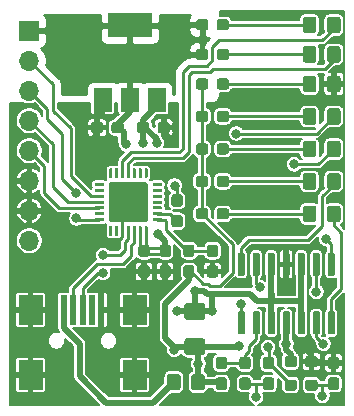
<source format=gbr>
G04 #@! TF.GenerationSoftware,KiCad,Pcbnew,5.1.5*
G04 #@! TF.CreationDate,2020-05-30T17:31:01+02:00*
G04 #@! TF.ProjectId,lichtenprog,6c696368-7465-46e7-9072-6f672e6b6963,rev?*
G04 #@! TF.SameCoordinates,Original*
G04 #@! TF.FileFunction,Copper,L1,Top*
G04 #@! TF.FilePolarity,Positive*
%FSLAX46Y46*%
G04 Gerber Fmt 4.6, Leading zero omitted, Abs format (unit mm)*
G04 Created by KiCad (PCBNEW 5.1.5) date 2020-05-30 17:31:01*
%MOMM*%
%LPD*%
G04 APERTURE LIST*
%ADD10O,1.700000X1.700000*%
%ADD11R,1.700000X1.700000*%
%ADD12C,0.100000*%
%ADD13R,1.500000X2.000000*%
%ADD14R,3.800000X2.000000*%
%ADD15R,0.500000X2.500000*%
%ADD16R,2.000000X2.500000*%
%ADD17C,0.800000*%
%ADD18C,0.500000*%
%ADD19C,0.250000*%
%ADD20C,0.254000*%
%ADD21C,0.200000*%
G04 APERTURE END LIST*
D10*
X66000000Y-65780000D03*
X66000000Y-63240000D03*
X66000000Y-60700000D03*
X66000000Y-58160000D03*
X66000000Y-55620000D03*
X66000000Y-53080000D03*
X66000000Y-50540000D03*
D11*
X66000000Y-48000000D03*
G04 #@! TA.AperFunction,SMDPad,CuDef*
D12*
G36*
X84104703Y-66800722D02*
G01*
X84119264Y-66802882D01*
X84133543Y-66806459D01*
X84147403Y-66811418D01*
X84160710Y-66817712D01*
X84173336Y-66825280D01*
X84185159Y-66834048D01*
X84196066Y-66843934D01*
X84205952Y-66854841D01*
X84214720Y-66866664D01*
X84222288Y-66879290D01*
X84228582Y-66892597D01*
X84233541Y-66906457D01*
X84237118Y-66920736D01*
X84239278Y-66935297D01*
X84240000Y-66950000D01*
X84240000Y-68600000D01*
X84239278Y-68614703D01*
X84237118Y-68629264D01*
X84233541Y-68643543D01*
X84228582Y-68657403D01*
X84222288Y-68670710D01*
X84214720Y-68683336D01*
X84205952Y-68695159D01*
X84196066Y-68706066D01*
X84185159Y-68715952D01*
X84173336Y-68724720D01*
X84160710Y-68732288D01*
X84147403Y-68738582D01*
X84133543Y-68743541D01*
X84119264Y-68747118D01*
X84104703Y-68749278D01*
X84090000Y-68750000D01*
X83790000Y-68750000D01*
X83775297Y-68749278D01*
X83760736Y-68747118D01*
X83746457Y-68743541D01*
X83732597Y-68738582D01*
X83719290Y-68732288D01*
X83706664Y-68724720D01*
X83694841Y-68715952D01*
X83683934Y-68706066D01*
X83674048Y-68695159D01*
X83665280Y-68683336D01*
X83657712Y-68670710D01*
X83651418Y-68657403D01*
X83646459Y-68643543D01*
X83642882Y-68629264D01*
X83640722Y-68614703D01*
X83640000Y-68600000D01*
X83640000Y-66950000D01*
X83640722Y-66935297D01*
X83642882Y-66920736D01*
X83646459Y-66906457D01*
X83651418Y-66892597D01*
X83657712Y-66879290D01*
X83665280Y-66866664D01*
X83674048Y-66854841D01*
X83683934Y-66843934D01*
X83694841Y-66834048D01*
X83706664Y-66825280D01*
X83719290Y-66817712D01*
X83732597Y-66811418D01*
X83746457Y-66806459D01*
X83760736Y-66802882D01*
X83775297Y-66800722D01*
X83790000Y-66800000D01*
X84090000Y-66800000D01*
X84104703Y-66800722D01*
G37*
G04 #@! TD.AperFunction*
G04 #@! TA.AperFunction,SMDPad,CuDef*
G36*
X85374703Y-66800722D02*
G01*
X85389264Y-66802882D01*
X85403543Y-66806459D01*
X85417403Y-66811418D01*
X85430710Y-66817712D01*
X85443336Y-66825280D01*
X85455159Y-66834048D01*
X85466066Y-66843934D01*
X85475952Y-66854841D01*
X85484720Y-66866664D01*
X85492288Y-66879290D01*
X85498582Y-66892597D01*
X85503541Y-66906457D01*
X85507118Y-66920736D01*
X85509278Y-66935297D01*
X85510000Y-66950000D01*
X85510000Y-68600000D01*
X85509278Y-68614703D01*
X85507118Y-68629264D01*
X85503541Y-68643543D01*
X85498582Y-68657403D01*
X85492288Y-68670710D01*
X85484720Y-68683336D01*
X85475952Y-68695159D01*
X85466066Y-68706066D01*
X85455159Y-68715952D01*
X85443336Y-68724720D01*
X85430710Y-68732288D01*
X85417403Y-68738582D01*
X85403543Y-68743541D01*
X85389264Y-68747118D01*
X85374703Y-68749278D01*
X85360000Y-68750000D01*
X85060000Y-68750000D01*
X85045297Y-68749278D01*
X85030736Y-68747118D01*
X85016457Y-68743541D01*
X85002597Y-68738582D01*
X84989290Y-68732288D01*
X84976664Y-68724720D01*
X84964841Y-68715952D01*
X84953934Y-68706066D01*
X84944048Y-68695159D01*
X84935280Y-68683336D01*
X84927712Y-68670710D01*
X84921418Y-68657403D01*
X84916459Y-68643543D01*
X84912882Y-68629264D01*
X84910722Y-68614703D01*
X84910000Y-68600000D01*
X84910000Y-66950000D01*
X84910722Y-66935297D01*
X84912882Y-66920736D01*
X84916459Y-66906457D01*
X84921418Y-66892597D01*
X84927712Y-66879290D01*
X84935280Y-66866664D01*
X84944048Y-66854841D01*
X84953934Y-66843934D01*
X84964841Y-66834048D01*
X84976664Y-66825280D01*
X84989290Y-66817712D01*
X85002597Y-66811418D01*
X85016457Y-66806459D01*
X85030736Y-66802882D01*
X85045297Y-66800722D01*
X85060000Y-66800000D01*
X85360000Y-66800000D01*
X85374703Y-66800722D01*
G37*
G04 #@! TD.AperFunction*
G04 #@! TA.AperFunction,SMDPad,CuDef*
G36*
X86644703Y-66800722D02*
G01*
X86659264Y-66802882D01*
X86673543Y-66806459D01*
X86687403Y-66811418D01*
X86700710Y-66817712D01*
X86713336Y-66825280D01*
X86725159Y-66834048D01*
X86736066Y-66843934D01*
X86745952Y-66854841D01*
X86754720Y-66866664D01*
X86762288Y-66879290D01*
X86768582Y-66892597D01*
X86773541Y-66906457D01*
X86777118Y-66920736D01*
X86779278Y-66935297D01*
X86780000Y-66950000D01*
X86780000Y-68600000D01*
X86779278Y-68614703D01*
X86777118Y-68629264D01*
X86773541Y-68643543D01*
X86768582Y-68657403D01*
X86762288Y-68670710D01*
X86754720Y-68683336D01*
X86745952Y-68695159D01*
X86736066Y-68706066D01*
X86725159Y-68715952D01*
X86713336Y-68724720D01*
X86700710Y-68732288D01*
X86687403Y-68738582D01*
X86673543Y-68743541D01*
X86659264Y-68747118D01*
X86644703Y-68749278D01*
X86630000Y-68750000D01*
X86330000Y-68750000D01*
X86315297Y-68749278D01*
X86300736Y-68747118D01*
X86286457Y-68743541D01*
X86272597Y-68738582D01*
X86259290Y-68732288D01*
X86246664Y-68724720D01*
X86234841Y-68715952D01*
X86223934Y-68706066D01*
X86214048Y-68695159D01*
X86205280Y-68683336D01*
X86197712Y-68670710D01*
X86191418Y-68657403D01*
X86186459Y-68643543D01*
X86182882Y-68629264D01*
X86180722Y-68614703D01*
X86180000Y-68600000D01*
X86180000Y-66950000D01*
X86180722Y-66935297D01*
X86182882Y-66920736D01*
X86186459Y-66906457D01*
X86191418Y-66892597D01*
X86197712Y-66879290D01*
X86205280Y-66866664D01*
X86214048Y-66854841D01*
X86223934Y-66843934D01*
X86234841Y-66834048D01*
X86246664Y-66825280D01*
X86259290Y-66817712D01*
X86272597Y-66811418D01*
X86286457Y-66806459D01*
X86300736Y-66802882D01*
X86315297Y-66800722D01*
X86330000Y-66800000D01*
X86630000Y-66800000D01*
X86644703Y-66800722D01*
G37*
G04 #@! TD.AperFunction*
G04 #@! TA.AperFunction,SMDPad,CuDef*
G36*
X87914703Y-66800722D02*
G01*
X87929264Y-66802882D01*
X87943543Y-66806459D01*
X87957403Y-66811418D01*
X87970710Y-66817712D01*
X87983336Y-66825280D01*
X87995159Y-66834048D01*
X88006066Y-66843934D01*
X88015952Y-66854841D01*
X88024720Y-66866664D01*
X88032288Y-66879290D01*
X88038582Y-66892597D01*
X88043541Y-66906457D01*
X88047118Y-66920736D01*
X88049278Y-66935297D01*
X88050000Y-66950000D01*
X88050000Y-68600000D01*
X88049278Y-68614703D01*
X88047118Y-68629264D01*
X88043541Y-68643543D01*
X88038582Y-68657403D01*
X88032288Y-68670710D01*
X88024720Y-68683336D01*
X88015952Y-68695159D01*
X88006066Y-68706066D01*
X87995159Y-68715952D01*
X87983336Y-68724720D01*
X87970710Y-68732288D01*
X87957403Y-68738582D01*
X87943543Y-68743541D01*
X87929264Y-68747118D01*
X87914703Y-68749278D01*
X87900000Y-68750000D01*
X87600000Y-68750000D01*
X87585297Y-68749278D01*
X87570736Y-68747118D01*
X87556457Y-68743541D01*
X87542597Y-68738582D01*
X87529290Y-68732288D01*
X87516664Y-68724720D01*
X87504841Y-68715952D01*
X87493934Y-68706066D01*
X87484048Y-68695159D01*
X87475280Y-68683336D01*
X87467712Y-68670710D01*
X87461418Y-68657403D01*
X87456459Y-68643543D01*
X87452882Y-68629264D01*
X87450722Y-68614703D01*
X87450000Y-68600000D01*
X87450000Y-66950000D01*
X87450722Y-66935297D01*
X87452882Y-66920736D01*
X87456459Y-66906457D01*
X87461418Y-66892597D01*
X87467712Y-66879290D01*
X87475280Y-66866664D01*
X87484048Y-66854841D01*
X87493934Y-66843934D01*
X87504841Y-66834048D01*
X87516664Y-66825280D01*
X87529290Y-66817712D01*
X87542597Y-66811418D01*
X87556457Y-66806459D01*
X87570736Y-66802882D01*
X87585297Y-66800722D01*
X87600000Y-66800000D01*
X87900000Y-66800000D01*
X87914703Y-66800722D01*
G37*
G04 #@! TD.AperFunction*
G04 #@! TA.AperFunction,SMDPad,CuDef*
G36*
X89184703Y-66800722D02*
G01*
X89199264Y-66802882D01*
X89213543Y-66806459D01*
X89227403Y-66811418D01*
X89240710Y-66817712D01*
X89253336Y-66825280D01*
X89265159Y-66834048D01*
X89276066Y-66843934D01*
X89285952Y-66854841D01*
X89294720Y-66866664D01*
X89302288Y-66879290D01*
X89308582Y-66892597D01*
X89313541Y-66906457D01*
X89317118Y-66920736D01*
X89319278Y-66935297D01*
X89320000Y-66950000D01*
X89320000Y-68600000D01*
X89319278Y-68614703D01*
X89317118Y-68629264D01*
X89313541Y-68643543D01*
X89308582Y-68657403D01*
X89302288Y-68670710D01*
X89294720Y-68683336D01*
X89285952Y-68695159D01*
X89276066Y-68706066D01*
X89265159Y-68715952D01*
X89253336Y-68724720D01*
X89240710Y-68732288D01*
X89227403Y-68738582D01*
X89213543Y-68743541D01*
X89199264Y-68747118D01*
X89184703Y-68749278D01*
X89170000Y-68750000D01*
X88870000Y-68750000D01*
X88855297Y-68749278D01*
X88840736Y-68747118D01*
X88826457Y-68743541D01*
X88812597Y-68738582D01*
X88799290Y-68732288D01*
X88786664Y-68724720D01*
X88774841Y-68715952D01*
X88763934Y-68706066D01*
X88754048Y-68695159D01*
X88745280Y-68683336D01*
X88737712Y-68670710D01*
X88731418Y-68657403D01*
X88726459Y-68643543D01*
X88722882Y-68629264D01*
X88720722Y-68614703D01*
X88720000Y-68600000D01*
X88720000Y-66950000D01*
X88720722Y-66935297D01*
X88722882Y-66920736D01*
X88726459Y-66906457D01*
X88731418Y-66892597D01*
X88737712Y-66879290D01*
X88745280Y-66866664D01*
X88754048Y-66854841D01*
X88763934Y-66843934D01*
X88774841Y-66834048D01*
X88786664Y-66825280D01*
X88799290Y-66817712D01*
X88812597Y-66811418D01*
X88826457Y-66806459D01*
X88840736Y-66802882D01*
X88855297Y-66800722D01*
X88870000Y-66800000D01*
X89170000Y-66800000D01*
X89184703Y-66800722D01*
G37*
G04 #@! TD.AperFunction*
G04 #@! TA.AperFunction,SMDPad,CuDef*
G36*
X90454703Y-66800722D02*
G01*
X90469264Y-66802882D01*
X90483543Y-66806459D01*
X90497403Y-66811418D01*
X90510710Y-66817712D01*
X90523336Y-66825280D01*
X90535159Y-66834048D01*
X90546066Y-66843934D01*
X90555952Y-66854841D01*
X90564720Y-66866664D01*
X90572288Y-66879290D01*
X90578582Y-66892597D01*
X90583541Y-66906457D01*
X90587118Y-66920736D01*
X90589278Y-66935297D01*
X90590000Y-66950000D01*
X90590000Y-68600000D01*
X90589278Y-68614703D01*
X90587118Y-68629264D01*
X90583541Y-68643543D01*
X90578582Y-68657403D01*
X90572288Y-68670710D01*
X90564720Y-68683336D01*
X90555952Y-68695159D01*
X90546066Y-68706066D01*
X90535159Y-68715952D01*
X90523336Y-68724720D01*
X90510710Y-68732288D01*
X90497403Y-68738582D01*
X90483543Y-68743541D01*
X90469264Y-68747118D01*
X90454703Y-68749278D01*
X90440000Y-68750000D01*
X90140000Y-68750000D01*
X90125297Y-68749278D01*
X90110736Y-68747118D01*
X90096457Y-68743541D01*
X90082597Y-68738582D01*
X90069290Y-68732288D01*
X90056664Y-68724720D01*
X90044841Y-68715952D01*
X90033934Y-68706066D01*
X90024048Y-68695159D01*
X90015280Y-68683336D01*
X90007712Y-68670710D01*
X90001418Y-68657403D01*
X89996459Y-68643543D01*
X89992882Y-68629264D01*
X89990722Y-68614703D01*
X89990000Y-68600000D01*
X89990000Y-66950000D01*
X89990722Y-66935297D01*
X89992882Y-66920736D01*
X89996459Y-66906457D01*
X90001418Y-66892597D01*
X90007712Y-66879290D01*
X90015280Y-66866664D01*
X90024048Y-66854841D01*
X90033934Y-66843934D01*
X90044841Y-66834048D01*
X90056664Y-66825280D01*
X90069290Y-66817712D01*
X90082597Y-66811418D01*
X90096457Y-66806459D01*
X90110736Y-66802882D01*
X90125297Y-66800722D01*
X90140000Y-66800000D01*
X90440000Y-66800000D01*
X90454703Y-66800722D01*
G37*
G04 #@! TD.AperFunction*
G04 #@! TA.AperFunction,SMDPad,CuDef*
G36*
X91724703Y-66800722D02*
G01*
X91739264Y-66802882D01*
X91753543Y-66806459D01*
X91767403Y-66811418D01*
X91780710Y-66817712D01*
X91793336Y-66825280D01*
X91805159Y-66834048D01*
X91816066Y-66843934D01*
X91825952Y-66854841D01*
X91834720Y-66866664D01*
X91842288Y-66879290D01*
X91848582Y-66892597D01*
X91853541Y-66906457D01*
X91857118Y-66920736D01*
X91859278Y-66935297D01*
X91860000Y-66950000D01*
X91860000Y-68600000D01*
X91859278Y-68614703D01*
X91857118Y-68629264D01*
X91853541Y-68643543D01*
X91848582Y-68657403D01*
X91842288Y-68670710D01*
X91834720Y-68683336D01*
X91825952Y-68695159D01*
X91816066Y-68706066D01*
X91805159Y-68715952D01*
X91793336Y-68724720D01*
X91780710Y-68732288D01*
X91767403Y-68738582D01*
X91753543Y-68743541D01*
X91739264Y-68747118D01*
X91724703Y-68749278D01*
X91710000Y-68750000D01*
X91410000Y-68750000D01*
X91395297Y-68749278D01*
X91380736Y-68747118D01*
X91366457Y-68743541D01*
X91352597Y-68738582D01*
X91339290Y-68732288D01*
X91326664Y-68724720D01*
X91314841Y-68715952D01*
X91303934Y-68706066D01*
X91294048Y-68695159D01*
X91285280Y-68683336D01*
X91277712Y-68670710D01*
X91271418Y-68657403D01*
X91266459Y-68643543D01*
X91262882Y-68629264D01*
X91260722Y-68614703D01*
X91260000Y-68600000D01*
X91260000Y-66950000D01*
X91260722Y-66935297D01*
X91262882Y-66920736D01*
X91266459Y-66906457D01*
X91271418Y-66892597D01*
X91277712Y-66879290D01*
X91285280Y-66866664D01*
X91294048Y-66854841D01*
X91303934Y-66843934D01*
X91314841Y-66834048D01*
X91326664Y-66825280D01*
X91339290Y-66817712D01*
X91352597Y-66811418D01*
X91366457Y-66806459D01*
X91380736Y-66802882D01*
X91395297Y-66800722D01*
X91410000Y-66800000D01*
X91710000Y-66800000D01*
X91724703Y-66800722D01*
G37*
G04 #@! TD.AperFunction*
G04 #@! TA.AperFunction,SMDPad,CuDef*
G36*
X91724703Y-71750722D02*
G01*
X91739264Y-71752882D01*
X91753543Y-71756459D01*
X91767403Y-71761418D01*
X91780710Y-71767712D01*
X91793336Y-71775280D01*
X91805159Y-71784048D01*
X91816066Y-71793934D01*
X91825952Y-71804841D01*
X91834720Y-71816664D01*
X91842288Y-71829290D01*
X91848582Y-71842597D01*
X91853541Y-71856457D01*
X91857118Y-71870736D01*
X91859278Y-71885297D01*
X91860000Y-71900000D01*
X91860000Y-73550000D01*
X91859278Y-73564703D01*
X91857118Y-73579264D01*
X91853541Y-73593543D01*
X91848582Y-73607403D01*
X91842288Y-73620710D01*
X91834720Y-73633336D01*
X91825952Y-73645159D01*
X91816066Y-73656066D01*
X91805159Y-73665952D01*
X91793336Y-73674720D01*
X91780710Y-73682288D01*
X91767403Y-73688582D01*
X91753543Y-73693541D01*
X91739264Y-73697118D01*
X91724703Y-73699278D01*
X91710000Y-73700000D01*
X91410000Y-73700000D01*
X91395297Y-73699278D01*
X91380736Y-73697118D01*
X91366457Y-73693541D01*
X91352597Y-73688582D01*
X91339290Y-73682288D01*
X91326664Y-73674720D01*
X91314841Y-73665952D01*
X91303934Y-73656066D01*
X91294048Y-73645159D01*
X91285280Y-73633336D01*
X91277712Y-73620710D01*
X91271418Y-73607403D01*
X91266459Y-73593543D01*
X91262882Y-73579264D01*
X91260722Y-73564703D01*
X91260000Y-73550000D01*
X91260000Y-71900000D01*
X91260722Y-71885297D01*
X91262882Y-71870736D01*
X91266459Y-71856457D01*
X91271418Y-71842597D01*
X91277712Y-71829290D01*
X91285280Y-71816664D01*
X91294048Y-71804841D01*
X91303934Y-71793934D01*
X91314841Y-71784048D01*
X91326664Y-71775280D01*
X91339290Y-71767712D01*
X91352597Y-71761418D01*
X91366457Y-71756459D01*
X91380736Y-71752882D01*
X91395297Y-71750722D01*
X91410000Y-71750000D01*
X91710000Y-71750000D01*
X91724703Y-71750722D01*
G37*
G04 #@! TD.AperFunction*
G04 #@! TA.AperFunction,SMDPad,CuDef*
G36*
X90454703Y-71750722D02*
G01*
X90469264Y-71752882D01*
X90483543Y-71756459D01*
X90497403Y-71761418D01*
X90510710Y-71767712D01*
X90523336Y-71775280D01*
X90535159Y-71784048D01*
X90546066Y-71793934D01*
X90555952Y-71804841D01*
X90564720Y-71816664D01*
X90572288Y-71829290D01*
X90578582Y-71842597D01*
X90583541Y-71856457D01*
X90587118Y-71870736D01*
X90589278Y-71885297D01*
X90590000Y-71900000D01*
X90590000Y-73550000D01*
X90589278Y-73564703D01*
X90587118Y-73579264D01*
X90583541Y-73593543D01*
X90578582Y-73607403D01*
X90572288Y-73620710D01*
X90564720Y-73633336D01*
X90555952Y-73645159D01*
X90546066Y-73656066D01*
X90535159Y-73665952D01*
X90523336Y-73674720D01*
X90510710Y-73682288D01*
X90497403Y-73688582D01*
X90483543Y-73693541D01*
X90469264Y-73697118D01*
X90454703Y-73699278D01*
X90440000Y-73700000D01*
X90140000Y-73700000D01*
X90125297Y-73699278D01*
X90110736Y-73697118D01*
X90096457Y-73693541D01*
X90082597Y-73688582D01*
X90069290Y-73682288D01*
X90056664Y-73674720D01*
X90044841Y-73665952D01*
X90033934Y-73656066D01*
X90024048Y-73645159D01*
X90015280Y-73633336D01*
X90007712Y-73620710D01*
X90001418Y-73607403D01*
X89996459Y-73593543D01*
X89992882Y-73579264D01*
X89990722Y-73564703D01*
X89990000Y-73550000D01*
X89990000Y-71900000D01*
X89990722Y-71885297D01*
X89992882Y-71870736D01*
X89996459Y-71856457D01*
X90001418Y-71842597D01*
X90007712Y-71829290D01*
X90015280Y-71816664D01*
X90024048Y-71804841D01*
X90033934Y-71793934D01*
X90044841Y-71784048D01*
X90056664Y-71775280D01*
X90069290Y-71767712D01*
X90082597Y-71761418D01*
X90096457Y-71756459D01*
X90110736Y-71752882D01*
X90125297Y-71750722D01*
X90140000Y-71750000D01*
X90440000Y-71750000D01*
X90454703Y-71750722D01*
G37*
G04 #@! TD.AperFunction*
G04 #@! TA.AperFunction,SMDPad,CuDef*
G36*
X89184703Y-71750722D02*
G01*
X89199264Y-71752882D01*
X89213543Y-71756459D01*
X89227403Y-71761418D01*
X89240710Y-71767712D01*
X89253336Y-71775280D01*
X89265159Y-71784048D01*
X89276066Y-71793934D01*
X89285952Y-71804841D01*
X89294720Y-71816664D01*
X89302288Y-71829290D01*
X89308582Y-71842597D01*
X89313541Y-71856457D01*
X89317118Y-71870736D01*
X89319278Y-71885297D01*
X89320000Y-71900000D01*
X89320000Y-73550000D01*
X89319278Y-73564703D01*
X89317118Y-73579264D01*
X89313541Y-73593543D01*
X89308582Y-73607403D01*
X89302288Y-73620710D01*
X89294720Y-73633336D01*
X89285952Y-73645159D01*
X89276066Y-73656066D01*
X89265159Y-73665952D01*
X89253336Y-73674720D01*
X89240710Y-73682288D01*
X89227403Y-73688582D01*
X89213543Y-73693541D01*
X89199264Y-73697118D01*
X89184703Y-73699278D01*
X89170000Y-73700000D01*
X88870000Y-73700000D01*
X88855297Y-73699278D01*
X88840736Y-73697118D01*
X88826457Y-73693541D01*
X88812597Y-73688582D01*
X88799290Y-73682288D01*
X88786664Y-73674720D01*
X88774841Y-73665952D01*
X88763934Y-73656066D01*
X88754048Y-73645159D01*
X88745280Y-73633336D01*
X88737712Y-73620710D01*
X88731418Y-73607403D01*
X88726459Y-73593543D01*
X88722882Y-73579264D01*
X88720722Y-73564703D01*
X88720000Y-73550000D01*
X88720000Y-71900000D01*
X88720722Y-71885297D01*
X88722882Y-71870736D01*
X88726459Y-71856457D01*
X88731418Y-71842597D01*
X88737712Y-71829290D01*
X88745280Y-71816664D01*
X88754048Y-71804841D01*
X88763934Y-71793934D01*
X88774841Y-71784048D01*
X88786664Y-71775280D01*
X88799290Y-71767712D01*
X88812597Y-71761418D01*
X88826457Y-71756459D01*
X88840736Y-71752882D01*
X88855297Y-71750722D01*
X88870000Y-71750000D01*
X89170000Y-71750000D01*
X89184703Y-71750722D01*
G37*
G04 #@! TD.AperFunction*
G04 #@! TA.AperFunction,SMDPad,CuDef*
G36*
X87914703Y-71750722D02*
G01*
X87929264Y-71752882D01*
X87943543Y-71756459D01*
X87957403Y-71761418D01*
X87970710Y-71767712D01*
X87983336Y-71775280D01*
X87995159Y-71784048D01*
X88006066Y-71793934D01*
X88015952Y-71804841D01*
X88024720Y-71816664D01*
X88032288Y-71829290D01*
X88038582Y-71842597D01*
X88043541Y-71856457D01*
X88047118Y-71870736D01*
X88049278Y-71885297D01*
X88050000Y-71900000D01*
X88050000Y-73550000D01*
X88049278Y-73564703D01*
X88047118Y-73579264D01*
X88043541Y-73593543D01*
X88038582Y-73607403D01*
X88032288Y-73620710D01*
X88024720Y-73633336D01*
X88015952Y-73645159D01*
X88006066Y-73656066D01*
X87995159Y-73665952D01*
X87983336Y-73674720D01*
X87970710Y-73682288D01*
X87957403Y-73688582D01*
X87943543Y-73693541D01*
X87929264Y-73697118D01*
X87914703Y-73699278D01*
X87900000Y-73700000D01*
X87600000Y-73700000D01*
X87585297Y-73699278D01*
X87570736Y-73697118D01*
X87556457Y-73693541D01*
X87542597Y-73688582D01*
X87529290Y-73682288D01*
X87516664Y-73674720D01*
X87504841Y-73665952D01*
X87493934Y-73656066D01*
X87484048Y-73645159D01*
X87475280Y-73633336D01*
X87467712Y-73620710D01*
X87461418Y-73607403D01*
X87456459Y-73593543D01*
X87452882Y-73579264D01*
X87450722Y-73564703D01*
X87450000Y-73550000D01*
X87450000Y-71900000D01*
X87450722Y-71885297D01*
X87452882Y-71870736D01*
X87456459Y-71856457D01*
X87461418Y-71842597D01*
X87467712Y-71829290D01*
X87475280Y-71816664D01*
X87484048Y-71804841D01*
X87493934Y-71793934D01*
X87504841Y-71784048D01*
X87516664Y-71775280D01*
X87529290Y-71767712D01*
X87542597Y-71761418D01*
X87556457Y-71756459D01*
X87570736Y-71752882D01*
X87585297Y-71750722D01*
X87600000Y-71750000D01*
X87900000Y-71750000D01*
X87914703Y-71750722D01*
G37*
G04 #@! TD.AperFunction*
G04 #@! TA.AperFunction,SMDPad,CuDef*
G36*
X86644703Y-71750722D02*
G01*
X86659264Y-71752882D01*
X86673543Y-71756459D01*
X86687403Y-71761418D01*
X86700710Y-71767712D01*
X86713336Y-71775280D01*
X86725159Y-71784048D01*
X86736066Y-71793934D01*
X86745952Y-71804841D01*
X86754720Y-71816664D01*
X86762288Y-71829290D01*
X86768582Y-71842597D01*
X86773541Y-71856457D01*
X86777118Y-71870736D01*
X86779278Y-71885297D01*
X86780000Y-71900000D01*
X86780000Y-73550000D01*
X86779278Y-73564703D01*
X86777118Y-73579264D01*
X86773541Y-73593543D01*
X86768582Y-73607403D01*
X86762288Y-73620710D01*
X86754720Y-73633336D01*
X86745952Y-73645159D01*
X86736066Y-73656066D01*
X86725159Y-73665952D01*
X86713336Y-73674720D01*
X86700710Y-73682288D01*
X86687403Y-73688582D01*
X86673543Y-73693541D01*
X86659264Y-73697118D01*
X86644703Y-73699278D01*
X86630000Y-73700000D01*
X86330000Y-73700000D01*
X86315297Y-73699278D01*
X86300736Y-73697118D01*
X86286457Y-73693541D01*
X86272597Y-73688582D01*
X86259290Y-73682288D01*
X86246664Y-73674720D01*
X86234841Y-73665952D01*
X86223934Y-73656066D01*
X86214048Y-73645159D01*
X86205280Y-73633336D01*
X86197712Y-73620710D01*
X86191418Y-73607403D01*
X86186459Y-73593543D01*
X86182882Y-73579264D01*
X86180722Y-73564703D01*
X86180000Y-73550000D01*
X86180000Y-71900000D01*
X86180722Y-71885297D01*
X86182882Y-71870736D01*
X86186459Y-71856457D01*
X86191418Y-71842597D01*
X86197712Y-71829290D01*
X86205280Y-71816664D01*
X86214048Y-71804841D01*
X86223934Y-71793934D01*
X86234841Y-71784048D01*
X86246664Y-71775280D01*
X86259290Y-71767712D01*
X86272597Y-71761418D01*
X86286457Y-71756459D01*
X86300736Y-71752882D01*
X86315297Y-71750722D01*
X86330000Y-71750000D01*
X86630000Y-71750000D01*
X86644703Y-71750722D01*
G37*
G04 #@! TD.AperFunction*
G04 #@! TA.AperFunction,SMDPad,CuDef*
G36*
X85374703Y-71750722D02*
G01*
X85389264Y-71752882D01*
X85403543Y-71756459D01*
X85417403Y-71761418D01*
X85430710Y-71767712D01*
X85443336Y-71775280D01*
X85455159Y-71784048D01*
X85466066Y-71793934D01*
X85475952Y-71804841D01*
X85484720Y-71816664D01*
X85492288Y-71829290D01*
X85498582Y-71842597D01*
X85503541Y-71856457D01*
X85507118Y-71870736D01*
X85509278Y-71885297D01*
X85510000Y-71900000D01*
X85510000Y-73550000D01*
X85509278Y-73564703D01*
X85507118Y-73579264D01*
X85503541Y-73593543D01*
X85498582Y-73607403D01*
X85492288Y-73620710D01*
X85484720Y-73633336D01*
X85475952Y-73645159D01*
X85466066Y-73656066D01*
X85455159Y-73665952D01*
X85443336Y-73674720D01*
X85430710Y-73682288D01*
X85417403Y-73688582D01*
X85403543Y-73693541D01*
X85389264Y-73697118D01*
X85374703Y-73699278D01*
X85360000Y-73700000D01*
X85060000Y-73700000D01*
X85045297Y-73699278D01*
X85030736Y-73697118D01*
X85016457Y-73693541D01*
X85002597Y-73688582D01*
X84989290Y-73682288D01*
X84976664Y-73674720D01*
X84964841Y-73665952D01*
X84953934Y-73656066D01*
X84944048Y-73645159D01*
X84935280Y-73633336D01*
X84927712Y-73620710D01*
X84921418Y-73607403D01*
X84916459Y-73593543D01*
X84912882Y-73579264D01*
X84910722Y-73564703D01*
X84910000Y-73550000D01*
X84910000Y-71900000D01*
X84910722Y-71885297D01*
X84912882Y-71870736D01*
X84916459Y-71856457D01*
X84921418Y-71842597D01*
X84927712Y-71829290D01*
X84935280Y-71816664D01*
X84944048Y-71804841D01*
X84953934Y-71793934D01*
X84964841Y-71784048D01*
X84976664Y-71775280D01*
X84989290Y-71767712D01*
X85002597Y-71761418D01*
X85016457Y-71756459D01*
X85030736Y-71752882D01*
X85045297Y-71750722D01*
X85060000Y-71750000D01*
X85360000Y-71750000D01*
X85374703Y-71750722D01*
G37*
G04 #@! TD.AperFunction*
G04 #@! TA.AperFunction,SMDPad,CuDef*
G36*
X84104703Y-71750722D02*
G01*
X84119264Y-71752882D01*
X84133543Y-71756459D01*
X84147403Y-71761418D01*
X84160710Y-71767712D01*
X84173336Y-71775280D01*
X84185159Y-71784048D01*
X84196066Y-71793934D01*
X84205952Y-71804841D01*
X84214720Y-71816664D01*
X84222288Y-71829290D01*
X84228582Y-71842597D01*
X84233541Y-71856457D01*
X84237118Y-71870736D01*
X84239278Y-71885297D01*
X84240000Y-71900000D01*
X84240000Y-73550000D01*
X84239278Y-73564703D01*
X84237118Y-73579264D01*
X84233541Y-73593543D01*
X84228582Y-73607403D01*
X84222288Y-73620710D01*
X84214720Y-73633336D01*
X84205952Y-73645159D01*
X84196066Y-73656066D01*
X84185159Y-73665952D01*
X84173336Y-73674720D01*
X84160710Y-73682288D01*
X84147403Y-73688582D01*
X84133543Y-73693541D01*
X84119264Y-73697118D01*
X84104703Y-73699278D01*
X84090000Y-73700000D01*
X83790000Y-73700000D01*
X83775297Y-73699278D01*
X83760736Y-73697118D01*
X83746457Y-73693541D01*
X83732597Y-73688582D01*
X83719290Y-73682288D01*
X83706664Y-73674720D01*
X83694841Y-73665952D01*
X83683934Y-73656066D01*
X83674048Y-73645159D01*
X83665280Y-73633336D01*
X83657712Y-73620710D01*
X83651418Y-73607403D01*
X83646459Y-73593543D01*
X83642882Y-73579264D01*
X83640722Y-73564703D01*
X83640000Y-73550000D01*
X83640000Y-71900000D01*
X83640722Y-71885297D01*
X83642882Y-71870736D01*
X83646459Y-71856457D01*
X83651418Y-71842597D01*
X83657712Y-71829290D01*
X83665280Y-71816664D01*
X83674048Y-71804841D01*
X83683934Y-71793934D01*
X83694841Y-71784048D01*
X83706664Y-71775280D01*
X83719290Y-71767712D01*
X83732597Y-71761418D01*
X83746457Y-71756459D01*
X83760736Y-71752882D01*
X83775297Y-71750722D01*
X83790000Y-71750000D01*
X84090000Y-71750000D01*
X84104703Y-71750722D01*
G37*
G04 #@! TD.AperFunction*
G04 #@! TA.AperFunction,SMDPad,CuDef*
G36*
X80935779Y-63026144D02*
G01*
X80958834Y-63029563D01*
X80981443Y-63035227D01*
X81003387Y-63043079D01*
X81024457Y-63053044D01*
X81044448Y-63065026D01*
X81063168Y-63078910D01*
X81080438Y-63094562D01*
X81096090Y-63111832D01*
X81109974Y-63130552D01*
X81121956Y-63150543D01*
X81131921Y-63171613D01*
X81139773Y-63193557D01*
X81145437Y-63216166D01*
X81148856Y-63239221D01*
X81150000Y-63262500D01*
X81150000Y-63737500D01*
X81148856Y-63760779D01*
X81145437Y-63783834D01*
X81139773Y-63806443D01*
X81131921Y-63828387D01*
X81121956Y-63849457D01*
X81109974Y-63869448D01*
X81096090Y-63888168D01*
X81080438Y-63905438D01*
X81063168Y-63921090D01*
X81044448Y-63934974D01*
X81024457Y-63946956D01*
X81003387Y-63956921D01*
X80981443Y-63964773D01*
X80958834Y-63970437D01*
X80935779Y-63973856D01*
X80912500Y-63975000D01*
X80337500Y-63975000D01*
X80314221Y-63973856D01*
X80291166Y-63970437D01*
X80268557Y-63964773D01*
X80246613Y-63956921D01*
X80225543Y-63946956D01*
X80205552Y-63934974D01*
X80186832Y-63921090D01*
X80169562Y-63905438D01*
X80153910Y-63888168D01*
X80140026Y-63869448D01*
X80128044Y-63849457D01*
X80118079Y-63828387D01*
X80110227Y-63806443D01*
X80104563Y-63783834D01*
X80101144Y-63760779D01*
X80100000Y-63737500D01*
X80100000Y-63262500D01*
X80101144Y-63239221D01*
X80104563Y-63216166D01*
X80110227Y-63193557D01*
X80118079Y-63171613D01*
X80128044Y-63150543D01*
X80140026Y-63130552D01*
X80153910Y-63111832D01*
X80169562Y-63094562D01*
X80186832Y-63078910D01*
X80205552Y-63065026D01*
X80225543Y-63053044D01*
X80246613Y-63043079D01*
X80268557Y-63035227D01*
X80291166Y-63029563D01*
X80314221Y-63026144D01*
X80337500Y-63025000D01*
X80912500Y-63025000D01*
X80935779Y-63026144D01*
G37*
G04 #@! TD.AperFunction*
G04 #@! TA.AperFunction,SMDPad,CuDef*
G36*
X82685779Y-63026144D02*
G01*
X82708834Y-63029563D01*
X82731443Y-63035227D01*
X82753387Y-63043079D01*
X82774457Y-63053044D01*
X82794448Y-63065026D01*
X82813168Y-63078910D01*
X82830438Y-63094562D01*
X82846090Y-63111832D01*
X82859974Y-63130552D01*
X82871956Y-63150543D01*
X82881921Y-63171613D01*
X82889773Y-63193557D01*
X82895437Y-63216166D01*
X82898856Y-63239221D01*
X82900000Y-63262500D01*
X82900000Y-63737500D01*
X82898856Y-63760779D01*
X82895437Y-63783834D01*
X82889773Y-63806443D01*
X82881921Y-63828387D01*
X82871956Y-63849457D01*
X82859974Y-63869448D01*
X82846090Y-63888168D01*
X82830438Y-63905438D01*
X82813168Y-63921090D01*
X82794448Y-63934974D01*
X82774457Y-63946956D01*
X82753387Y-63956921D01*
X82731443Y-63964773D01*
X82708834Y-63970437D01*
X82685779Y-63973856D01*
X82662500Y-63975000D01*
X82087500Y-63975000D01*
X82064221Y-63973856D01*
X82041166Y-63970437D01*
X82018557Y-63964773D01*
X81996613Y-63956921D01*
X81975543Y-63946956D01*
X81955552Y-63934974D01*
X81936832Y-63921090D01*
X81919562Y-63905438D01*
X81903910Y-63888168D01*
X81890026Y-63869448D01*
X81878044Y-63849457D01*
X81868079Y-63828387D01*
X81860227Y-63806443D01*
X81854563Y-63783834D01*
X81851144Y-63760779D01*
X81850000Y-63737500D01*
X81850000Y-63262500D01*
X81851144Y-63239221D01*
X81854563Y-63216166D01*
X81860227Y-63193557D01*
X81868079Y-63171613D01*
X81878044Y-63150543D01*
X81890026Y-63130552D01*
X81903910Y-63111832D01*
X81919562Y-63094562D01*
X81936832Y-63078910D01*
X81955552Y-63065026D01*
X81975543Y-63053044D01*
X81996613Y-63043079D01*
X82018557Y-63035227D01*
X82041166Y-63029563D01*
X82064221Y-63026144D01*
X82087500Y-63025000D01*
X82662500Y-63025000D01*
X82685779Y-63026144D01*
G37*
G04 #@! TD.AperFunction*
G04 #@! TA.AperFunction,SMDPad,CuDef*
G36*
X80935779Y-60276144D02*
G01*
X80958834Y-60279563D01*
X80981443Y-60285227D01*
X81003387Y-60293079D01*
X81024457Y-60303044D01*
X81044448Y-60315026D01*
X81063168Y-60328910D01*
X81080438Y-60344562D01*
X81096090Y-60361832D01*
X81109974Y-60380552D01*
X81121956Y-60400543D01*
X81131921Y-60421613D01*
X81139773Y-60443557D01*
X81145437Y-60466166D01*
X81148856Y-60489221D01*
X81150000Y-60512500D01*
X81150000Y-60987500D01*
X81148856Y-61010779D01*
X81145437Y-61033834D01*
X81139773Y-61056443D01*
X81131921Y-61078387D01*
X81121956Y-61099457D01*
X81109974Y-61119448D01*
X81096090Y-61138168D01*
X81080438Y-61155438D01*
X81063168Y-61171090D01*
X81044448Y-61184974D01*
X81024457Y-61196956D01*
X81003387Y-61206921D01*
X80981443Y-61214773D01*
X80958834Y-61220437D01*
X80935779Y-61223856D01*
X80912500Y-61225000D01*
X80337500Y-61225000D01*
X80314221Y-61223856D01*
X80291166Y-61220437D01*
X80268557Y-61214773D01*
X80246613Y-61206921D01*
X80225543Y-61196956D01*
X80205552Y-61184974D01*
X80186832Y-61171090D01*
X80169562Y-61155438D01*
X80153910Y-61138168D01*
X80140026Y-61119448D01*
X80128044Y-61099457D01*
X80118079Y-61078387D01*
X80110227Y-61056443D01*
X80104563Y-61033834D01*
X80101144Y-61010779D01*
X80100000Y-60987500D01*
X80100000Y-60512500D01*
X80101144Y-60489221D01*
X80104563Y-60466166D01*
X80110227Y-60443557D01*
X80118079Y-60421613D01*
X80128044Y-60400543D01*
X80140026Y-60380552D01*
X80153910Y-60361832D01*
X80169562Y-60344562D01*
X80186832Y-60328910D01*
X80205552Y-60315026D01*
X80225543Y-60303044D01*
X80246613Y-60293079D01*
X80268557Y-60285227D01*
X80291166Y-60279563D01*
X80314221Y-60276144D01*
X80337500Y-60275000D01*
X80912500Y-60275000D01*
X80935779Y-60276144D01*
G37*
G04 #@! TD.AperFunction*
G04 #@! TA.AperFunction,SMDPad,CuDef*
G36*
X82685779Y-60276144D02*
G01*
X82708834Y-60279563D01*
X82731443Y-60285227D01*
X82753387Y-60293079D01*
X82774457Y-60303044D01*
X82794448Y-60315026D01*
X82813168Y-60328910D01*
X82830438Y-60344562D01*
X82846090Y-60361832D01*
X82859974Y-60380552D01*
X82871956Y-60400543D01*
X82881921Y-60421613D01*
X82889773Y-60443557D01*
X82895437Y-60466166D01*
X82898856Y-60489221D01*
X82900000Y-60512500D01*
X82900000Y-60987500D01*
X82898856Y-61010779D01*
X82895437Y-61033834D01*
X82889773Y-61056443D01*
X82881921Y-61078387D01*
X82871956Y-61099457D01*
X82859974Y-61119448D01*
X82846090Y-61138168D01*
X82830438Y-61155438D01*
X82813168Y-61171090D01*
X82794448Y-61184974D01*
X82774457Y-61196956D01*
X82753387Y-61206921D01*
X82731443Y-61214773D01*
X82708834Y-61220437D01*
X82685779Y-61223856D01*
X82662500Y-61225000D01*
X82087500Y-61225000D01*
X82064221Y-61223856D01*
X82041166Y-61220437D01*
X82018557Y-61214773D01*
X81996613Y-61206921D01*
X81975543Y-61196956D01*
X81955552Y-61184974D01*
X81936832Y-61171090D01*
X81919562Y-61155438D01*
X81903910Y-61138168D01*
X81890026Y-61119448D01*
X81878044Y-61099457D01*
X81868079Y-61078387D01*
X81860227Y-61056443D01*
X81854563Y-61033834D01*
X81851144Y-61010779D01*
X81850000Y-60987500D01*
X81850000Y-60512500D01*
X81851144Y-60489221D01*
X81854563Y-60466166D01*
X81860227Y-60443557D01*
X81868079Y-60421613D01*
X81878044Y-60400543D01*
X81890026Y-60380552D01*
X81903910Y-60361832D01*
X81919562Y-60344562D01*
X81936832Y-60328910D01*
X81955552Y-60315026D01*
X81975543Y-60303044D01*
X81996613Y-60293079D01*
X82018557Y-60285227D01*
X82041166Y-60279563D01*
X82064221Y-60276144D01*
X82087500Y-60275000D01*
X82662500Y-60275000D01*
X82685779Y-60276144D01*
G37*
G04 #@! TD.AperFunction*
G04 #@! TA.AperFunction,SMDPad,CuDef*
G36*
X80935779Y-57526144D02*
G01*
X80958834Y-57529563D01*
X80981443Y-57535227D01*
X81003387Y-57543079D01*
X81024457Y-57553044D01*
X81044448Y-57565026D01*
X81063168Y-57578910D01*
X81080438Y-57594562D01*
X81096090Y-57611832D01*
X81109974Y-57630552D01*
X81121956Y-57650543D01*
X81131921Y-57671613D01*
X81139773Y-57693557D01*
X81145437Y-57716166D01*
X81148856Y-57739221D01*
X81150000Y-57762500D01*
X81150000Y-58237500D01*
X81148856Y-58260779D01*
X81145437Y-58283834D01*
X81139773Y-58306443D01*
X81131921Y-58328387D01*
X81121956Y-58349457D01*
X81109974Y-58369448D01*
X81096090Y-58388168D01*
X81080438Y-58405438D01*
X81063168Y-58421090D01*
X81044448Y-58434974D01*
X81024457Y-58446956D01*
X81003387Y-58456921D01*
X80981443Y-58464773D01*
X80958834Y-58470437D01*
X80935779Y-58473856D01*
X80912500Y-58475000D01*
X80337500Y-58475000D01*
X80314221Y-58473856D01*
X80291166Y-58470437D01*
X80268557Y-58464773D01*
X80246613Y-58456921D01*
X80225543Y-58446956D01*
X80205552Y-58434974D01*
X80186832Y-58421090D01*
X80169562Y-58405438D01*
X80153910Y-58388168D01*
X80140026Y-58369448D01*
X80128044Y-58349457D01*
X80118079Y-58328387D01*
X80110227Y-58306443D01*
X80104563Y-58283834D01*
X80101144Y-58260779D01*
X80100000Y-58237500D01*
X80100000Y-57762500D01*
X80101144Y-57739221D01*
X80104563Y-57716166D01*
X80110227Y-57693557D01*
X80118079Y-57671613D01*
X80128044Y-57650543D01*
X80140026Y-57630552D01*
X80153910Y-57611832D01*
X80169562Y-57594562D01*
X80186832Y-57578910D01*
X80205552Y-57565026D01*
X80225543Y-57553044D01*
X80246613Y-57543079D01*
X80268557Y-57535227D01*
X80291166Y-57529563D01*
X80314221Y-57526144D01*
X80337500Y-57525000D01*
X80912500Y-57525000D01*
X80935779Y-57526144D01*
G37*
G04 #@! TD.AperFunction*
G04 #@! TA.AperFunction,SMDPad,CuDef*
G36*
X82685779Y-57526144D02*
G01*
X82708834Y-57529563D01*
X82731443Y-57535227D01*
X82753387Y-57543079D01*
X82774457Y-57553044D01*
X82794448Y-57565026D01*
X82813168Y-57578910D01*
X82830438Y-57594562D01*
X82846090Y-57611832D01*
X82859974Y-57630552D01*
X82871956Y-57650543D01*
X82881921Y-57671613D01*
X82889773Y-57693557D01*
X82895437Y-57716166D01*
X82898856Y-57739221D01*
X82900000Y-57762500D01*
X82900000Y-58237500D01*
X82898856Y-58260779D01*
X82895437Y-58283834D01*
X82889773Y-58306443D01*
X82881921Y-58328387D01*
X82871956Y-58349457D01*
X82859974Y-58369448D01*
X82846090Y-58388168D01*
X82830438Y-58405438D01*
X82813168Y-58421090D01*
X82794448Y-58434974D01*
X82774457Y-58446956D01*
X82753387Y-58456921D01*
X82731443Y-58464773D01*
X82708834Y-58470437D01*
X82685779Y-58473856D01*
X82662500Y-58475000D01*
X82087500Y-58475000D01*
X82064221Y-58473856D01*
X82041166Y-58470437D01*
X82018557Y-58464773D01*
X81996613Y-58456921D01*
X81975543Y-58446956D01*
X81955552Y-58434974D01*
X81936832Y-58421090D01*
X81919562Y-58405438D01*
X81903910Y-58388168D01*
X81890026Y-58369448D01*
X81878044Y-58349457D01*
X81868079Y-58328387D01*
X81860227Y-58306443D01*
X81854563Y-58283834D01*
X81851144Y-58260779D01*
X81850000Y-58237500D01*
X81850000Y-57762500D01*
X81851144Y-57739221D01*
X81854563Y-57716166D01*
X81860227Y-57693557D01*
X81868079Y-57671613D01*
X81878044Y-57650543D01*
X81890026Y-57630552D01*
X81903910Y-57611832D01*
X81919562Y-57594562D01*
X81936832Y-57578910D01*
X81955552Y-57565026D01*
X81975543Y-57553044D01*
X81996613Y-57543079D01*
X82018557Y-57535227D01*
X82041166Y-57529563D01*
X82064221Y-57526144D01*
X82087500Y-57525000D01*
X82662500Y-57525000D01*
X82685779Y-57526144D01*
G37*
G04 #@! TD.AperFunction*
G04 #@! TA.AperFunction,SMDPad,CuDef*
G36*
X80935779Y-54776144D02*
G01*
X80958834Y-54779563D01*
X80981443Y-54785227D01*
X81003387Y-54793079D01*
X81024457Y-54803044D01*
X81044448Y-54815026D01*
X81063168Y-54828910D01*
X81080438Y-54844562D01*
X81096090Y-54861832D01*
X81109974Y-54880552D01*
X81121956Y-54900543D01*
X81131921Y-54921613D01*
X81139773Y-54943557D01*
X81145437Y-54966166D01*
X81148856Y-54989221D01*
X81150000Y-55012500D01*
X81150000Y-55487500D01*
X81148856Y-55510779D01*
X81145437Y-55533834D01*
X81139773Y-55556443D01*
X81131921Y-55578387D01*
X81121956Y-55599457D01*
X81109974Y-55619448D01*
X81096090Y-55638168D01*
X81080438Y-55655438D01*
X81063168Y-55671090D01*
X81044448Y-55684974D01*
X81024457Y-55696956D01*
X81003387Y-55706921D01*
X80981443Y-55714773D01*
X80958834Y-55720437D01*
X80935779Y-55723856D01*
X80912500Y-55725000D01*
X80337500Y-55725000D01*
X80314221Y-55723856D01*
X80291166Y-55720437D01*
X80268557Y-55714773D01*
X80246613Y-55706921D01*
X80225543Y-55696956D01*
X80205552Y-55684974D01*
X80186832Y-55671090D01*
X80169562Y-55655438D01*
X80153910Y-55638168D01*
X80140026Y-55619448D01*
X80128044Y-55599457D01*
X80118079Y-55578387D01*
X80110227Y-55556443D01*
X80104563Y-55533834D01*
X80101144Y-55510779D01*
X80100000Y-55487500D01*
X80100000Y-55012500D01*
X80101144Y-54989221D01*
X80104563Y-54966166D01*
X80110227Y-54943557D01*
X80118079Y-54921613D01*
X80128044Y-54900543D01*
X80140026Y-54880552D01*
X80153910Y-54861832D01*
X80169562Y-54844562D01*
X80186832Y-54828910D01*
X80205552Y-54815026D01*
X80225543Y-54803044D01*
X80246613Y-54793079D01*
X80268557Y-54785227D01*
X80291166Y-54779563D01*
X80314221Y-54776144D01*
X80337500Y-54775000D01*
X80912500Y-54775000D01*
X80935779Y-54776144D01*
G37*
G04 #@! TD.AperFunction*
G04 #@! TA.AperFunction,SMDPad,CuDef*
G36*
X82685779Y-54776144D02*
G01*
X82708834Y-54779563D01*
X82731443Y-54785227D01*
X82753387Y-54793079D01*
X82774457Y-54803044D01*
X82794448Y-54815026D01*
X82813168Y-54828910D01*
X82830438Y-54844562D01*
X82846090Y-54861832D01*
X82859974Y-54880552D01*
X82871956Y-54900543D01*
X82881921Y-54921613D01*
X82889773Y-54943557D01*
X82895437Y-54966166D01*
X82898856Y-54989221D01*
X82900000Y-55012500D01*
X82900000Y-55487500D01*
X82898856Y-55510779D01*
X82895437Y-55533834D01*
X82889773Y-55556443D01*
X82881921Y-55578387D01*
X82871956Y-55599457D01*
X82859974Y-55619448D01*
X82846090Y-55638168D01*
X82830438Y-55655438D01*
X82813168Y-55671090D01*
X82794448Y-55684974D01*
X82774457Y-55696956D01*
X82753387Y-55706921D01*
X82731443Y-55714773D01*
X82708834Y-55720437D01*
X82685779Y-55723856D01*
X82662500Y-55725000D01*
X82087500Y-55725000D01*
X82064221Y-55723856D01*
X82041166Y-55720437D01*
X82018557Y-55714773D01*
X81996613Y-55706921D01*
X81975543Y-55696956D01*
X81955552Y-55684974D01*
X81936832Y-55671090D01*
X81919562Y-55655438D01*
X81903910Y-55638168D01*
X81890026Y-55619448D01*
X81878044Y-55599457D01*
X81868079Y-55578387D01*
X81860227Y-55556443D01*
X81854563Y-55533834D01*
X81851144Y-55510779D01*
X81850000Y-55487500D01*
X81850000Y-55012500D01*
X81851144Y-54989221D01*
X81854563Y-54966166D01*
X81860227Y-54943557D01*
X81868079Y-54921613D01*
X81878044Y-54900543D01*
X81890026Y-54880552D01*
X81903910Y-54861832D01*
X81919562Y-54844562D01*
X81936832Y-54828910D01*
X81955552Y-54815026D01*
X81975543Y-54803044D01*
X81996613Y-54793079D01*
X82018557Y-54785227D01*
X82041166Y-54779563D01*
X82064221Y-54776144D01*
X82087500Y-54775000D01*
X82662500Y-54775000D01*
X82685779Y-54776144D01*
G37*
G04 #@! TD.AperFunction*
G04 #@! TA.AperFunction,SMDPad,CuDef*
G36*
X92010779Y-75601144D02*
G01*
X92033834Y-75604563D01*
X92056443Y-75610227D01*
X92078387Y-75618079D01*
X92099457Y-75628044D01*
X92119448Y-75640026D01*
X92138168Y-75653910D01*
X92155438Y-75669562D01*
X92171090Y-75686832D01*
X92184974Y-75705552D01*
X92196956Y-75725543D01*
X92206921Y-75746613D01*
X92214773Y-75768557D01*
X92220437Y-75791166D01*
X92223856Y-75814221D01*
X92225000Y-75837500D01*
X92225000Y-76412500D01*
X92223856Y-76435779D01*
X92220437Y-76458834D01*
X92214773Y-76481443D01*
X92206921Y-76503387D01*
X92196956Y-76524457D01*
X92184974Y-76544448D01*
X92171090Y-76563168D01*
X92155438Y-76580438D01*
X92138168Y-76596090D01*
X92119448Y-76609974D01*
X92099457Y-76621956D01*
X92078387Y-76631921D01*
X92056443Y-76639773D01*
X92033834Y-76645437D01*
X92010779Y-76648856D01*
X91987500Y-76650000D01*
X91512500Y-76650000D01*
X91489221Y-76648856D01*
X91466166Y-76645437D01*
X91443557Y-76639773D01*
X91421613Y-76631921D01*
X91400543Y-76621956D01*
X91380552Y-76609974D01*
X91361832Y-76596090D01*
X91344562Y-76580438D01*
X91328910Y-76563168D01*
X91315026Y-76544448D01*
X91303044Y-76524457D01*
X91293079Y-76503387D01*
X91285227Y-76481443D01*
X91279563Y-76458834D01*
X91276144Y-76435779D01*
X91275000Y-76412500D01*
X91275000Y-75837500D01*
X91276144Y-75814221D01*
X91279563Y-75791166D01*
X91285227Y-75768557D01*
X91293079Y-75746613D01*
X91303044Y-75725543D01*
X91315026Y-75705552D01*
X91328910Y-75686832D01*
X91344562Y-75669562D01*
X91361832Y-75653910D01*
X91380552Y-75640026D01*
X91400543Y-75628044D01*
X91421613Y-75618079D01*
X91443557Y-75610227D01*
X91466166Y-75604563D01*
X91489221Y-75601144D01*
X91512500Y-75600000D01*
X91987500Y-75600000D01*
X92010779Y-75601144D01*
G37*
G04 #@! TD.AperFunction*
G04 #@! TA.AperFunction,SMDPad,CuDef*
G36*
X92010779Y-77351144D02*
G01*
X92033834Y-77354563D01*
X92056443Y-77360227D01*
X92078387Y-77368079D01*
X92099457Y-77378044D01*
X92119448Y-77390026D01*
X92138168Y-77403910D01*
X92155438Y-77419562D01*
X92171090Y-77436832D01*
X92184974Y-77455552D01*
X92196956Y-77475543D01*
X92206921Y-77496613D01*
X92214773Y-77518557D01*
X92220437Y-77541166D01*
X92223856Y-77564221D01*
X92225000Y-77587500D01*
X92225000Y-78162500D01*
X92223856Y-78185779D01*
X92220437Y-78208834D01*
X92214773Y-78231443D01*
X92206921Y-78253387D01*
X92196956Y-78274457D01*
X92184974Y-78294448D01*
X92171090Y-78313168D01*
X92155438Y-78330438D01*
X92138168Y-78346090D01*
X92119448Y-78359974D01*
X92099457Y-78371956D01*
X92078387Y-78381921D01*
X92056443Y-78389773D01*
X92033834Y-78395437D01*
X92010779Y-78398856D01*
X91987500Y-78400000D01*
X91512500Y-78400000D01*
X91489221Y-78398856D01*
X91466166Y-78395437D01*
X91443557Y-78389773D01*
X91421613Y-78381921D01*
X91400543Y-78371956D01*
X91380552Y-78359974D01*
X91361832Y-78346090D01*
X91344562Y-78330438D01*
X91328910Y-78313168D01*
X91315026Y-78294448D01*
X91303044Y-78274457D01*
X91293079Y-78253387D01*
X91285227Y-78231443D01*
X91279563Y-78208834D01*
X91276144Y-78185779D01*
X91275000Y-78162500D01*
X91275000Y-77587500D01*
X91276144Y-77564221D01*
X91279563Y-77541166D01*
X91285227Y-77518557D01*
X91293079Y-77496613D01*
X91303044Y-77475543D01*
X91315026Y-77455552D01*
X91328910Y-77436832D01*
X91344562Y-77419562D01*
X91361832Y-77403910D01*
X91380552Y-77390026D01*
X91400543Y-77378044D01*
X91421613Y-77368079D01*
X91443557Y-77360227D01*
X91466166Y-77354563D01*
X91489221Y-77351144D01*
X91512500Y-77350000D01*
X91987500Y-77350000D01*
X92010779Y-77351144D01*
G37*
G04 #@! TD.AperFunction*
G04 #@! TA.AperFunction,SMDPad,CuDef*
G36*
X90185779Y-77526144D02*
G01*
X90208834Y-77529563D01*
X90231443Y-77535227D01*
X90253387Y-77543079D01*
X90274457Y-77553044D01*
X90294448Y-77565026D01*
X90313168Y-77578910D01*
X90330438Y-77594562D01*
X90346090Y-77611832D01*
X90359974Y-77630552D01*
X90371956Y-77650543D01*
X90381921Y-77671613D01*
X90389773Y-77693557D01*
X90395437Y-77716166D01*
X90398856Y-77739221D01*
X90400000Y-77762500D01*
X90400000Y-78237500D01*
X90398856Y-78260779D01*
X90395437Y-78283834D01*
X90389773Y-78306443D01*
X90381921Y-78328387D01*
X90371956Y-78349457D01*
X90359974Y-78369448D01*
X90346090Y-78388168D01*
X90330438Y-78405438D01*
X90313168Y-78421090D01*
X90294448Y-78434974D01*
X90274457Y-78446956D01*
X90253387Y-78456921D01*
X90231443Y-78464773D01*
X90208834Y-78470437D01*
X90185779Y-78473856D01*
X90162500Y-78475000D01*
X89587500Y-78475000D01*
X89564221Y-78473856D01*
X89541166Y-78470437D01*
X89518557Y-78464773D01*
X89496613Y-78456921D01*
X89475543Y-78446956D01*
X89455552Y-78434974D01*
X89436832Y-78421090D01*
X89419562Y-78405438D01*
X89403910Y-78388168D01*
X89390026Y-78369448D01*
X89378044Y-78349457D01*
X89368079Y-78328387D01*
X89360227Y-78306443D01*
X89354563Y-78283834D01*
X89351144Y-78260779D01*
X89350000Y-78237500D01*
X89350000Y-77762500D01*
X89351144Y-77739221D01*
X89354563Y-77716166D01*
X89360227Y-77693557D01*
X89368079Y-77671613D01*
X89378044Y-77650543D01*
X89390026Y-77630552D01*
X89403910Y-77611832D01*
X89419562Y-77594562D01*
X89436832Y-77578910D01*
X89455552Y-77565026D01*
X89475543Y-77553044D01*
X89496613Y-77543079D01*
X89518557Y-77535227D01*
X89541166Y-77529563D01*
X89564221Y-77526144D01*
X89587500Y-77525000D01*
X90162500Y-77525000D01*
X90185779Y-77526144D01*
G37*
G04 #@! TD.AperFunction*
G04 #@! TA.AperFunction,SMDPad,CuDef*
G36*
X88435779Y-77526144D02*
G01*
X88458834Y-77529563D01*
X88481443Y-77535227D01*
X88503387Y-77543079D01*
X88524457Y-77553044D01*
X88544448Y-77565026D01*
X88563168Y-77578910D01*
X88580438Y-77594562D01*
X88596090Y-77611832D01*
X88609974Y-77630552D01*
X88621956Y-77650543D01*
X88631921Y-77671613D01*
X88639773Y-77693557D01*
X88645437Y-77716166D01*
X88648856Y-77739221D01*
X88650000Y-77762500D01*
X88650000Y-78237500D01*
X88648856Y-78260779D01*
X88645437Y-78283834D01*
X88639773Y-78306443D01*
X88631921Y-78328387D01*
X88621956Y-78349457D01*
X88609974Y-78369448D01*
X88596090Y-78388168D01*
X88580438Y-78405438D01*
X88563168Y-78421090D01*
X88544448Y-78434974D01*
X88524457Y-78446956D01*
X88503387Y-78456921D01*
X88481443Y-78464773D01*
X88458834Y-78470437D01*
X88435779Y-78473856D01*
X88412500Y-78475000D01*
X87837500Y-78475000D01*
X87814221Y-78473856D01*
X87791166Y-78470437D01*
X87768557Y-78464773D01*
X87746613Y-78456921D01*
X87725543Y-78446956D01*
X87705552Y-78434974D01*
X87686832Y-78421090D01*
X87669562Y-78405438D01*
X87653910Y-78388168D01*
X87640026Y-78369448D01*
X87628044Y-78349457D01*
X87618079Y-78328387D01*
X87610227Y-78306443D01*
X87604563Y-78283834D01*
X87601144Y-78260779D01*
X87600000Y-78237500D01*
X87600000Y-77762500D01*
X87601144Y-77739221D01*
X87604563Y-77716166D01*
X87610227Y-77693557D01*
X87618079Y-77671613D01*
X87628044Y-77650543D01*
X87640026Y-77630552D01*
X87653910Y-77611832D01*
X87669562Y-77594562D01*
X87686832Y-77578910D01*
X87705552Y-77565026D01*
X87725543Y-77553044D01*
X87746613Y-77543079D01*
X87768557Y-77535227D01*
X87791166Y-77529563D01*
X87814221Y-77526144D01*
X87837500Y-77525000D01*
X88412500Y-77525000D01*
X88435779Y-77526144D01*
G37*
G04 #@! TD.AperFunction*
G04 #@! TA.AperFunction,SMDPad,CuDef*
G36*
X86510779Y-75601144D02*
G01*
X86533834Y-75604563D01*
X86556443Y-75610227D01*
X86578387Y-75618079D01*
X86599457Y-75628044D01*
X86619448Y-75640026D01*
X86638168Y-75653910D01*
X86655438Y-75669562D01*
X86671090Y-75686832D01*
X86684974Y-75705552D01*
X86696956Y-75725543D01*
X86706921Y-75746613D01*
X86714773Y-75768557D01*
X86720437Y-75791166D01*
X86723856Y-75814221D01*
X86725000Y-75837500D01*
X86725000Y-76412500D01*
X86723856Y-76435779D01*
X86720437Y-76458834D01*
X86714773Y-76481443D01*
X86706921Y-76503387D01*
X86696956Y-76524457D01*
X86684974Y-76544448D01*
X86671090Y-76563168D01*
X86655438Y-76580438D01*
X86638168Y-76596090D01*
X86619448Y-76609974D01*
X86599457Y-76621956D01*
X86578387Y-76631921D01*
X86556443Y-76639773D01*
X86533834Y-76645437D01*
X86510779Y-76648856D01*
X86487500Y-76650000D01*
X86012500Y-76650000D01*
X85989221Y-76648856D01*
X85966166Y-76645437D01*
X85943557Y-76639773D01*
X85921613Y-76631921D01*
X85900543Y-76621956D01*
X85880552Y-76609974D01*
X85861832Y-76596090D01*
X85844562Y-76580438D01*
X85828910Y-76563168D01*
X85815026Y-76544448D01*
X85803044Y-76524457D01*
X85793079Y-76503387D01*
X85785227Y-76481443D01*
X85779563Y-76458834D01*
X85776144Y-76435779D01*
X85775000Y-76412500D01*
X85775000Y-75837500D01*
X85776144Y-75814221D01*
X85779563Y-75791166D01*
X85785227Y-75768557D01*
X85793079Y-75746613D01*
X85803044Y-75725543D01*
X85815026Y-75705552D01*
X85828910Y-75686832D01*
X85844562Y-75669562D01*
X85861832Y-75653910D01*
X85880552Y-75640026D01*
X85900543Y-75628044D01*
X85921613Y-75618079D01*
X85943557Y-75610227D01*
X85966166Y-75604563D01*
X85989221Y-75601144D01*
X86012500Y-75600000D01*
X86487500Y-75600000D01*
X86510779Y-75601144D01*
G37*
G04 #@! TD.AperFunction*
G04 #@! TA.AperFunction,SMDPad,CuDef*
G36*
X86510779Y-77351144D02*
G01*
X86533834Y-77354563D01*
X86556443Y-77360227D01*
X86578387Y-77368079D01*
X86599457Y-77378044D01*
X86619448Y-77390026D01*
X86638168Y-77403910D01*
X86655438Y-77419562D01*
X86671090Y-77436832D01*
X86684974Y-77455552D01*
X86696956Y-77475543D01*
X86706921Y-77496613D01*
X86714773Y-77518557D01*
X86720437Y-77541166D01*
X86723856Y-77564221D01*
X86725000Y-77587500D01*
X86725000Y-78162500D01*
X86723856Y-78185779D01*
X86720437Y-78208834D01*
X86714773Y-78231443D01*
X86706921Y-78253387D01*
X86696956Y-78274457D01*
X86684974Y-78294448D01*
X86671090Y-78313168D01*
X86655438Y-78330438D01*
X86638168Y-78346090D01*
X86619448Y-78359974D01*
X86599457Y-78371956D01*
X86578387Y-78381921D01*
X86556443Y-78389773D01*
X86533834Y-78395437D01*
X86510779Y-78398856D01*
X86487500Y-78400000D01*
X86012500Y-78400000D01*
X85989221Y-78398856D01*
X85966166Y-78395437D01*
X85943557Y-78389773D01*
X85921613Y-78381921D01*
X85900543Y-78371956D01*
X85880552Y-78359974D01*
X85861832Y-78346090D01*
X85844562Y-78330438D01*
X85828910Y-78313168D01*
X85815026Y-78294448D01*
X85803044Y-78274457D01*
X85793079Y-78253387D01*
X85785227Y-78231443D01*
X85779563Y-78208834D01*
X85776144Y-78185779D01*
X85775000Y-78162500D01*
X85775000Y-77587500D01*
X85776144Y-77564221D01*
X85779563Y-77541166D01*
X85785227Y-77518557D01*
X85793079Y-77496613D01*
X85803044Y-77475543D01*
X85815026Y-77455552D01*
X85828910Y-77436832D01*
X85844562Y-77419562D01*
X85861832Y-77403910D01*
X85880552Y-77390026D01*
X85900543Y-77378044D01*
X85921613Y-77368079D01*
X85943557Y-77360227D01*
X85966166Y-77354563D01*
X85989221Y-77351144D01*
X86012500Y-77350000D01*
X86487500Y-77350000D01*
X86510779Y-77351144D01*
G37*
G04 #@! TD.AperFunction*
G04 #@! TA.AperFunction,SMDPad,CuDef*
G36*
X84510779Y-77351144D02*
G01*
X84533834Y-77354563D01*
X84556443Y-77360227D01*
X84578387Y-77368079D01*
X84599457Y-77378044D01*
X84619448Y-77390026D01*
X84638168Y-77403910D01*
X84655438Y-77419562D01*
X84671090Y-77436832D01*
X84684974Y-77455552D01*
X84696956Y-77475543D01*
X84706921Y-77496613D01*
X84714773Y-77518557D01*
X84720437Y-77541166D01*
X84723856Y-77564221D01*
X84725000Y-77587500D01*
X84725000Y-78162500D01*
X84723856Y-78185779D01*
X84720437Y-78208834D01*
X84714773Y-78231443D01*
X84706921Y-78253387D01*
X84696956Y-78274457D01*
X84684974Y-78294448D01*
X84671090Y-78313168D01*
X84655438Y-78330438D01*
X84638168Y-78346090D01*
X84619448Y-78359974D01*
X84599457Y-78371956D01*
X84578387Y-78381921D01*
X84556443Y-78389773D01*
X84533834Y-78395437D01*
X84510779Y-78398856D01*
X84487500Y-78400000D01*
X84012500Y-78400000D01*
X83989221Y-78398856D01*
X83966166Y-78395437D01*
X83943557Y-78389773D01*
X83921613Y-78381921D01*
X83900543Y-78371956D01*
X83880552Y-78359974D01*
X83861832Y-78346090D01*
X83844562Y-78330438D01*
X83828910Y-78313168D01*
X83815026Y-78294448D01*
X83803044Y-78274457D01*
X83793079Y-78253387D01*
X83785227Y-78231443D01*
X83779563Y-78208834D01*
X83776144Y-78185779D01*
X83775000Y-78162500D01*
X83775000Y-77587500D01*
X83776144Y-77564221D01*
X83779563Y-77541166D01*
X83785227Y-77518557D01*
X83793079Y-77496613D01*
X83803044Y-77475543D01*
X83815026Y-77455552D01*
X83828910Y-77436832D01*
X83844562Y-77419562D01*
X83861832Y-77403910D01*
X83880552Y-77390026D01*
X83900543Y-77378044D01*
X83921613Y-77368079D01*
X83943557Y-77360227D01*
X83966166Y-77354563D01*
X83989221Y-77351144D01*
X84012500Y-77350000D01*
X84487500Y-77350000D01*
X84510779Y-77351144D01*
G37*
G04 #@! TD.AperFunction*
G04 #@! TA.AperFunction,SMDPad,CuDef*
G36*
X84510779Y-75601144D02*
G01*
X84533834Y-75604563D01*
X84556443Y-75610227D01*
X84578387Y-75618079D01*
X84599457Y-75628044D01*
X84619448Y-75640026D01*
X84638168Y-75653910D01*
X84655438Y-75669562D01*
X84671090Y-75686832D01*
X84684974Y-75705552D01*
X84696956Y-75725543D01*
X84706921Y-75746613D01*
X84714773Y-75768557D01*
X84720437Y-75791166D01*
X84723856Y-75814221D01*
X84725000Y-75837500D01*
X84725000Y-76412500D01*
X84723856Y-76435779D01*
X84720437Y-76458834D01*
X84714773Y-76481443D01*
X84706921Y-76503387D01*
X84696956Y-76524457D01*
X84684974Y-76544448D01*
X84671090Y-76563168D01*
X84655438Y-76580438D01*
X84638168Y-76596090D01*
X84619448Y-76609974D01*
X84599457Y-76621956D01*
X84578387Y-76631921D01*
X84556443Y-76639773D01*
X84533834Y-76645437D01*
X84510779Y-76648856D01*
X84487500Y-76650000D01*
X84012500Y-76650000D01*
X83989221Y-76648856D01*
X83966166Y-76645437D01*
X83943557Y-76639773D01*
X83921613Y-76631921D01*
X83900543Y-76621956D01*
X83880552Y-76609974D01*
X83861832Y-76596090D01*
X83844562Y-76580438D01*
X83828910Y-76563168D01*
X83815026Y-76544448D01*
X83803044Y-76524457D01*
X83793079Y-76503387D01*
X83785227Y-76481443D01*
X83779563Y-76458834D01*
X83776144Y-76435779D01*
X83775000Y-76412500D01*
X83775000Y-75837500D01*
X83776144Y-75814221D01*
X83779563Y-75791166D01*
X83785227Y-75768557D01*
X83793079Y-75746613D01*
X83803044Y-75725543D01*
X83815026Y-75705552D01*
X83828910Y-75686832D01*
X83844562Y-75669562D01*
X83861832Y-75653910D01*
X83880552Y-75640026D01*
X83900543Y-75628044D01*
X83921613Y-75618079D01*
X83943557Y-75610227D01*
X83966166Y-75604563D01*
X83989221Y-75601144D01*
X84012500Y-75600000D01*
X84487500Y-75600000D01*
X84510779Y-75601144D01*
G37*
G04 #@! TD.AperFunction*
G04 #@! TA.AperFunction,SMDPad,CuDef*
G36*
X82510779Y-75601144D02*
G01*
X82533834Y-75604563D01*
X82556443Y-75610227D01*
X82578387Y-75618079D01*
X82599457Y-75628044D01*
X82619448Y-75640026D01*
X82638168Y-75653910D01*
X82655438Y-75669562D01*
X82671090Y-75686832D01*
X82684974Y-75705552D01*
X82696956Y-75725543D01*
X82706921Y-75746613D01*
X82714773Y-75768557D01*
X82720437Y-75791166D01*
X82723856Y-75814221D01*
X82725000Y-75837500D01*
X82725000Y-76412500D01*
X82723856Y-76435779D01*
X82720437Y-76458834D01*
X82714773Y-76481443D01*
X82706921Y-76503387D01*
X82696956Y-76524457D01*
X82684974Y-76544448D01*
X82671090Y-76563168D01*
X82655438Y-76580438D01*
X82638168Y-76596090D01*
X82619448Y-76609974D01*
X82599457Y-76621956D01*
X82578387Y-76631921D01*
X82556443Y-76639773D01*
X82533834Y-76645437D01*
X82510779Y-76648856D01*
X82487500Y-76650000D01*
X82012500Y-76650000D01*
X81989221Y-76648856D01*
X81966166Y-76645437D01*
X81943557Y-76639773D01*
X81921613Y-76631921D01*
X81900543Y-76621956D01*
X81880552Y-76609974D01*
X81861832Y-76596090D01*
X81844562Y-76580438D01*
X81828910Y-76563168D01*
X81815026Y-76544448D01*
X81803044Y-76524457D01*
X81793079Y-76503387D01*
X81785227Y-76481443D01*
X81779563Y-76458834D01*
X81776144Y-76435779D01*
X81775000Y-76412500D01*
X81775000Y-75837500D01*
X81776144Y-75814221D01*
X81779563Y-75791166D01*
X81785227Y-75768557D01*
X81793079Y-75746613D01*
X81803044Y-75725543D01*
X81815026Y-75705552D01*
X81828910Y-75686832D01*
X81844562Y-75669562D01*
X81861832Y-75653910D01*
X81880552Y-75640026D01*
X81900543Y-75628044D01*
X81921613Y-75618079D01*
X81943557Y-75610227D01*
X81966166Y-75604563D01*
X81989221Y-75601144D01*
X82012500Y-75600000D01*
X82487500Y-75600000D01*
X82510779Y-75601144D01*
G37*
G04 #@! TD.AperFunction*
G04 #@! TA.AperFunction,SMDPad,CuDef*
G36*
X82510779Y-77351144D02*
G01*
X82533834Y-77354563D01*
X82556443Y-77360227D01*
X82578387Y-77368079D01*
X82599457Y-77378044D01*
X82619448Y-77390026D01*
X82638168Y-77403910D01*
X82655438Y-77419562D01*
X82671090Y-77436832D01*
X82684974Y-77455552D01*
X82696956Y-77475543D01*
X82706921Y-77496613D01*
X82714773Y-77518557D01*
X82720437Y-77541166D01*
X82723856Y-77564221D01*
X82725000Y-77587500D01*
X82725000Y-78162500D01*
X82723856Y-78185779D01*
X82720437Y-78208834D01*
X82714773Y-78231443D01*
X82706921Y-78253387D01*
X82696956Y-78274457D01*
X82684974Y-78294448D01*
X82671090Y-78313168D01*
X82655438Y-78330438D01*
X82638168Y-78346090D01*
X82619448Y-78359974D01*
X82599457Y-78371956D01*
X82578387Y-78381921D01*
X82556443Y-78389773D01*
X82533834Y-78395437D01*
X82510779Y-78398856D01*
X82487500Y-78400000D01*
X82012500Y-78400000D01*
X81989221Y-78398856D01*
X81966166Y-78395437D01*
X81943557Y-78389773D01*
X81921613Y-78381921D01*
X81900543Y-78371956D01*
X81880552Y-78359974D01*
X81861832Y-78346090D01*
X81844562Y-78330438D01*
X81828910Y-78313168D01*
X81815026Y-78294448D01*
X81803044Y-78274457D01*
X81793079Y-78253387D01*
X81785227Y-78231443D01*
X81779563Y-78208834D01*
X81776144Y-78185779D01*
X81775000Y-78162500D01*
X81775000Y-77587500D01*
X81776144Y-77564221D01*
X81779563Y-77541166D01*
X81785227Y-77518557D01*
X81793079Y-77496613D01*
X81803044Y-77475543D01*
X81815026Y-77455552D01*
X81828910Y-77436832D01*
X81844562Y-77419562D01*
X81861832Y-77403910D01*
X81880552Y-77390026D01*
X81900543Y-77378044D01*
X81921613Y-77368079D01*
X81943557Y-77360227D01*
X81966166Y-77354563D01*
X81989221Y-77351144D01*
X82012500Y-77350000D01*
X82487500Y-77350000D01*
X82510779Y-77351144D01*
G37*
G04 #@! TD.AperFunction*
G04 #@! TA.AperFunction,SMDPad,CuDef*
G36*
X80649504Y-71051204D02*
G01*
X80673773Y-71054804D01*
X80697571Y-71060765D01*
X80720671Y-71069030D01*
X80742849Y-71079520D01*
X80763893Y-71092133D01*
X80783598Y-71106747D01*
X80801777Y-71123223D01*
X80818253Y-71141402D01*
X80832867Y-71161107D01*
X80845480Y-71182151D01*
X80855970Y-71204329D01*
X80864235Y-71227429D01*
X80870196Y-71251227D01*
X80873796Y-71275496D01*
X80875000Y-71300000D01*
X80875000Y-72225000D01*
X80873796Y-72249504D01*
X80870196Y-72273773D01*
X80864235Y-72297571D01*
X80855970Y-72320671D01*
X80845480Y-72342849D01*
X80832867Y-72363893D01*
X80818253Y-72383598D01*
X80801777Y-72401777D01*
X80783598Y-72418253D01*
X80763893Y-72432867D01*
X80742849Y-72445480D01*
X80720671Y-72455970D01*
X80697571Y-72464235D01*
X80673773Y-72470196D01*
X80649504Y-72473796D01*
X80625000Y-72475000D01*
X79375000Y-72475000D01*
X79350496Y-72473796D01*
X79326227Y-72470196D01*
X79302429Y-72464235D01*
X79279329Y-72455970D01*
X79257151Y-72445480D01*
X79236107Y-72432867D01*
X79216402Y-72418253D01*
X79198223Y-72401777D01*
X79181747Y-72383598D01*
X79167133Y-72363893D01*
X79154520Y-72342849D01*
X79144030Y-72320671D01*
X79135765Y-72297571D01*
X79129804Y-72273773D01*
X79126204Y-72249504D01*
X79125000Y-72225000D01*
X79125000Y-71300000D01*
X79126204Y-71275496D01*
X79129804Y-71251227D01*
X79135765Y-71227429D01*
X79144030Y-71204329D01*
X79154520Y-71182151D01*
X79167133Y-71161107D01*
X79181747Y-71141402D01*
X79198223Y-71123223D01*
X79216402Y-71106747D01*
X79236107Y-71092133D01*
X79257151Y-71079520D01*
X79279329Y-71069030D01*
X79302429Y-71060765D01*
X79326227Y-71054804D01*
X79350496Y-71051204D01*
X79375000Y-71050000D01*
X80625000Y-71050000D01*
X80649504Y-71051204D01*
G37*
G04 #@! TD.AperFunction*
G04 #@! TA.AperFunction,SMDPad,CuDef*
G36*
X80649504Y-74026204D02*
G01*
X80673773Y-74029804D01*
X80697571Y-74035765D01*
X80720671Y-74044030D01*
X80742849Y-74054520D01*
X80763893Y-74067133D01*
X80783598Y-74081747D01*
X80801777Y-74098223D01*
X80818253Y-74116402D01*
X80832867Y-74136107D01*
X80845480Y-74157151D01*
X80855970Y-74179329D01*
X80864235Y-74202429D01*
X80870196Y-74226227D01*
X80873796Y-74250496D01*
X80875000Y-74275000D01*
X80875000Y-75200000D01*
X80873796Y-75224504D01*
X80870196Y-75248773D01*
X80864235Y-75272571D01*
X80855970Y-75295671D01*
X80845480Y-75317849D01*
X80832867Y-75338893D01*
X80818253Y-75358598D01*
X80801777Y-75376777D01*
X80783598Y-75393253D01*
X80763893Y-75407867D01*
X80742849Y-75420480D01*
X80720671Y-75430970D01*
X80697571Y-75439235D01*
X80673773Y-75445196D01*
X80649504Y-75448796D01*
X80625000Y-75450000D01*
X79375000Y-75450000D01*
X79350496Y-75448796D01*
X79326227Y-75445196D01*
X79302429Y-75439235D01*
X79279329Y-75430970D01*
X79257151Y-75420480D01*
X79236107Y-75407867D01*
X79216402Y-75393253D01*
X79198223Y-75376777D01*
X79181747Y-75358598D01*
X79167133Y-75338893D01*
X79154520Y-75317849D01*
X79144030Y-75295671D01*
X79135765Y-75272571D01*
X79129804Y-75248773D01*
X79126204Y-75224504D01*
X79125000Y-75200000D01*
X79125000Y-74275000D01*
X79126204Y-74250496D01*
X79129804Y-74226227D01*
X79135765Y-74202429D01*
X79144030Y-74179329D01*
X79154520Y-74157151D01*
X79167133Y-74136107D01*
X79181747Y-74116402D01*
X79198223Y-74098223D01*
X79216402Y-74081747D01*
X79236107Y-74067133D01*
X79257151Y-74054520D01*
X79279329Y-74044030D01*
X79302429Y-74035765D01*
X79326227Y-74029804D01*
X79350496Y-74026204D01*
X79375000Y-74025000D01*
X80625000Y-74025000D01*
X80649504Y-74026204D01*
G37*
G04 #@! TD.AperFunction*
G04 #@! TA.AperFunction,SMDPad,CuDef*
G36*
X80935779Y-52026144D02*
G01*
X80958834Y-52029563D01*
X80981443Y-52035227D01*
X81003387Y-52043079D01*
X81024457Y-52053044D01*
X81044448Y-52065026D01*
X81063168Y-52078910D01*
X81080438Y-52094562D01*
X81096090Y-52111832D01*
X81109974Y-52130552D01*
X81121956Y-52150543D01*
X81131921Y-52171613D01*
X81139773Y-52193557D01*
X81145437Y-52216166D01*
X81148856Y-52239221D01*
X81150000Y-52262500D01*
X81150000Y-52737500D01*
X81148856Y-52760779D01*
X81145437Y-52783834D01*
X81139773Y-52806443D01*
X81131921Y-52828387D01*
X81121956Y-52849457D01*
X81109974Y-52869448D01*
X81096090Y-52888168D01*
X81080438Y-52905438D01*
X81063168Y-52921090D01*
X81044448Y-52934974D01*
X81024457Y-52946956D01*
X81003387Y-52956921D01*
X80981443Y-52964773D01*
X80958834Y-52970437D01*
X80935779Y-52973856D01*
X80912500Y-52975000D01*
X80337500Y-52975000D01*
X80314221Y-52973856D01*
X80291166Y-52970437D01*
X80268557Y-52964773D01*
X80246613Y-52956921D01*
X80225543Y-52946956D01*
X80205552Y-52934974D01*
X80186832Y-52921090D01*
X80169562Y-52905438D01*
X80153910Y-52888168D01*
X80140026Y-52869448D01*
X80128044Y-52849457D01*
X80118079Y-52828387D01*
X80110227Y-52806443D01*
X80104563Y-52783834D01*
X80101144Y-52760779D01*
X80100000Y-52737500D01*
X80100000Y-52262500D01*
X80101144Y-52239221D01*
X80104563Y-52216166D01*
X80110227Y-52193557D01*
X80118079Y-52171613D01*
X80128044Y-52150543D01*
X80140026Y-52130552D01*
X80153910Y-52111832D01*
X80169562Y-52094562D01*
X80186832Y-52078910D01*
X80205552Y-52065026D01*
X80225543Y-52053044D01*
X80246613Y-52043079D01*
X80268557Y-52035227D01*
X80291166Y-52029563D01*
X80314221Y-52026144D01*
X80337500Y-52025000D01*
X80912500Y-52025000D01*
X80935779Y-52026144D01*
G37*
G04 #@! TD.AperFunction*
G04 #@! TA.AperFunction,SMDPad,CuDef*
G36*
X82685779Y-52026144D02*
G01*
X82708834Y-52029563D01*
X82731443Y-52035227D01*
X82753387Y-52043079D01*
X82774457Y-52053044D01*
X82794448Y-52065026D01*
X82813168Y-52078910D01*
X82830438Y-52094562D01*
X82846090Y-52111832D01*
X82859974Y-52130552D01*
X82871956Y-52150543D01*
X82881921Y-52171613D01*
X82889773Y-52193557D01*
X82895437Y-52216166D01*
X82898856Y-52239221D01*
X82900000Y-52262500D01*
X82900000Y-52737500D01*
X82898856Y-52760779D01*
X82895437Y-52783834D01*
X82889773Y-52806443D01*
X82881921Y-52828387D01*
X82871956Y-52849457D01*
X82859974Y-52869448D01*
X82846090Y-52888168D01*
X82830438Y-52905438D01*
X82813168Y-52921090D01*
X82794448Y-52934974D01*
X82774457Y-52946956D01*
X82753387Y-52956921D01*
X82731443Y-52964773D01*
X82708834Y-52970437D01*
X82685779Y-52973856D01*
X82662500Y-52975000D01*
X82087500Y-52975000D01*
X82064221Y-52973856D01*
X82041166Y-52970437D01*
X82018557Y-52964773D01*
X81996613Y-52956921D01*
X81975543Y-52946956D01*
X81955552Y-52934974D01*
X81936832Y-52921090D01*
X81919562Y-52905438D01*
X81903910Y-52888168D01*
X81890026Y-52869448D01*
X81878044Y-52849457D01*
X81868079Y-52828387D01*
X81860227Y-52806443D01*
X81854563Y-52783834D01*
X81851144Y-52760779D01*
X81850000Y-52737500D01*
X81850000Y-52262500D01*
X81851144Y-52239221D01*
X81854563Y-52216166D01*
X81860227Y-52193557D01*
X81868079Y-52171613D01*
X81878044Y-52150543D01*
X81890026Y-52130552D01*
X81903910Y-52111832D01*
X81919562Y-52094562D01*
X81936832Y-52078910D01*
X81955552Y-52065026D01*
X81975543Y-52053044D01*
X81996613Y-52043079D01*
X82018557Y-52035227D01*
X82041166Y-52029563D01*
X82064221Y-52026144D01*
X82087500Y-52025000D01*
X82662500Y-52025000D01*
X82685779Y-52026144D01*
G37*
G04 #@! TD.AperFunction*
G04 #@! TA.AperFunction,SMDPad,CuDef*
G36*
X90074505Y-62801204D02*
G01*
X90098773Y-62804804D01*
X90122572Y-62810765D01*
X90145671Y-62819030D01*
X90167850Y-62829520D01*
X90188893Y-62842132D01*
X90208599Y-62856747D01*
X90226777Y-62873223D01*
X90243253Y-62891401D01*
X90257868Y-62911107D01*
X90270480Y-62932150D01*
X90280970Y-62954329D01*
X90289235Y-62977428D01*
X90295196Y-63001227D01*
X90298796Y-63025495D01*
X90300000Y-63049999D01*
X90300000Y-63950001D01*
X90298796Y-63974505D01*
X90295196Y-63998773D01*
X90289235Y-64022572D01*
X90280970Y-64045671D01*
X90270480Y-64067850D01*
X90257868Y-64088893D01*
X90243253Y-64108599D01*
X90226777Y-64126777D01*
X90208599Y-64143253D01*
X90188893Y-64157868D01*
X90167850Y-64170480D01*
X90145671Y-64180970D01*
X90122572Y-64189235D01*
X90098773Y-64195196D01*
X90074505Y-64198796D01*
X90050001Y-64200000D01*
X89399999Y-64200000D01*
X89375495Y-64198796D01*
X89351227Y-64195196D01*
X89327428Y-64189235D01*
X89304329Y-64180970D01*
X89282150Y-64170480D01*
X89261107Y-64157868D01*
X89241401Y-64143253D01*
X89223223Y-64126777D01*
X89206747Y-64108599D01*
X89192132Y-64088893D01*
X89179520Y-64067850D01*
X89169030Y-64045671D01*
X89160765Y-64022572D01*
X89154804Y-63998773D01*
X89151204Y-63974505D01*
X89150000Y-63950001D01*
X89150000Y-63049999D01*
X89151204Y-63025495D01*
X89154804Y-63001227D01*
X89160765Y-62977428D01*
X89169030Y-62954329D01*
X89179520Y-62932150D01*
X89192132Y-62911107D01*
X89206747Y-62891401D01*
X89223223Y-62873223D01*
X89241401Y-62856747D01*
X89261107Y-62842132D01*
X89282150Y-62829520D01*
X89304329Y-62819030D01*
X89327428Y-62810765D01*
X89351227Y-62804804D01*
X89375495Y-62801204D01*
X89399999Y-62800000D01*
X90050001Y-62800000D01*
X90074505Y-62801204D01*
G37*
G04 #@! TD.AperFunction*
G04 #@! TA.AperFunction,SMDPad,CuDef*
G36*
X92124505Y-62801204D02*
G01*
X92148773Y-62804804D01*
X92172572Y-62810765D01*
X92195671Y-62819030D01*
X92217850Y-62829520D01*
X92238893Y-62842132D01*
X92258599Y-62856747D01*
X92276777Y-62873223D01*
X92293253Y-62891401D01*
X92307868Y-62911107D01*
X92320480Y-62932150D01*
X92330970Y-62954329D01*
X92339235Y-62977428D01*
X92345196Y-63001227D01*
X92348796Y-63025495D01*
X92350000Y-63049999D01*
X92350000Y-63950001D01*
X92348796Y-63974505D01*
X92345196Y-63998773D01*
X92339235Y-64022572D01*
X92330970Y-64045671D01*
X92320480Y-64067850D01*
X92307868Y-64088893D01*
X92293253Y-64108599D01*
X92276777Y-64126777D01*
X92258599Y-64143253D01*
X92238893Y-64157868D01*
X92217850Y-64170480D01*
X92195671Y-64180970D01*
X92172572Y-64189235D01*
X92148773Y-64195196D01*
X92124505Y-64198796D01*
X92100001Y-64200000D01*
X91449999Y-64200000D01*
X91425495Y-64198796D01*
X91401227Y-64195196D01*
X91377428Y-64189235D01*
X91354329Y-64180970D01*
X91332150Y-64170480D01*
X91311107Y-64157868D01*
X91291401Y-64143253D01*
X91273223Y-64126777D01*
X91256747Y-64108599D01*
X91242132Y-64088893D01*
X91229520Y-64067850D01*
X91219030Y-64045671D01*
X91210765Y-64022572D01*
X91204804Y-63998773D01*
X91201204Y-63974505D01*
X91200000Y-63950001D01*
X91200000Y-63049999D01*
X91201204Y-63025495D01*
X91204804Y-63001227D01*
X91210765Y-62977428D01*
X91219030Y-62954329D01*
X91229520Y-62932150D01*
X91242132Y-62911107D01*
X91256747Y-62891401D01*
X91273223Y-62873223D01*
X91291401Y-62856747D01*
X91311107Y-62842132D01*
X91332150Y-62829520D01*
X91354329Y-62819030D01*
X91377428Y-62810765D01*
X91401227Y-62804804D01*
X91425495Y-62801204D01*
X91449999Y-62800000D01*
X92100001Y-62800000D01*
X92124505Y-62801204D01*
G37*
G04 #@! TD.AperFunction*
G04 #@! TA.AperFunction,SMDPad,CuDef*
G36*
X90074505Y-60051204D02*
G01*
X90098773Y-60054804D01*
X90122572Y-60060765D01*
X90145671Y-60069030D01*
X90167850Y-60079520D01*
X90188893Y-60092132D01*
X90208599Y-60106747D01*
X90226777Y-60123223D01*
X90243253Y-60141401D01*
X90257868Y-60161107D01*
X90270480Y-60182150D01*
X90280970Y-60204329D01*
X90289235Y-60227428D01*
X90295196Y-60251227D01*
X90298796Y-60275495D01*
X90300000Y-60299999D01*
X90300000Y-61200001D01*
X90298796Y-61224505D01*
X90295196Y-61248773D01*
X90289235Y-61272572D01*
X90280970Y-61295671D01*
X90270480Y-61317850D01*
X90257868Y-61338893D01*
X90243253Y-61358599D01*
X90226777Y-61376777D01*
X90208599Y-61393253D01*
X90188893Y-61407868D01*
X90167850Y-61420480D01*
X90145671Y-61430970D01*
X90122572Y-61439235D01*
X90098773Y-61445196D01*
X90074505Y-61448796D01*
X90050001Y-61450000D01*
X89399999Y-61450000D01*
X89375495Y-61448796D01*
X89351227Y-61445196D01*
X89327428Y-61439235D01*
X89304329Y-61430970D01*
X89282150Y-61420480D01*
X89261107Y-61407868D01*
X89241401Y-61393253D01*
X89223223Y-61376777D01*
X89206747Y-61358599D01*
X89192132Y-61338893D01*
X89179520Y-61317850D01*
X89169030Y-61295671D01*
X89160765Y-61272572D01*
X89154804Y-61248773D01*
X89151204Y-61224505D01*
X89150000Y-61200001D01*
X89150000Y-60299999D01*
X89151204Y-60275495D01*
X89154804Y-60251227D01*
X89160765Y-60227428D01*
X89169030Y-60204329D01*
X89179520Y-60182150D01*
X89192132Y-60161107D01*
X89206747Y-60141401D01*
X89223223Y-60123223D01*
X89241401Y-60106747D01*
X89261107Y-60092132D01*
X89282150Y-60079520D01*
X89304329Y-60069030D01*
X89327428Y-60060765D01*
X89351227Y-60054804D01*
X89375495Y-60051204D01*
X89399999Y-60050000D01*
X90050001Y-60050000D01*
X90074505Y-60051204D01*
G37*
G04 #@! TD.AperFunction*
G04 #@! TA.AperFunction,SMDPad,CuDef*
G36*
X92124505Y-60051204D02*
G01*
X92148773Y-60054804D01*
X92172572Y-60060765D01*
X92195671Y-60069030D01*
X92217850Y-60079520D01*
X92238893Y-60092132D01*
X92258599Y-60106747D01*
X92276777Y-60123223D01*
X92293253Y-60141401D01*
X92307868Y-60161107D01*
X92320480Y-60182150D01*
X92330970Y-60204329D01*
X92339235Y-60227428D01*
X92345196Y-60251227D01*
X92348796Y-60275495D01*
X92350000Y-60299999D01*
X92350000Y-61200001D01*
X92348796Y-61224505D01*
X92345196Y-61248773D01*
X92339235Y-61272572D01*
X92330970Y-61295671D01*
X92320480Y-61317850D01*
X92307868Y-61338893D01*
X92293253Y-61358599D01*
X92276777Y-61376777D01*
X92258599Y-61393253D01*
X92238893Y-61407868D01*
X92217850Y-61420480D01*
X92195671Y-61430970D01*
X92172572Y-61439235D01*
X92148773Y-61445196D01*
X92124505Y-61448796D01*
X92100001Y-61450000D01*
X91449999Y-61450000D01*
X91425495Y-61448796D01*
X91401227Y-61445196D01*
X91377428Y-61439235D01*
X91354329Y-61430970D01*
X91332150Y-61420480D01*
X91311107Y-61407868D01*
X91291401Y-61393253D01*
X91273223Y-61376777D01*
X91256747Y-61358599D01*
X91242132Y-61338893D01*
X91229520Y-61317850D01*
X91219030Y-61295671D01*
X91210765Y-61272572D01*
X91204804Y-61248773D01*
X91201204Y-61224505D01*
X91200000Y-61200001D01*
X91200000Y-60299999D01*
X91201204Y-60275495D01*
X91204804Y-60251227D01*
X91210765Y-60227428D01*
X91219030Y-60204329D01*
X91229520Y-60182150D01*
X91242132Y-60161107D01*
X91256747Y-60141401D01*
X91273223Y-60123223D01*
X91291401Y-60106747D01*
X91311107Y-60092132D01*
X91332150Y-60079520D01*
X91354329Y-60069030D01*
X91377428Y-60060765D01*
X91401227Y-60054804D01*
X91425495Y-60051204D01*
X91449999Y-60050000D01*
X92100001Y-60050000D01*
X92124505Y-60051204D01*
G37*
G04 #@! TD.AperFunction*
G04 #@! TA.AperFunction,SMDPad,CuDef*
G36*
X90074505Y-57301204D02*
G01*
X90098773Y-57304804D01*
X90122572Y-57310765D01*
X90145671Y-57319030D01*
X90167850Y-57329520D01*
X90188893Y-57342132D01*
X90208599Y-57356747D01*
X90226777Y-57373223D01*
X90243253Y-57391401D01*
X90257868Y-57411107D01*
X90270480Y-57432150D01*
X90280970Y-57454329D01*
X90289235Y-57477428D01*
X90295196Y-57501227D01*
X90298796Y-57525495D01*
X90300000Y-57549999D01*
X90300000Y-58450001D01*
X90298796Y-58474505D01*
X90295196Y-58498773D01*
X90289235Y-58522572D01*
X90280970Y-58545671D01*
X90270480Y-58567850D01*
X90257868Y-58588893D01*
X90243253Y-58608599D01*
X90226777Y-58626777D01*
X90208599Y-58643253D01*
X90188893Y-58657868D01*
X90167850Y-58670480D01*
X90145671Y-58680970D01*
X90122572Y-58689235D01*
X90098773Y-58695196D01*
X90074505Y-58698796D01*
X90050001Y-58700000D01*
X89399999Y-58700000D01*
X89375495Y-58698796D01*
X89351227Y-58695196D01*
X89327428Y-58689235D01*
X89304329Y-58680970D01*
X89282150Y-58670480D01*
X89261107Y-58657868D01*
X89241401Y-58643253D01*
X89223223Y-58626777D01*
X89206747Y-58608599D01*
X89192132Y-58588893D01*
X89179520Y-58567850D01*
X89169030Y-58545671D01*
X89160765Y-58522572D01*
X89154804Y-58498773D01*
X89151204Y-58474505D01*
X89150000Y-58450001D01*
X89150000Y-57549999D01*
X89151204Y-57525495D01*
X89154804Y-57501227D01*
X89160765Y-57477428D01*
X89169030Y-57454329D01*
X89179520Y-57432150D01*
X89192132Y-57411107D01*
X89206747Y-57391401D01*
X89223223Y-57373223D01*
X89241401Y-57356747D01*
X89261107Y-57342132D01*
X89282150Y-57329520D01*
X89304329Y-57319030D01*
X89327428Y-57310765D01*
X89351227Y-57304804D01*
X89375495Y-57301204D01*
X89399999Y-57300000D01*
X90050001Y-57300000D01*
X90074505Y-57301204D01*
G37*
G04 #@! TD.AperFunction*
G04 #@! TA.AperFunction,SMDPad,CuDef*
G36*
X92124505Y-57301204D02*
G01*
X92148773Y-57304804D01*
X92172572Y-57310765D01*
X92195671Y-57319030D01*
X92217850Y-57329520D01*
X92238893Y-57342132D01*
X92258599Y-57356747D01*
X92276777Y-57373223D01*
X92293253Y-57391401D01*
X92307868Y-57411107D01*
X92320480Y-57432150D01*
X92330970Y-57454329D01*
X92339235Y-57477428D01*
X92345196Y-57501227D01*
X92348796Y-57525495D01*
X92350000Y-57549999D01*
X92350000Y-58450001D01*
X92348796Y-58474505D01*
X92345196Y-58498773D01*
X92339235Y-58522572D01*
X92330970Y-58545671D01*
X92320480Y-58567850D01*
X92307868Y-58588893D01*
X92293253Y-58608599D01*
X92276777Y-58626777D01*
X92258599Y-58643253D01*
X92238893Y-58657868D01*
X92217850Y-58670480D01*
X92195671Y-58680970D01*
X92172572Y-58689235D01*
X92148773Y-58695196D01*
X92124505Y-58698796D01*
X92100001Y-58700000D01*
X91449999Y-58700000D01*
X91425495Y-58698796D01*
X91401227Y-58695196D01*
X91377428Y-58689235D01*
X91354329Y-58680970D01*
X91332150Y-58670480D01*
X91311107Y-58657868D01*
X91291401Y-58643253D01*
X91273223Y-58626777D01*
X91256747Y-58608599D01*
X91242132Y-58588893D01*
X91229520Y-58567850D01*
X91219030Y-58545671D01*
X91210765Y-58522572D01*
X91204804Y-58498773D01*
X91201204Y-58474505D01*
X91200000Y-58450001D01*
X91200000Y-57549999D01*
X91201204Y-57525495D01*
X91204804Y-57501227D01*
X91210765Y-57477428D01*
X91219030Y-57454329D01*
X91229520Y-57432150D01*
X91242132Y-57411107D01*
X91256747Y-57391401D01*
X91273223Y-57373223D01*
X91291401Y-57356747D01*
X91311107Y-57342132D01*
X91332150Y-57329520D01*
X91354329Y-57319030D01*
X91377428Y-57310765D01*
X91401227Y-57304804D01*
X91425495Y-57301204D01*
X91449999Y-57300000D01*
X92100001Y-57300000D01*
X92124505Y-57301204D01*
G37*
G04 #@! TD.AperFunction*
G04 #@! TA.AperFunction,SMDPad,CuDef*
G36*
X90074505Y-54551204D02*
G01*
X90098773Y-54554804D01*
X90122572Y-54560765D01*
X90145671Y-54569030D01*
X90167850Y-54579520D01*
X90188893Y-54592132D01*
X90208599Y-54606747D01*
X90226777Y-54623223D01*
X90243253Y-54641401D01*
X90257868Y-54661107D01*
X90270480Y-54682150D01*
X90280970Y-54704329D01*
X90289235Y-54727428D01*
X90295196Y-54751227D01*
X90298796Y-54775495D01*
X90300000Y-54799999D01*
X90300000Y-55700001D01*
X90298796Y-55724505D01*
X90295196Y-55748773D01*
X90289235Y-55772572D01*
X90280970Y-55795671D01*
X90270480Y-55817850D01*
X90257868Y-55838893D01*
X90243253Y-55858599D01*
X90226777Y-55876777D01*
X90208599Y-55893253D01*
X90188893Y-55907868D01*
X90167850Y-55920480D01*
X90145671Y-55930970D01*
X90122572Y-55939235D01*
X90098773Y-55945196D01*
X90074505Y-55948796D01*
X90050001Y-55950000D01*
X89399999Y-55950000D01*
X89375495Y-55948796D01*
X89351227Y-55945196D01*
X89327428Y-55939235D01*
X89304329Y-55930970D01*
X89282150Y-55920480D01*
X89261107Y-55907868D01*
X89241401Y-55893253D01*
X89223223Y-55876777D01*
X89206747Y-55858599D01*
X89192132Y-55838893D01*
X89179520Y-55817850D01*
X89169030Y-55795671D01*
X89160765Y-55772572D01*
X89154804Y-55748773D01*
X89151204Y-55724505D01*
X89150000Y-55700001D01*
X89150000Y-54799999D01*
X89151204Y-54775495D01*
X89154804Y-54751227D01*
X89160765Y-54727428D01*
X89169030Y-54704329D01*
X89179520Y-54682150D01*
X89192132Y-54661107D01*
X89206747Y-54641401D01*
X89223223Y-54623223D01*
X89241401Y-54606747D01*
X89261107Y-54592132D01*
X89282150Y-54579520D01*
X89304329Y-54569030D01*
X89327428Y-54560765D01*
X89351227Y-54554804D01*
X89375495Y-54551204D01*
X89399999Y-54550000D01*
X90050001Y-54550000D01*
X90074505Y-54551204D01*
G37*
G04 #@! TD.AperFunction*
G04 #@! TA.AperFunction,SMDPad,CuDef*
G36*
X92124505Y-54551204D02*
G01*
X92148773Y-54554804D01*
X92172572Y-54560765D01*
X92195671Y-54569030D01*
X92217850Y-54579520D01*
X92238893Y-54592132D01*
X92258599Y-54606747D01*
X92276777Y-54623223D01*
X92293253Y-54641401D01*
X92307868Y-54661107D01*
X92320480Y-54682150D01*
X92330970Y-54704329D01*
X92339235Y-54727428D01*
X92345196Y-54751227D01*
X92348796Y-54775495D01*
X92350000Y-54799999D01*
X92350000Y-55700001D01*
X92348796Y-55724505D01*
X92345196Y-55748773D01*
X92339235Y-55772572D01*
X92330970Y-55795671D01*
X92320480Y-55817850D01*
X92307868Y-55838893D01*
X92293253Y-55858599D01*
X92276777Y-55876777D01*
X92258599Y-55893253D01*
X92238893Y-55907868D01*
X92217850Y-55920480D01*
X92195671Y-55930970D01*
X92172572Y-55939235D01*
X92148773Y-55945196D01*
X92124505Y-55948796D01*
X92100001Y-55950000D01*
X91449999Y-55950000D01*
X91425495Y-55948796D01*
X91401227Y-55945196D01*
X91377428Y-55939235D01*
X91354329Y-55930970D01*
X91332150Y-55920480D01*
X91311107Y-55907868D01*
X91291401Y-55893253D01*
X91273223Y-55876777D01*
X91256747Y-55858599D01*
X91242132Y-55838893D01*
X91229520Y-55817850D01*
X91219030Y-55795671D01*
X91210765Y-55772572D01*
X91204804Y-55748773D01*
X91201204Y-55724505D01*
X91200000Y-55700001D01*
X91200000Y-54799999D01*
X91201204Y-54775495D01*
X91204804Y-54751227D01*
X91210765Y-54727428D01*
X91219030Y-54704329D01*
X91229520Y-54682150D01*
X91242132Y-54661107D01*
X91256747Y-54641401D01*
X91273223Y-54623223D01*
X91291401Y-54606747D01*
X91311107Y-54592132D01*
X91332150Y-54579520D01*
X91354329Y-54569030D01*
X91377428Y-54560765D01*
X91401227Y-54554804D01*
X91425495Y-54551204D01*
X91449999Y-54550000D01*
X92100001Y-54550000D01*
X92124505Y-54551204D01*
G37*
G04 #@! TD.AperFunction*
G04 #@! TA.AperFunction,SMDPad,CuDef*
G36*
X90074505Y-51801204D02*
G01*
X90098773Y-51804804D01*
X90122572Y-51810765D01*
X90145671Y-51819030D01*
X90167850Y-51829520D01*
X90188893Y-51842132D01*
X90208599Y-51856747D01*
X90226777Y-51873223D01*
X90243253Y-51891401D01*
X90257868Y-51911107D01*
X90270480Y-51932150D01*
X90280970Y-51954329D01*
X90289235Y-51977428D01*
X90295196Y-52001227D01*
X90298796Y-52025495D01*
X90300000Y-52049999D01*
X90300000Y-52950001D01*
X90298796Y-52974505D01*
X90295196Y-52998773D01*
X90289235Y-53022572D01*
X90280970Y-53045671D01*
X90270480Y-53067850D01*
X90257868Y-53088893D01*
X90243253Y-53108599D01*
X90226777Y-53126777D01*
X90208599Y-53143253D01*
X90188893Y-53157868D01*
X90167850Y-53170480D01*
X90145671Y-53180970D01*
X90122572Y-53189235D01*
X90098773Y-53195196D01*
X90074505Y-53198796D01*
X90050001Y-53200000D01*
X89399999Y-53200000D01*
X89375495Y-53198796D01*
X89351227Y-53195196D01*
X89327428Y-53189235D01*
X89304329Y-53180970D01*
X89282150Y-53170480D01*
X89261107Y-53157868D01*
X89241401Y-53143253D01*
X89223223Y-53126777D01*
X89206747Y-53108599D01*
X89192132Y-53088893D01*
X89179520Y-53067850D01*
X89169030Y-53045671D01*
X89160765Y-53022572D01*
X89154804Y-52998773D01*
X89151204Y-52974505D01*
X89150000Y-52950001D01*
X89150000Y-52049999D01*
X89151204Y-52025495D01*
X89154804Y-52001227D01*
X89160765Y-51977428D01*
X89169030Y-51954329D01*
X89179520Y-51932150D01*
X89192132Y-51911107D01*
X89206747Y-51891401D01*
X89223223Y-51873223D01*
X89241401Y-51856747D01*
X89261107Y-51842132D01*
X89282150Y-51829520D01*
X89304329Y-51819030D01*
X89327428Y-51810765D01*
X89351227Y-51804804D01*
X89375495Y-51801204D01*
X89399999Y-51800000D01*
X90050001Y-51800000D01*
X90074505Y-51801204D01*
G37*
G04 #@! TD.AperFunction*
G04 #@! TA.AperFunction,SMDPad,CuDef*
G36*
X92124505Y-51801204D02*
G01*
X92148773Y-51804804D01*
X92172572Y-51810765D01*
X92195671Y-51819030D01*
X92217850Y-51829520D01*
X92238893Y-51842132D01*
X92258599Y-51856747D01*
X92276777Y-51873223D01*
X92293253Y-51891401D01*
X92307868Y-51911107D01*
X92320480Y-51932150D01*
X92330970Y-51954329D01*
X92339235Y-51977428D01*
X92345196Y-52001227D01*
X92348796Y-52025495D01*
X92350000Y-52049999D01*
X92350000Y-52950001D01*
X92348796Y-52974505D01*
X92345196Y-52998773D01*
X92339235Y-53022572D01*
X92330970Y-53045671D01*
X92320480Y-53067850D01*
X92307868Y-53088893D01*
X92293253Y-53108599D01*
X92276777Y-53126777D01*
X92258599Y-53143253D01*
X92238893Y-53157868D01*
X92217850Y-53170480D01*
X92195671Y-53180970D01*
X92172572Y-53189235D01*
X92148773Y-53195196D01*
X92124505Y-53198796D01*
X92100001Y-53200000D01*
X91449999Y-53200000D01*
X91425495Y-53198796D01*
X91401227Y-53195196D01*
X91377428Y-53189235D01*
X91354329Y-53180970D01*
X91332150Y-53170480D01*
X91311107Y-53157868D01*
X91291401Y-53143253D01*
X91273223Y-53126777D01*
X91256747Y-53108599D01*
X91242132Y-53088893D01*
X91229520Y-53067850D01*
X91219030Y-53045671D01*
X91210765Y-53022572D01*
X91204804Y-52998773D01*
X91201204Y-52974505D01*
X91200000Y-52950001D01*
X91200000Y-52049999D01*
X91201204Y-52025495D01*
X91204804Y-52001227D01*
X91210765Y-51977428D01*
X91219030Y-51954329D01*
X91229520Y-51932150D01*
X91242132Y-51911107D01*
X91256747Y-51891401D01*
X91273223Y-51873223D01*
X91291401Y-51856747D01*
X91311107Y-51842132D01*
X91332150Y-51829520D01*
X91354329Y-51819030D01*
X91377428Y-51810765D01*
X91401227Y-51804804D01*
X91425495Y-51801204D01*
X91449999Y-51800000D01*
X92100001Y-51800000D01*
X92124505Y-51801204D01*
G37*
G04 #@! TD.AperFunction*
G04 #@! TA.AperFunction,SMDPad,CuDef*
G36*
X90185779Y-75526144D02*
G01*
X90208834Y-75529563D01*
X90231443Y-75535227D01*
X90253387Y-75543079D01*
X90274457Y-75553044D01*
X90294448Y-75565026D01*
X90313168Y-75578910D01*
X90330438Y-75594562D01*
X90346090Y-75611832D01*
X90359974Y-75630552D01*
X90371956Y-75650543D01*
X90381921Y-75671613D01*
X90389773Y-75693557D01*
X90395437Y-75716166D01*
X90398856Y-75739221D01*
X90400000Y-75762500D01*
X90400000Y-76237500D01*
X90398856Y-76260779D01*
X90395437Y-76283834D01*
X90389773Y-76306443D01*
X90381921Y-76328387D01*
X90371956Y-76349457D01*
X90359974Y-76369448D01*
X90346090Y-76388168D01*
X90330438Y-76405438D01*
X90313168Y-76421090D01*
X90294448Y-76434974D01*
X90274457Y-76446956D01*
X90253387Y-76456921D01*
X90231443Y-76464773D01*
X90208834Y-76470437D01*
X90185779Y-76473856D01*
X90162500Y-76475000D01*
X89587500Y-76475000D01*
X89564221Y-76473856D01*
X89541166Y-76470437D01*
X89518557Y-76464773D01*
X89496613Y-76456921D01*
X89475543Y-76446956D01*
X89455552Y-76434974D01*
X89436832Y-76421090D01*
X89419562Y-76405438D01*
X89403910Y-76388168D01*
X89390026Y-76369448D01*
X89378044Y-76349457D01*
X89368079Y-76328387D01*
X89360227Y-76306443D01*
X89354563Y-76283834D01*
X89351144Y-76260779D01*
X89350000Y-76237500D01*
X89350000Y-75762500D01*
X89351144Y-75739221D01*
X89354563Y-75716166D01*
X89360227Y-75693557D01*
X89368079Y-75671613D01*
X89378044Y-75650543D01*
X89390026Y-75630552D01*
X89403910Y-75611832D01*
X89419562Y-75594562D01*
X89436832Y-75578910D01*
X89455552Y-75565026D01*
X89475543Y-75553044D01*
X89496613Y-75543079D01*
X89518557Y-75535227D01*
X89541166Y-75529563D01*
X89564221Y-75526144D01*
X89587500Y-75525000D01*
X90162500Y-75525000D01*
X90185779Y-75526144D01*
G37*
G04 #@! TD.AperFunction*
G04 #@! TA.AperFunction,SMDPad,CuDef*
G36*
X88435779Y-75526144D02*
G01*
X88458834Y-75529563D01*
X88481443Y-75535227D01*
X88503387Y-75543079D01*
X88524457Y-75553044D01*
X88544448Y-75565026D01*
X88563168Y-75578910D01*
X88580438Y-75594562D01*
X88596090Y-75611832D01*
X88609974Y-75630552D01*
X88621956Y-75650543D01*
X88631921Y-75671613D01*
X88639773Y-75693557D01*
X88645437Y-75716166D01*
X88648856Y-75739221D01*
X88650000Y-75762500D01*
X88650000Y-76237500D01*
X88648856Y-76260779D01*
X88645437Y-76283834D01*
X88639773Y-76306443D01*
X88631921Y-76328387D01*
X88621956Y-76349457D01*
X88609974Y-76369448D01*
X88596090Y-76388168D01*
X88580438Y-76405438D01*
X88563168Y-76421090D01*
X88544448Y-76434974D01*
X88524457Y-76446956D01*
X88503387Y-76456921D01*
X88481443Y-76464773D01*
X88458834Y-76470437D01*
X88435779Y-76473856D01*
X88412500Y-76475000D01*
X87837500Y-76475000D01*
X87814221Y-76473856D01*
X87791166Y-76470437D01*
X87768557Y-76464773D01*
X87746613Y-76456921D01*
X87725543Y-76446956D01*
X87705552Y-76434974D01*
X87686832Y-76421090D01*
X87669562Y-76405438D01*
X87653910Y-76388168D01*
X87640026Y-76369448D01*
X87628044Y-76349457D01*
X87618079Y-76328387D01*
X87610227Y-76306443D01*
X87604563Y-76283834D01*
X87601144Y-76260779D01*
X87600000Y-76237500D01*
X87600000Y-75762500D01*
X87601144Y-75739221D01*
X87604563Y-75716166D01*
X87610227Y-75693557D01*
X87618079Y-75671613D01*
X87628044Y-75650543D01*
X87640026Y-75630552D01*
X87653910Y-75611832D01*
X87669562Y-75594562D01*
X87686832Y-75578910D01*
X87705552Y-75565026D01*
X87725543Y-75553044D01*
X87746613Y-75543079D01*
X87768557Y-75535227D01*
X87791166Y-75529563D01*
X87814221Y-75526144D01*
X87837500Y-75525000D01*
X88412500Y-75525000D01*
X88435779Y-75526144D01*
G37*
G04 #@! TD.AperFunction*
G04 #@! TA.AperFunction,SMDPad,CuDef*
G36*
X72273626Y-63875301D02*
G01*
X72279693Y-63876201D01*
X72285643Y-63877691D01*
X72291418Y-63879758D01*
X72296962Y-63882380D01*
X72302223Y-63885533D01*
X72307150Y-63889187D01*
X72311694Y-63893306D01*
X72315813Y-63897850D01*
X72319467Y-63902777D01*
X72322620Y-63908038D01*
X72325242Y-63913582D01*
X72327309Y-63919357D01*
X72328799Y-63925307D01*
X72329699Y-63931374D01*
X72330000Y-63937500D01*
X72330000Y-64062500D01*
X72329699Y-64068626D01*
X72328799Y-64074693D01*
X72327309Y-64080643D01*
X72325242Y-64086418D01*
X72322620Y-64091962D01*
X72319467Y-64097223D01*
X72315813Y-64102150D01*
X72311694Y-64106694D01*
X72307150Y-64110813D01*
X72302223Y-64114467D01*
X72296962Y-64117620D01*
X72291418Y-64120242D01*
X72285643Y-64122309D01*
X72279693Y-64123799D01*
X72273626Y-64124699D01*
X72267500Y-64125000D01*
X71592500Y-64125000D01*
X71586374Y-64124699D01*
X71580307Y-64123799D01*
X71574357Y-64122309D01*
X71568582Y-64120242D01*
X71563038Y-64117620D01*
X71557777Y-64114467D01*
X71552850Y-64110813D01*
X71548306Y-64106694D01*
X71544187Y-64102150D01*
X71540533Y-64097223D01*
X71537380Y-64091962D01*
X71534758Y-64086418D01*
X71532691Y-64080643D01*
X71531201Y-64074693D01*
X71530301Y-64068626D01*
X71530000Y-64062500D01*
X71530000Y-63937500D01*
X71530301Y-63931374D01*
X71531201Y-63925307D01*
X71532691Y-63919357D01*
X71534758Y-63913582D01*
X71537380Y-63908038D01*
X71540533Y-63902777D01*
X71544187Y-63897850D01*
X71548306Y-63893306D01*
X71552850Y-63889187D01*
X71557777Y-63885533D01*
X71563038Y-63882380D01*
X71568582Y-63879758D01*
X71574357Y-63877691D01*
X71580307Y-63876201D01*
X71586374Y-63875301D01*
X71592500Y-63875000D01*
X72267500Y-63875000D01*
X72273626Y-63875301D01*
G37*
G04 #@! TD.AperFunction*
G04 #@! TA.AperFunction,SMDPad,CuDef*
G36*
X72273626Y-63375301D02*
G01*
X72279693Y-63376201D01*
X72285643Y-63377691D01*
X72291418Y-63379758D01*
X72296962Y-63382380D01*
X72302223Y-63385533D01*
X72307150Y-63389187D01*
X72311694Y-63393306D01*
X72315813Y-63397850D01*
X72319467Y-63402777D01*
X72322620Y-63408038D01*
X72325242Y-63413582D01*
X72327309Y-63419357D01*
X72328799Y-63425307D01*
X72329699Y-63431374D01*
X72330000Y-63437500D01*
X72330000Y-63562500D01*
X72329699Y-63568626D01*
X72328799Y-63574693D01*
X72327309Y-63580643D01*
X72325242Y-63586418D01*
X72322620Y-63591962D01*
X72319467Y-63597223D01*
X72315813Y-63602150D01*
X72311694Y-63606694D01*
X72307150Y-63610813D01*
X72302223Y-63614467D01*
X72296962Y-63617620D01*
X72291418Y-63620242D01*
X72285643Y-63622309D01*
X72279693Y-63623799D01*
X72273626Y-63624699D01*
X72267500Y-63625000D01*
X71592500Y-63625000D01*
X71586374Y-63624699D01*
X71580307Y-63623799D01*
X71574357Y-63622309D01*
X71568582Y-63620242D01*
X71563038Y-63617620D01*
X71557777Y-63614467D01*
X71552850Y-63610813D01*
X71548306Y-63606694D01*
X71544187Y-63602150D01*
X71540533Y-63597223D01*
X71537380Y-63591962D01*
X71534758Y-63586418D01*
X71532691Y-63580643D01*
X71531201Y-63574693D01*
X71530301Y-63568626D01*
X71530000Y-63562500D01*
X71530000Y-63437500D01*
X71530301Y-63431374D01*
X71531201Y-63425307D01*
X71532691Y-63419357D01*
X71534758Y-63413582D01*
X71537380Y-63408038D01*
X71540533Y-63402777D01*
X71544187Y-63397850D01*
X71548306Y-63393306D01*
X71552850Y-63389187D01*
X71557777Y-63385533D01*
X71563038Y-63382380D01*
X71568582Y-63379758D01*
X71574357Y-63377691D01*
X71580307Y-63376201D01*
X71586374Y-63375301D01*
X71592500Y-63375000D01*
X72267500Y-63375000D01*
X72273626Y-63375301D01*
G37*
G04 #@! TD.AperFunction*
G04 #@! TA.AperFunction,SMDPad,CuDef*
G36*
X72273626Y-62875301D02*
G01*
X72279693Y-62876201D01*
X72285643Y-62877691D01*
X72291418Y-62879758D01*
X72296962Y-62882380D01*
X72302223Y-62885533D01*
X72307150Y-62889187D01*
X72311694Y-62893306D01*
X72315813Y-62897850D01*
X72319467Y-62902777D01*
X72322620Y-62908038D01*
X72325242Y-62913582D01*
X72327309Y-62919357D01*
X72328799Y-62925307D01*
X72329699Y-62931374D01*
X72330000Y-62937500D01*
X72330000Y-63062500D01*
X72329699Y-63068626D01*
X72328799Y-63074693D01*
X72327309Y-63080643D01*
X72325242Y-63086418D01*
X72322620Y-63091962D01*
X72319467Y-63097223D01*
X72315813Y-63102150D01*
X72311694Y-63106694D01*
X72307150Y-63110813D01*
X72302223Y-63114467D01*
X72296962Y-63117620D01*
X72291418Y-63120242D01*
X72285643Y-63122309D01*
X72279693Y-63123799D01*
X72273626Y-63124699D01*
X72267500Y-63125000D01*
X71592500Y-63125000D01*
X71586374Y-63124699D01*
X71580307Y-63123799D01*
X71574357Y-63122309D01*
X71568582Y-63120242D01*
X71563038Y-63117620D01*
X71557777Y-63114467D01*
X71552850Y-63110813D01*
X71548306Y-63106694D01*
X71544187Y-63102150D01*
X71540533Y-63097223D01*
X71537380Y-63091962D01*
X71534758Y-63086418D01*
X71532691Y-63080643D01*
X71531201Y-63074693D01*
X71530301Y-63068626D01*
X71530000Y-63062500D01*
X71530000Y-62937500D01*
X71530301Y-62931374D01*
X71531201Y-62925307D01*
X71532691Y-62919357D01*
X71534758Y-62913582D01*
X71537380Y-62908038D01*
X71540533Y-62902777D01*
X71544187Y-62897850D01*
X71548306Y-62893306D01*
X71552850Y-62889187D01*
X71557777Y-62885533D01*
X71563038Y-62882380D01*
X71568582Y-62879758D01*
X71574357Y-62877691D01*
X71580307Y-62876201D01*
X71586374Y-62875301D01*
X71592500Y-62875000D01*
X72267500Y-62875000D01*
X72273626Y-62875301D01*
G37*
G04 #@! TD.AperFunction*
G04 #@! TA.AperFunction,SMDPad,CuDef*
G36*
X72273626Y-62375301D02*
G01*
X72279693Y-62376201D01*
X72285643Y-62377691D01*
X72291418Y-62379758D01*
X72296962Y-62382380D01*
X72302223Y-62385533D01*
X72307150Y-62389187D01*
X72311694Y-62393306D01*
X72315813Y-62397850D01*
X72319467Y-62402777D01*
X72322620Y-62408038D01*
X72325242Y-62413582D01*
X72327309Y-62419357D01*
X72328799Y-62425307D01*
X72329699Y-62431374D01*
X72330000Y-62437500D01*
X72330000Y-62562500D01*
X72329699Y-62568626D01*
X72328799Y-62574693D01*
X72327309Y-62580643D01*
X72325242Y-62586418D01*
X72322620Y-62591962D01*
X72319467Y-62597223D01*
X72315813Y-62602150D01*
X72311694Y-62606694D01*
X72307150Y-62610813D01*
X72302223Y-62614467D01*
X72296962Y-62617620D01*
X72291418Y-62620242D01*
X72285643Y-62622309D01*
X72279693Y-62623799D01*
X72273626Y-62624699D01*
X72267500Y-62625000D01*
X71592500Y-62625000D01*
X71586374Y-62624699D01*
X71580307Y-62623799D01*
X71574357Y-62622309D01*
X71568582Y-62620242D01*
X71563038Y-62617620D01*
X71557777Y-62614467D01*
X71552850Y-62610813D01*
X71548306Y-62606694D01*
X71544187Y-62602150D01*
X71540533Y-62597223D01*
X71537380Y-62591962D01*
X71534758Y-62586418D01*
X71532691Y-62580643D01*
X71531201Y-62574693D01*
X71530301Y-62568626D01*
X71530000Y-62562500D01*
X71530000Y-62437500D01*
X71530301Y-62431374D01*
X71531201Y-62425307D01*
X71532691Y-62419357D01*
X71534758Y-62413582D01*
X71537380Y-62408038D01*
X71540533Y-62402777D01*
X71544187Y-62397850D01*
X71548306Y-62393306D01*
X71552850Y-62389187D01*
X71557777Y-62385533D01*
X71563038Y-62382380D01*
X71568582Y-62379758D01*
X71574357Y-62377691D01*
X71580307Y-62376201D01*
X71586374Y-62375301D01*
X71592500Y-62375000D01*
X72267500Y-62375000D01*
X72273626Y-62375301D01*
G37*
G04 #@! TD.AperFunction*
G04 #@! TA.AperFunction,SMDPad,CuDef*
G36*
X72273626Y-61875301D02*
G01*
X72279693Y-61876201D01*
X72285643Y-61877691D01*
X72291418Y-61879758D01*
X72296962Y-61882380D01*
X72302223Y-61885533D01*
X72307150Y-61889187D01*
X72311694Y-61893306D01*
X72315813Y-61897850D01*
X72319467Y-61902777D01*
X72322620Y-61908038D01*
X72325242Y-61913582D01*
X72327309Y-61919357D01*
X72328799Y-61925307D01*
X72329699Y-61931374D01*
X72330000Y-61937500D01*
X72330000Y-62062500D01*
X72329699Y-62068626D01*
X72328799Y-62074693D01*
X72327309Y-62080643D01*
X72325242Y-62086418D01*
X72322620Y-62091962D01*
X72319467Y-62097223D01*
X72315813Y-62102150D01*
X72311694Y-62106694D01*
X72307150Y-62110813D01*
X72302223Y-62114467D01*
X72296962Y-62117620D01*
X72291418Y-62120242D01*
X72285643Y-62122309D01*
X72279693Y-62123799D01*
X72273626Y-62124699D01*
X72267500Y-62125000D01*
X71592500Y-62125000D01*
X71586374Y-62124699D01*
X71580307Y-62123799D01*
X71574357Y-62122309D01*
X71568582Y-62120242D01*
X71563038Y-62117620D01*
X71557777Y-62114467D01*
X71552850Y-62110813D01*
X71548306Y-62106694D01*
X71544187Y-62102150D01*
X71540533Y-62097223D01*
X71537380Y-62091962D01*
X71534758Y-62086418D01*
X71532691Y-62080643D01*
X71531201Y-62074693D01*
X71530301Y-62068626D01*
X71530000Y-62062500D01*
X71530000Y-61937500D01*
X71530301Y-61931374D01*
X71531201Y-61925307D01*
X71532691Y-61919357D01*
X71534758Y-61913582D01*
X71537380Y-61908038D01*
X71540533Y-61902777D01*
X71544187Y-61897850D01*
X71548306Y-61893306D01*
X71552850Y-61889187D01*
X71557777Y-61885533D01*
X71563038Y-61882380D01*
X71568582Y-61879758D01*
X71574357Y-61877691D01*
X71580307Y-61876201D01*
X71586374Y-61875301D01*
X71592500Y-61875000D01*
X72267500Y-61875000D01*
X72273626Y-61875301D01*
G37*
G04 #@! TD.AperFunction*
G04 #@! TA.AperFunction,SMDPad,CuDef*
G36*
X72273626Y-61375301D02*
G01*
X72279693Y-61376201D01*
X72285643Y-61377691D01*
X72291418Y-61379758D01*
X72296962Y-61382380D01*
X72302223Y-61385533D01*
X72307150Y-61389187D01*
X72311694Y-61393306D01*
X72315813Y-61397850D01*
X72319467Y-61402777D01*
X72322620Y-61408038D01*
X72325242Y-61413582D01*
X72327309Y-61419357D01*
X72328799Y-61425307D01*
X72329699Y-61431374D01*
X72330000Y-61437500D01*
X72330000Y-61562500D01*
X72329699Y-61568626D01*
X72328799Y-61574693D01*
X72327309Y-61580643D01*
X72325242Y-61586418D01*
X72322620Y-61591962D01*
X72319467Y-61597223D01*
X72315813Y-61602150D01*
X72311694Y-61606694D01*
X72307150Y-61610813D01*
X72302223Y-61614467D01*
X72296962Y-61617620D01*
X72291418Y-61620242D01*
X72285643Y-61622309D01*
X72279693Y-61623799D01*
X72273626Y-61624699D01*
X72267500Y-61625000D01*
X71592500Y-61625000D01*
X71586374Y-61624699D01*
X71580307Y-61623799D01*
X71574357Y-61622309D01*
X71568582Y-61620242D01*
X71563038Y-61617620D01*
X71557777Y-61614467D01*
X71552850Y-61610813D01*
X71548306Y-61606694D01*
X71544187Y-61602150D01*
X71540533Y-61597223D01*
X71537380Y-61591962D01*
X71534758Y-61586418D01*
X71532691Y-61580643D01*
X71531201Y-61574693D01*
X71530301Y-61568626D01*
X71530000Y-61562500D01*
X71530000Y-61437500D01*
X71530301Y-61431374D01*
X71531201Y-61425307D01*
X71532691Y-61419357D01*
X71534758Y-61413582D01*
X71537380Y-61408038D01*
X71540533Y-61402777D01*
X71544187Y-61397850D01*
X71548306Y-61393306D01*
X71552850Y-61389187D01*
X71557777Y-61385533D01*
X71563038Y-61382380D01*
X71568582Y-61379758D01*
X71574357Y-61377691D01*
X71580307Y-61376201D01*
X71586374Y-61375301D01*
X71592500Y-61375000D01*
X72267500Y-61375000D01*
X72273626Y-61375301D01*
G37*
G04 #@! TD.AperFunction*
G04 #@! TA.AperFunction,SMDPad,CuDef*
G36*
X72273626Y-60875301D02*
G01*
X72279693Y-60876201D01*
X72285643Y-60877691D01*
X72291418Y-60879758D01*
X72296962Y-60882380D01*
X72302223Y-60885533D01*
X72307150Y-60889187D01*
X72311694Y-60893306D01*
X72315813Y-60897850D01*
X72319467Y-60902777D01*
X72322620Y-60908038D01*
X72325242Y-60913582D01*
X72327309Y-60919357D01*
X72328799Y-60925307D01*
X72329699Y-60931374D01*
X72330000Y-60937500D01*
X72330000Y-61062500D01*
X72329699Y-61068626D01*
X72328799Y-61074693D01*
X72327309Y-61080643D01*
X72325242Y-61086418D01*
X72322620Y-61091962D01*
X72319467Y-61097223D01*
X72315813Y-61102150D01*
X72311694Y-61106694D01*
X72307150Y-61110813D01*
X72302223Y-61114467D01*
X72296962Y-61117620D01*
X72291418Y-61120242D01*
X72285643Y-61122309D01*
X72279693Y-61123799D01*
X72273626Y-61124699D01*
X72267500Y-61125000D01*
X71592500Y-61125000D01*
X71586374Y-61124699D01*
X71580307Y-61123799D01*
X71574357Y-61122309D01*
X71568582Y-61120242D01*
X71563038Y-61117620D01*
X71557777Y-61114467D01*
X71552850Y-61110813D01*
X71548306Y-61106694D01*
X71544187Y-61102150D01*
X71540533Y-61097223D01*
X71537380Y-61091962D01*
X71534758Y-61086418D01*
X71532691Y-61080643D01*
X71531201Y-61074693D01*
X71530301Y-61068626D01*
X71530000Y-61062500D01*
X71530000Y-60937500D01*
X71530301Y-60931374D01*
X71531201Y-60925307D01*
X71532691Y-60919357D01*
X71534758Y-60913582D01*
X71537380Y-60908038D01*
X71540533Y-60902777D01*
X71544187Y-60897850D01*
X71548306Y-60893306D01*
X71552850Y-60889187D01*
X71557777Y-60885533D01*
X71563038Y-60882380D01*
X71568582Y-60879758D01*
X71574357Y-60877691D01*
X71580307Y-60876201D01*
X71586374Y-60875301D01*
X71592500Y-60875000D01*
X72267500Y-60875000D01*
X72273626Y-60875301D01*
G37*
G04 #@! TD.AperFunction*
G04 #@! TA.AperFunction,SMDPad,CuDef*
G36*
X72948626Y-59650301D02*
G01*
X72954693Y-59651201D01*
X72960643Y-59652691D01*
X72966418Y-59654758D01*
X72971962Y-59657380D01*
X72977223Y-59660533D01*
X72982150Y-59664187D01*
X72986694Y-59668306D01*
X72990813Y-59672850D01*
X72994467Y-59677777D01*
X72997620Y-59683038D01*
X73000242Y-59688582D01*
X73002309Y-59694357D01*
X73003799Y-59700307D01*
X73004699Y-59706374D01*
X73005000Y-59712500D01*
X73005000Y-60387500D01*
X73004699Y-60393626D01*
X73003799Y-60399693D01*
X73002309Y-60405643D01*
X73000242Y-60411418D01*
X72997620Y-60416962D01*
X72994467Y-60422223D01*
X72990813Y-60427150D01*
X72986694Y-60431694D01*
X72982150Y-60435813D01*
X72977223Y-60439467D01*
X72971962Y-60442620D01*
X72966418Y-60445242D01*
X72960643Y-60447309D01*
X72954693Y-60448799D01*
X72948626Y-60449699D01*
X72942500Y-60450000D01*
X72817500Y-60450000D01*
X72811374Y-60449699D01*
X72805307Y-60448799D01*
X72799357Y-60447309D01*
X72793582Y-60445242D01*
X72788038Y-60442620D01*
X72782777Y-60439467D01*
X72777850Y-60435813D01*
X72773306Y-60431694D01*
X72769187Y-60427150D01*
X72765533Y-60422223D01*
X72762380Y-60416962D01*
X72759758Y-60411418D01*
X72757691Y-60405643D01*
X72756201Y-60399693D01*
X72755301Y-60393626D01*
X72755000Y-60387500D01*
X72755000Y-59712500D01*
X72755301Y-59706374D01*
X72756201Y-59700307D01*
X72757691Y-59694357D01*
X72759758Y-59688582D01*
X72762380Y-59683038D01*
X72765533Y-59677777D01*
X72769187Y-59672850D01*
X72773306Y-59668306D01*
X72777850Y-59664187D01*
X72782777Y-59660533D01*
X72788038Y-59657380D01*
X72793582Y-59654758D01*
X72799357Y-59652691D01*
X72805307Y-59651201D01*
X72811374Y-59650301D01*
X72817500Y-59650000D01*
X72942500Y-59650000D01*
X72948626Y-59650301D01*
G37*
G04 #@! TD.AperFunction*
G04 #@! TA.AperFunction,SMDPad,CuDef*
G36*
X73448626Y-59650301D02*
G01*
X73454693Y-59651201D01*
X73460643Y-59652691D01*
X73466418Y-59654758D01*
X73471962Y-59657380D01*
X73477223Y-59660533D01*
X73482150Y-59664187D01*
X73486694Y-59668306D01*
X73490813Y-59672850D01*
X73494467Y-59677777D01*
X73497620Y-59683038D01*
X73500242Y-59688582D01*
X73502309Y-59694357D01*
X73503799Y-59700307D01*
X73504699Y-59706374D01*
X73505000Y-59712500D01*
X73505000Y-60387500D01*
X73504699Y-60393626D01*
X73503799Y-60399693D01*
X73502309Y-60405643D01*
X73500242Y-60411418D01*
X73497620Y-60416962D01*
X73494467Y-60422223D01*
X73490813Y-60427150D01*
X73486694Y-60431694D01*
X73482150Y-60435813D01*
X73477223Y-60439467D01*
X73471962Y-60442620D01*
X73466418Y-60445242D01*
X73460643Y-60447309D01*
X73454693Y-60448799D01*
X73448626Y-60449699D01*
X73442500Y-60450000D01*
X73317500Y-60450000D01*
X73311374Y-60449699D01*
X73305307Y-60448799D01*
X73299357Y-60447309D01*
X73293582Y-60445242D01*
X73288038Y-60442620D01*
X73282777Y-60439467D01*
X73277850Y-60435813D01*
X73273306Y-60431694D01*
X73269187Y-60427150D01*
X73265533Y-60422223D01*
X73262380Y-60416962D01*
X73259758Y-60411418D01*
X73257691Y-60405643D01*
X73256201Y-60399693D01*
X73255301Y-60393626D01*
X73255000Y-60387500D01*
X73255000Y-59712500D01*
X73255301Y-59706374D01*
X73256201Y-59700307D01*
X73257691Y-59694357D01*
X73259758Y-59688582D01*
X73262380Y-59683038D01*
X73265533Y-59677777D01*
X73269187Y-59672850D01*
X73273306Y-59668306D01*
X73277850Y-59664187D01*
X73282777Y-59660533D01*
X73288038Y-59657380D01*
X73293582Y-59654758D01*
X73299357Y-59652691D01*
X73305307Y-59651201D01*
X73311374Y-59650301D01*
X73317500Y-59650000D01*
X73442500Y-59650000D01*
X73448626Y-59650301D01*
G37*
G04 #@! TD.AperFunction*
G04 #@! TA.AperFunction,SMDPad,CuDef*
G36*
X73948626Y-59650301D02*
G01*
X73954693Y-59651201D01*
X73960643Y-59652691D01*
X73966418Y-59654758D01*
X73971962Y-59657380D01*
X73977223Y-59660533D01*
X73982150Y-59664187D01*
X73986694Y-59668306D01*
X73990813Y-59672850D01*
X73994467Y-59677777D01*
X73997620Y-59683038D01*
X74000242Y-59688582D01*
X74002309Y-59694357D01*
X74003799Y-59700307D01*
X74004699Y-59706374D01*
X74005000Y-59712500D01*
X74005000Y-60387500D01*
X74004699Y-60393626D01*
X74003799Y-60399693D01*
X74002309Y-60405643D01*
X74000242Y-60411418D01*
X73997620Y-60416962D01*
X73994467Y-60422223D01*
X73990813Y-60427150D01*
X73986694Y-60431694D01*
X73982150Y-60435813D01*
X73977223Y-60439467D01*
X73971962Y-60442620D01*
X73966418Y-60445242D01*
X73960643Y-60447309D01*
X73954693Y-60448799D01*
X73948626Y-60449699D01*
X73942500Y-60450000D01*
X73817500Y-60450000D01*
X73811374Y-60449699D01*
X73805307Y-60448799D01*
X73799357Y-60447309D01*
X73793582Y-60445242D01*
X73788038Y-60442620D01*
X73782777Y-60439467D01*
X73777850Y-60435813D01*
X73773306Y-60431694D01*
X73769187Y-60427150D01*
X73765533Y-60422223D01*
X73762380Y-60416962D01*
X73759758Y-60411418D01*
X73757691Y-60405643D01*
X73756201Y-60399693D01*
X73755301Y-60393626D01*
X73755000Y-60387500D01*
X73755000Y-59712500D01*
X73755301Y-59706374D01*
X73756201Y-59700307D01*
X73757691Y-59694357D01*
X73759758Y-59688582D01*
X73762380Y-59683038D01*
X73765533Y-59677777D01*
X73769187Y-59672850D01*
X73773306Y-59668306D01*
X73777850Y-59664187D01*
X73782777Y-59660533D01*
X73788038Y-59657380D01*
X73793582Y-59654758D01*
X73799357Y-59652691D01*
X73805307Y-59651201D01*
X73811374Y-59650301D01*
X73817500Y-59650000D01*
X73942500Y-59650000D01*
X73948626Y-59650301D01*
G37*
G04 #@! TD.AperFunction*
G04 #@! TA.AperFunction,SMDPad,CuDef*
G36*
X74448626Y-59650301D02*
G01*
X74454693Y-59651201D01*
X74460643Y-59652691D01*
X74466418Y-59654758D01*
X74471962Y-59657380D01*
X74477223Y-59660533D01*
X74482150Y-59664187D01*
X74486694Y-59668306D01*
X74490813Y-59672850D01*
X74494467Y-59677777D01*
X74497620Y-59683038D01*
X74500242Y-59688582D01*
X74502309Y-59694357D01*
X74503799Y-59700307D01*
X74504699Y-59706374D01*
X74505000Y-59712500D01*
X74505000Y-60387500D01*
X74504699Y-60393626D01*
X74503799Y-60399693D01*
X74502309Y-60405643D01*
X74500242Y-60411418D01*
X74497620Y-60416962D01*
X74494467Y-60422223D01*
X74490813Y-60427150D01*
X74486694Y-60431694D01*
X74482150Y-60435813D01*
X74477223Y-60439467D01*
X74471962Y-60442620D01*
X74466418Y-60445242D01*
X74460643Y-60447309D01*
X74454693Y-60448799D01*
X74448626Y-60449699D01*
X74442500Y-60450000D01*
X74317500Y-60450000D01*
X74311374Y-60449699D01*
X74305307Y-60448799D01*
X74299357Y-60447309D01*
X74293582Y-60445242D01*
X74288038Y-60442620D01*
X74282777Y-60439467D01*
X74277850Y-60435813D01*
X74273306Y-60431694D01*
X74269187Y-60427150D01*
X74265533Y-60422223D01*
X74262380Y-60416962D01*
X74259758Y-60411418D01*
X74257691Y-60405643D01*
X74256201Y-60399693D01*
X74255301Y-60393626D01*
X74255000Y-60387500D01*
X74255000Y-59712500D01*
X74255301Y-59706374D01*
X74256201Y-59700307D01*
X74257691Y-59694357D01*
X74259758Y-59688582D01*
X74262380Y-59683038D01*
X74265533Y-59677777D01*
X74269187Y-59672850D01*
X74273306Y-59668306D01*
X74277850Y-59664187D01*
X74282777Y-59660533D01*
X74288038Y-59657380D01*
X74293582Y-59654758D01*
X74299357Y-59652691D01*
X74305307Y-59651201D01*
X74311374Y-59650301D01*
X74317500Y-59650000D01*
X74442500Y-59650000D01*
X74448626Y-59650301D01*
G37*
G04 #@! TD.AperFunction*
G04 #@! TA.AperFunction,SMDPad,CuDef*
G36*
X74948626Y-59650301D02*
G01*
X74954693Y-59651201D01*
X74960643Y-59652691D01*
X74966418Y-59654758D01*
X74971962Y-59657380D01*
X74977223Y-59660533D01*
X74982150Y-59664187D01*
X74986694Y-59668306D01*
X74990813Y-59672850D01*
X74994467Y-59677777D01*
X74997620Y-59683038D01*
X75000242Y-59688582D01*
X75002309Y-59694357D01*
X75003799Y-59700307D01*
X75004699Y-59706374D01*
X75005000Y-59712500D01*
X75005000Y-60387500D01*
X75004699Y-60393626D01*
X75003799Y-60399693D01*
X75002309Y-60405643D01*
X75000242Y-60411418D01*
X74997620Y-60416962D01*
X74994467Y-60422223D01*
X74990813Y-60427150D01*
X74986694Y-60431694D01*
X74982150Y-60435813D01*
X74977223Y-60439467D01*
X74971962Y-60442620D01*
X74966418Y-60445242D01*
X74960643Y-60447309D01*
X74954693Y-60448799D01*
X74948626Y-60449699D01*
X74942500Y-60450000D01*
X74817500Y-60450000D01*
X74811374Y-60449699D01*
X74805307Y-60448799D01*
X74799357Y-60447309D01*
X74793582Y-60445242D01*
X74788038Y-60442620D01*
X74782777Y-60439467D01*
X74777850Y-60435813D01*
X74773306Y-60431694D01*
X74769187Y-60427150D01*
X74765533Y-60422223D01*
X74762380Y-60416962D01*
X74759758Y-60411418D01*
X74757691Y-60405643D01*
X74756201Y-60399693D01*
X74755301Y-60393626D01*
X74755000Y-60387500D01*
X74755000Y-59712500D01*
X74755301Y-59706374D01*
X74756201Y-59700307D01*
X74757691Y-59694357D01*
X74759758Y-59688582D01*
X74762380Y-59683038D01*
X74765533Y-59677777D01*
X74769187Y-59672850D01*
X74773306Y-59668306D01*
X74777850Y-59664187D01*
X74782777Y-59660533D01*
X74788038Y-59657380D01*
X74793582Y-59654758D01*
X74799357Y-59652691D01*
X74805307Y-59651201D01*
X74811374Y-59650301D01*
X74817500Y-59650000D01*
X74942500Y-59650000D01*
X74948626Y-59650301D01*
G37*
G04 #@! TD.AperFunction*
G04 #@! TA.AperFunction,SMDPad,CuDef*
G36*
X75448626Y-59650301D02*
G01*
X75454693Y-59651201D01*
X75460643Y-59652691D01*
X75466418Y-59654758D01*
X75471962Y-59657380D01*
X75477223Y-59660533D01*
X75482150Y-59664187D01*
X75486694Y-59668306D01*
X75490813Y-59672850D01*
X75494467Y-59677777D01*
X75497620Y-59683038D01*
X75500242Y-59688582D01*
X75502309Y-59694357D01*
X75503799Y-59700307D01*
X75504699Y-59706374D01*
X75505000Y-59712500D01*
X75505000Y-60387500D01*
X75504699Y-60393626D01*
X75503799Y-60399693D01*
X75502309Y-60405643D01*
X75500242Y-60411418D01*
X75497620Y-60416962D01*
X75494467Y-60422223D01*
X75490813Y-60427150D01*
X75486694Y-60431694D01*
X75482150Y-60435813D01*
X75477223Y-60439467D01*
X75471962Y-60442620D01*
X75466418Y-60445242D01*
X75460643Y-60447309D01*
X75454693Y-60448799D01*
X75448626Y-60449699D01*
X75442500Y-60450000D01*
X75317500Y-60450000D01*
X75311374Y-60449699D01*
X75305307Y-60448799D01*
X75299357Y-60447309D01*
X75293582Y-60445242D01*
X75288038Y-60442620D01*
X75282777Y-60439467D01*
X75277850Y-60435813D01*
X75273306Y-60431694D01*
X75269187Y-60427150D01*
X75265533Y-60422223D01*
X75262380Y-60416962D01*
X75259758Y-60411418D01*
X75257691Y-60405643D01*
X75256201Y-60399693D01*
X75255301Y-60393626D01*
X75255000Y-60387500D01*
X75255000Y-59712500D01*
X75255301Y-59706374D01*
X75256201Y-59700307D01*
X75257691Y-59694357D01*
X75259758Y-59688582D01*
X75262380Y-59683038D01*
X75265533Y-59677777D01*
X75269187Y-59672850D01*
X75273306Y-59668306D01*
X75277850Y-59664187D01*
X75282777Y-59660533D01*
X75288038Y-59657380D01*
X75293582Y-59654758D01*
X75299357Y-59652691D01*
X75305307Y-59651201D01*
X75311374Y-59650301D01*
X75317500Y-59650000D01*
X75442500Y-59650000D01*
X75448626Y-59650301D01*
G37*
G04 #@! TD.AperFunction*
G04 #@! TA.AperFunction,SMDPad,CuDef*
G36*
X75948626Y-59650301D02*
G01*
X75954693Y-59651201D01*
X75960643Y-59652691D01*
X75966418Y-59654758D01*
X75971962Y-59657380D01*
X75977223Y-59660533D01*
X75982150Y-59664187D01*
X75986694Y-59668306D01*
X75990813Y-59672850D01*
X75994467Y-59677777D01*
X75997620Y-59683038D01*
X76000242Y-59688582D01*
X76002309Y-59694357D01*
X76003799Y-59700307D01*
X76004699Y-59706374D01*
X76005000Y-59712500D01*
X76005000Y-60387500D01*
X76004699Y-60393626D01*
X76003799Y-60399693D01*
X76002309Y-60405643D01*
X76000242Y-60411418D01*
X75997620Y-60416962D01*
X75994467Y-60422223D01*
X75990813Y-60427150D01*
X75986694Y-60431694D01*
X75982150Y-60435813D01*
X75977223Y-60439467D01*
X75971962Y-60442620D01*
X75966418Y-60445242D01*
X75960643Y-60447309D01*
X75954693Y-60448799D01*
X75948626Y-60449699D01*
X75942500Y-60450000D01*
X75817500Y-60450000D01*
X75811374Y-60449699D01*
X75805307Y-60448799D01*
X75799357Y-60447309D01*
X75793582Y-60445242D01*
X75788038Y-60442620D01*
X75782777Y-60439467D01*
X75777850Y-60435813D01*
X75773306Y-60431694D01*
X75769187Y-60427150D01*
X75765533Y-60422223D01*
X75762380Y-60416962D01*
X75759758Y-60411418D01*
X75757691Y-60405643D01*
X75756201Y-60399693D01*
X75755301Y-60393626D01*
X75755000Y-60387500D01*
X75755000Y-59712500D01*
X75755301Y-59706374D01*
X75756201Y-59700307D01*
X75757691Y-59694357D01*
X75759758Y-59688582D01*
X75762380Y-59683038D01*
X75765533Y-59677777D01*
X75769187Y-59672850D01*
X75773306Y-59668306D01*
X75777850Y-59664187D01*
X75782777Y-59660533D01*
X75788038Y-59657380D01*
X75793582Y-59654758D01*
X75799357Y-59652691D01*
X75805307Y-59651201D01*
X75811374Y-59650301D01*
X75817500Y-59650000D01*
X75942500Y-59650000D01*
X75948626Y-59650301D01*
G37*
G04 #@! TD.AperFunction*
G04 #@! TA.AperFunction,SMDPad,CuDef*
G36*
X77173626Y-60875301D02*
G01*
X77179693Y-60876201D01*
X77185643Y-60877691D01*
X77191418Y-60879758D01*
X77196962Y-60882380D01*
X77202223Y-60885533D01*
X77207150Y-60889187D01*
X77211694Y-60893306D01*
X77215813Y-60897850D01*
X77219467Y-60902777D01*
X77222620Y-60908038D01*
X77225242Y-60913582D01*
X77227309Y-60919357D01*
X77228799Y-60925307D01*
X77229699Y-60931374D01*
X77230000Y-60937500D01*
X77230000Y-61062500D01*
X77229699Y-61068626D01*
X77228799Y-61074693D01*
X77227309Y-61080643D01*
X77225242Y-61086418D01*
X77222620Y-61091962D01*
X77219467Y-61097223D01*
X77215813Y-61102150D01*
X77211694Y-61106694D01*
X77207150Y-61110813D01*
X77202223Y-61114467D01*
X77196962Y-61117620D01*
X77191418Y-61120242D01*
X77185643Y-61122309D01*
X77179693Y-61123799D01*
X77173626Y-61124699D01*
X77167500Y-61125000D01*
X76492500Y-61125000D01*
X76486374Y-61124699D01*
X76480307Y-61123799D01*
X76474357Y-61122309D01*
X76468582Y-61120242D01*
X76463038Y-61117620D01*
X76457777Y-61114467D01*
X76452850Y-61110813D01*
X76448306Y-61106694D01*
X76444187Y-61102150D01*
X76440533Y-61097223D01*
X76437380Y-61091962D01*
X76434758Y-61086418D01*
X76432691Y-61080643D01*
X76431201Y-61074693D01*
X76430301Y-61068626D01*
X76430000Y-61062500D01*
X76430000Y-60937500D01*
X76430301Y-60931374D01*
X76431201Y-60925307D01*
X76432691Y-60919357D01*
X76434758Y-60913582D01*
X76437380Y-60908038D01*
X76440533Y-60902777D01*
X76444187Y-60897850D01*
X76448306Y-60893306D01*
X76452850Y-60889187D01*
X76457777Y-60885533D01*
X76463038Y-60882380D01*
X76468582Y-60879758D01*
X76474357Y-60877691D01*
X76480307Y-60876201D01*
X76486374Y-60875301D01*
X76492500Y-60875000D01*
X77167500Y-60875000D01*
X77173626Y-60875301D01*
G37*
G04 #@! TD.AperFunction*
G04 #@! TA.AperFunction,SMDPad,CuDef*
G36*
X77173626Y-61375301D02*
G01*
X77179693Y-61376201D01*
X77185643Y-61377691D01*
X77191418Y-61379758D01*
X77196962Y-61382380D01*
X77202223Y-61385533D01*
X77207150Y-61389187D01*
X77211694Y-61393306D01*
X77215813Y-61397850D01*
X77219467Y-61402777D01*
X77222620Y-61408038D01*
X77225242Y-61413582D01*
X77227309Y-61419357D01*
X77228799Y-61425307D01*
X77229699Y-61431374D01*
X77230000Y-61437500D01*
X77230000Y-61562500D01*
X77229699Y-61568626D01*
X77228799Y-61574693D01*
X77227309Y-61580643D01*
X77225242Y-61586418D01*
X77222620Y-61591962D01*
X77219467Y-61597223D01*
X77215813Y-61602150D01*
X77211694Y-61606694D01*
X77207150Y-61610813D01*
X77202223Y-61614467D01*
X77196962Y-61617620D01*
X77191418Y-61620242D01*
X77185643Y-61622309D01*
X77179693Y-61623799D01*
X77173626Y-61624699D01*
X77167500Y-61625000D01*
X76492500Y-61625000D01*
X76486374Y-61624699D01*
X76480307Y-61623799D01*
X76474357Y-61622309D01*
X76468582Y-61620242D01*
X76463038Y-61617620D01*
X76457777Y-61614467D01*
X76452850Y-61610813D01*
X76448306Y-61606694D01*
X76444187Y-61602150D01*
X76440533Y-61597223D01*
X76437380Y-61591962D01*
X76434758Y-61586418D01*
X76432691Y-61580643D01*
X76431201Y-61574693D01*
X76430301Y-61568626D01*
X76430000Y-61562500D01*
X76430000Y-61437500D01*
X76430301Y-61431374D01*
X76431201Y-61425307D01*
X76432691Y-61419357D01*
X76434758Y-61413582D01*
X76437380Y-61408038D01*
X76440533Y-61402777D01*
X76444187Y-61397850D01*
X76448306Y-61393306D01*
X76452850Y-61389187D01*
X76457777Y-61385533D01*
X76463038Y-61382380D01*
X76468582Y-61379758D01*
X76474357Y-61377691D01*
X76480307Y-61376201D01*
X76486374Y-61375301D01*
X76492500Y-61375000D01*
X77167500Y-61375000D01*
X77173626Y-61375301D01*
G37*
G04 #@! TD.AperFunction*
G04 #@! TA.AperFunction,SMDPad,CuDef*
G36*
X77173626Y-61875301D02*
G01*
X77179693Y-61876201D01*
X77185643Y-61877691D01*
X77191418Y-61879758D01*
X77196962Y-61882380D01*
X77202223Y-61885533D01*
X77207150Y-61889187D01*
X77211694Y-61893306D01*
X77215813Y-61897850D01*
X77219467Y-61902777D01*
X77222620Y-61908038D01*
X77225242Y-61913582D01*
X77227309Y-61919357D01*
X77228799Y-61925307D01*
X77229699Y-61931374D01*
X77230000Y-61937500D01*
X77230000Y-62062500D01*
X77229699Y-62068626D01*
X77228799Y-62074693D01*
X77227309Y-62080643D01*
X77225242Y-62086418D01*
X77222620Y-62091962D01*
X77219467Y-62097223D01*
X77215813Y-62102150D01*
X77211694Y-62106694D01*
X77207150Y-62110813D01*
X77202223Y-62114467D01*
X77196962Y-62117620D01*
X77191418Y-62120242D01*
X77185643Y-62122309D01*
X77179693Y-62123799D01*
X77173626Y-62124699D01*
X77167500Y-62125000D01*
X76492500Y-62125000D01*
X76486374Y-62124699D01*
X76480307Y-62123799D01*
X76474357Y-62122309D01*
X76468582Y-62120242D01*
X76463038Y-62117620D01*
X76457777Y-62114467D01*
X76452850Y-62110813D01*
X76448306Y-62106694D01*
X76444187Y-62102150D01*
X76440533Y-62097223D01*
X76437380Y-62091962D01*
X76434758Y-62086418D01*
X76432691Y-62080643D01*
X76431201Y-62074693D01*
X76430301Y-62068626D01*
X76430000Y-62062500D01*
X76430000Y-61937500D01*
X76430301Y-61931374D01*
X76431201Y-61925307D01*
X76432691Y-61919357D01*
X76434758Y-61913582D01*
X76437380Y-61908038D01*
X76440533Y-61902777D01*
X76444187Y-61897850D01*
X76448306Y-61893306D01*
X76452850Y-61889187D01*
X76457777Y-61885533D01*
X76463038Y-61882380D01*
X76468582Y-61879758D01*
X76474357Y-61877691D01*
X76480307Y-61876201D01*
X76486374Y-61875301D01*
X76492500Y-61875000D01*
X77167500Y-61875000D01*
X77173626Y-61875301D01*
G37*
G04 #@! TD.AperFunction*
G04 #@! TA.AperFunction,SMDPad,CuDef*
G36*
X77173626Y-62375301D02*
G01*
X77179693Y-62376201D01*
X77185643Y-62377691D01*
X77191418Y-62379758D01*
X77196962Y-62382380D01*
X77202223Y-62385533D01*
X77207150Y-62389187D01*
X77211694Y-62393306D01*
X77215813Y-62397850D01*
X77219467Y-62402777D01*
X77222620Y-62408038D01*
X77225242Y-62413582D01*
X77227309Y-62419357D01*
X77228799Y-62425307D01*
X77229699Y-62431374D01*
X77230000Y-62437500D01*
X77230000Y-62562500D01*
X77229699Y-62568626D01*
X77228799Y-62574693D01*
X77227309Y-62580643D01*
X77225242Y-62586418D01*
X77222620Y-62591962D01*
X77219467Y-62597223D01*
X77215813Y-62602150D01*
X77211694Y-62606694D01*
X77207150Y-62610813D01*
X77202223Y-62614467D01*
X77196962Y-62617620D01*
X77191418Y-62620242D01*
X77185643Y-62622309D01*
X77179693Y-62623799D01*
X77173626Y-62624699D01*
X77167500Y-62625000D01*
X76492500Y-62625000D01*
X76486374Y-62624699D01*
X76480307Y-62623799D01*
X76474357Y-62622309D01*
X76468582Y-62620242D01*
X76463038Y-62617620D01*
X76457777Y-62614467D01*
X76452850Y-62610813D01*
X76448306Y-62606694D01*
X76444187Y-62602150D01*
X76440533Y-62597223D01*
X76437380Y-62591962D01*
X76434758Y-62586418D01*
X76432691Y-62580643D01*
X76431201Y-62574693D01*
X76430301Y-62568626D01*
X76430000Y-62562500D01*
X76430000Y-62437500D01*
X76430301Y-62431374D01*
X76431201Y-62425307D01*
X76432691Y-62419357D01*
X76434758Y-62413582D01*
X76437380Y-62408038D01*
X76440533Y-62402777D01*
X76444187Y-62397850D01*
X76448306Y-62393306D01*
X76452850Y-62389187D01*
X76457777Y-62385533D01*
X76463038Y-62382380D01*
X76468582Y-62379758D01*
X76474357Y-62377691D01*
X76480307Y-62376201D01*
X76486374Y-62375301D01*
X76492500Y-62375000D01*
X77167500Y-62375000D01*
X77173626Y-62375301D01*
G37*
G04 #@! TD.AperFunction*
G04 #@! TA.AperFunction,SMDPad,CuDef*
G36*
X77173626Y-62875301D02*
G01*
X77179693Y-62876201D01*
X77185643Y-62877691D01*
X77191418Y-62879758D01*
X77196962Y-62882380D01*
X77202223Y-62885533D01*
X77207150Y-62889187D01*
X77211694Y-62893306D01*
X77215813Y-62897850D01*
X77219467Y-62902777D01*
X77222620Y-62908038D01*
X77225242Y-62913582D01*
X77227309Y-62919357D01*
X77228799Y-62925307D01*
X77229699Y-62931374D01*
X77230000Y-62937500D01*
X77230000Y-63062500D01*
X77229699Y-63068626D01*
X77228799Y-63074693D01*
X77227309Y-63080643D01*
X77225242Y-63086418D01*
X77222620Y-63091962D01*
X77219467Y-63097223D01*
X77215813Y-63102150D01*
X77211694Y-63106694D01*
X77207150Y-63110813D01*
X77202223Y-63114467D01*
X77196962Y-63117620D01*
X77191418Y-63120242D01*
X77185643Y-63122309D01*
X77179693Y-63123799D01*
X77173626Y-63124699D01*
X77167500Y-63125000D01*
X76492500Y-63125000D01*
X76486374Y-63124699D01*
X76480307Y-63123799D01*
X76474357Y-63122309D01*
X76468582Y-63120242D01*
X76463038Y-63117620D01*
X76457777Y-63114467D01*
X76452850Y-63110813D01*
X76448306Y-63106694D01*
X76444187Y-63102150D01*
X76440533Y-63097223D01*
X76437380Y-63091962D01*
X76434758Y-63086418D01*
X76432691Y-63080643D01*
X76431201Y-63074693D01*
X76430301Y-63068626D01*
X76430000Y-63062500D01*
X76430000Y-62937500D01*
X76430301Y-62931374D01*
X76431201Y-62925307D01*
X76432691Y-62919357D01*
X76434758Y-62913582D01*
X76437380Y-62908038D01*
X76440533Y-62902777D01*
X76444187Y-62897850D01*
X76448306Y-62893306D01*
X76452850Y-62889187D01*
X76457777Y-62885533D01*
X76463038Y-62882380D01*
X76468582Y-62879758D01*
X76474357Y-62877691D01*
X76480307Y-62876201D01*
X76486374Y-62875301D01*
X76492500Y-62875000D01*
X77167500Y-62875000D01*
X77173626Y-62875301D01*
G37*
G04 #@! TD.AperFunction*
G04 #@! TA.AperFunction,SMDPad,CuDef*
G36*
X77173626Y-63375301D02*
G01*
X77179693Y-63376201D01*
X77185643Y-63377691D01*
X77191418Y-63379758D01*
X77196962Y-63382380D01*
X77202223Y-63385533D01*
X77207150Y-63389187D01*
X77211694Y-63393306D01*
X77215813Y-63397850D01*
X77219467Y-63402777D01*
X77222620Y-63408038D01*
X77225242Y-63413582D01*
X77227309Y-63419357D01*
X77228799Y-63425307D01*
X77229699Y-63431374D01*
X77230000Y-63437500D01*
X77230000Y-63562500D01*
X77229699Y-63568626D01*
X77228799Y-63574693D01*
X77227309Y-63580643D01*
X77225242Y-63586418D01*
X77222620Y-63591962D01*
X77219467Y-63597223D01*
X77215813Y-63602150D01*
X77211694Y-63606694D01*
X77207150Y-63610813D01*
X77202223Y-63614467D01*
X77196962Y-63617620D01*
X77191418Y-63620242D01*
X77185643Y-63622309D01*
X77179693Y-63623799D01*
X77173626Y-63624699D01*
X77167500Y-63625000D01*
X76492500Y-63625000D01*
X76486374Y-63624699D01*
X76480307Y-63623799D01*
X76474357Y-63622309D01*
X76468582Y-63620242D01*
X76463038Y-63617620D01*
X76457777Y-63614467D01*
X76452850Y-63610813D01*
X76448306Y-63606694D01*
X76444187Y-63602150D01*
X76440533Y-63597223D01*
X76437380Y-63591962D01*
X76434758Y-63586418D01*
X76432691Y-63580643D01*
X76431201Y-63574693D01*
X76430301Y-63568626D01*
X76430000Y-63562500D01*
X76430000Y-63437500D01*
X76430301Y-63431374D01*
X76431201Y-63425307D01*
X76432691Y-63419357D01*
X76434758Y-63413582D01*
X76437380Y-63408038D01*
X76440533Y-63402777D01*
X76444187Y-63397850D01*
X76448306Y-63393306D01*
X76452850Y-63389187D01*
X76457777Y-63385533D01*
X76463038Y-63382380D01*
X76468582Y-63379758D01*
X76474357Y-63377691D01*
X76480307Y-63376201D01*
X76486374Y-63375301D01*
X76492500Y-63375000D01*
X77167500Y-63375000D01*
X77173626Y-63375301D01*
G37*
G04 #@! TD.AperFunction*
G04 #@! TA.AperFunction,SMDPad,CuDef*
G36*
X77173626Y-63875301D02*
G01*
X77179693Y-63876201D01*
X77185643Y-63877691D01*
X77191418Y-63879758D01*
X77196962Y-63882380D01*
X77202223Y-63885533D01*
X77207150Y-63889187D01*
X77211694Y-63893306D01*
X77215813Y-63897850D01*
X77219467Y-63902777D01*
X77222620Y-63908038D01*
X77225242Y-63913582D01*
X77227309Y-63919357D01*
X77228799Y-63925307D01*
X77229699Y-63931374D01*
X77230000Y-63937500D01*
X77230000Y-64062500D01*
X77229699Y-64068626D01*
X77228799Y-64074693D01*
X77227309Y-64080643D01*
X77225242Y-64086418D01*
X77222620Y-64091962D01*
X77219467Y-64097223D01*
X77215813Y-64102150D01*
X77211694Y-64106694D01*
X77207150Y-64110813D01*
X77202223Y-64114467D01*
X77196962Y-64117620D01*
X77191418Y-64120242D01*
X77185643Y-64122309D01*
X77179693Y-64123799D01*
X77173626Y-64124699D01*
X77167500Y-64125000D01*
X76492500Y-64125000D01*
X76486374Y-64124699D01*
X76480307Y-64123799D01*
X76474357Y-64122309D01*
X76468582Y-64120242D01*
X76463038Y-64117620D01*
X76457777Y-64114467D01*
X76452850Y-64110813D01*
X76448306Y-64106694D01*
X76444187Y-64102150D01*
X76440533Y-64097223D01*
X76437380Y-64091962D01*
X76434758Y-64086418D01*
X76432691Y-64080643D01*
X76431201Y-64074693D01*
X76430301Y-64068626D01*
X76430000Y-64062500D01*
X76430000Y-63937500D01*
X76430301Y-63931374D01*
X76431201Y-63925307D01*
X76432691Y-63919357D01*
X76434758Y-63913582D01*
X76437380Y-63908038D01*
X76440533Y-63902777D01*
X76444187Y-63897850D01*
X76448306Y-63893306D01*
X76452850Y-63889187D01*
X76457777Y-63885533D01*
X76463038Y-63882380D01*
X76468582Y-63879758D01*
X76474357Y-63877691D01*
X76480307Y-63876201D01*
X76486374Y-63875301D01*
X76492500Y-63875000D01*
X77167500Y-63875000D01*
X77173626Y-63875301D01*
G37*
G04 #@! TD.AperFunction*
G04 #@! TA.AperFunction,SMDPad,CuDef*
G36*
X75948626Y-64550301D02*
G01*
X75954693Y-64551201D01*
X75960643Y-64552691D01*
X75966418Y-64554758D01*
X75971962Y-64557380D01*
X75977223Y-64560533D01*
X75982150Y-64564187D01*
X75986694Y-64568306D01*
X75990813Y-64572850D01*
X75994467Y-64577777D01*
X75997620Y-64583038D01*
X76000242Y-64588582D01*
X76002309Y-64594357D01*
X76003799Y-64600307D01*
X76004699Y-64606374D01*
X76005000Y-64612500D01*
X76005000Y-65287500D01*
X76004699Y-65293626D01*
X76003799Y-65299693D01*
X76002309Y-65305643D01*
X76000242Y-65311418D01*
X75997620Y-65316962D01*
X75994467Y-65322223D01*
X75990813Y-65327150D01*
X75986694Y-65331694D01*
X75982150Y-65335813D01*
X75977223Y-65339467D01*
X75971962Y-65342620D01*
X75966418Y-65345242D01*
X75960643Y-65347309D01*
X75954693Y-65348799D01*
X75948626Y-65349699D01*
X75942500Y-65350000D01*
X75817500Y-65350000D01*
X75811374Y-65349699D01*
X75805307Y-65348799D01*
X75799357Y-65347309D01*
X75793582Y-65345242D01*
X75788038Y-65342620D01*
X75782777Y-65339467D01*
X75777850Y-65335813D01*
X75773306Y-65331694D01*
X75769187Y-65327150D01*
X75765533Y-65322223D01*
X75762380Y-65316962D01*
X75759758Y-65311418D01*
X75757691Y-65305643D01*
X75756201Y-65299693D01*
X75755301Y-65293626D01*
X75755000Y-65287500D01*
X75755000Y-64612500D01*
X75755301Y-64606374D01*
X75756201Y-64600307D01*
X75757691Y-64594357D01*
X75759758Y-64588582D01*
X75762380Y-64583038D01*
X75765533Y-64577777D01*
X75769187Y-64572850D01*
X75773306Y-64568306D01*
X75777850Y-64564187D01*
X75782777Y-64560533D01*
X75788038Y-64557380D01*
X75793582Y-64554758D01*
X75799357Y-64552691D01*
X75805307Y-64551201D01*
X75811374Y-64550301D01*
X75817500Y-64550000D01*
X75942500Y-64550000D01*
X75948626Y-64550301D01*
G37*
G04 #@! TD.AperFunction*
G04 #@! TA.AperFunction,SMDPad,CuDef*
G36*
X75448626Y-64550301D02*
G01*
X75454693Y-64551201D01*
X75460643Y-64552691D01*
X75466418Y-64554758D01*
X75471962Y-64557380D01*
X75477223Y-64560533D01*
X75482150Y-64564187D01*
X75486694Y-64568306D01*
X75490813Y-64572850D01*
X75494467Y-64577777D01*
X75497620Y-64583038D01*
X75500242Y-64588582D01*
X75502309Y-64594357D01*
X75503799Y-64600307D01*
X75504699Y-64606374D01*
X75505000Y-64612500D01*
X75505000Y-65287500D01*
X75504699Y-65293626D01*
X75503799Y-65299693D01*
X75502309Y-65305643D01*
X75500242Y-65311418D01*
X75497620Y-65316962D01*
X75494467Y-65322223D01*
X75490813Y-65327150D01*
X75486694Y-65331694D01*
X75482150Y-65335813D01*
X75477223Y-65339467D01*
X75471962Y-65342620D01*
X75466418Y-65345242D01*
X75460643Y-65347309D01*
X75454693Y-65348799D01*
X75448626Y-65349699D01*
X75442500Y-65350000D01*
X75317500Y-65350000D01*
X75311374Y-65349699D01*
X75305307Y-65348799D01*
X75299357Y-65347309D01*
X75293582Y-65345242D01*
X75288038Y-65342620D01*
X75282777Y-65339467D01*
X75277850Y-65335813D01*
X75273306Y-65331694D01*
X75269187Y-65327150D01*
X75265533Y-65322223D01*
X75262380Y-65316962D01*
X75259758Y-65311418D01*
X75257691Y-65305643D01*
X75256201Y-65299693D01*
X75255301Y-65293626D01*
X75255000Y-65287500D01*
X75255000Y-64612500D01*
X75255301Y-64606374D01*
X75256201Y-64600307D01*
X75257691Y-64594357D01*
X75259758Y-64588582D01*
X75262380Y-64583038D01*
X75265533Y-64577777D01*
X75269187Y-64572850D01*
X75273306Y-64568306D01*
X75277850Y-64564187D01*
X75282777Y-64560533D01*
X75288038Y-64557380D01*
X75293582Y-64554758D01*
X75299357Y-64552691D01*
X75305307Y-64551201D01*
X75311374Y-64550301D01*
X75317500Y-64550000D01*
X75442500Y-64550000D01*
X75448626Y-64550301D01*
G37*
G04 #@! TD.AperFunction*
G04 #@! TA.AperFunction,SMDPad,CuDef*
G36*
X74948626Y-64550301D02*
G01*
X74954693Y-64551201D01*
X74960643Y-64552691D01*
X74966418Y-64554758D01*
X74971962Y-64557380D01*
X74977223Y-64560533D01*
X74982150Y-64564187D01*
X74986694Y-64568306D01*
X74990813Y-64572850D01*
X74994467Y-64577777D01*
X74997620Y-64583038D01*
X75000242Y-64588582D01*
X75002309Y-64594357D01*
X75003799Y-64600307D01*
X75004699Y-64606374D01*
X75005000Y-64612500D01*
X75005000Y-65287500D01*
X75004699Y-65293626D01*
X75003799Y-65299693D01*
X75002309Y-65305643D01*
X75000242Y-65311418D01*
X74997620Y-65316962D01*
X74994467Y-65322223D01*
X74990813Y-65327150D01*
X74986694Y-65331694D01*
X74982150Y-65335813D01*
X74977223Y-65339467D01*
X74971962Y-65342620D01*
X74966418Y-65345242D01*
X74960643Y-65347309D01*
X74954693Y-65348799D01*
X74948626Y-65349699D01*
X74942500Y-65350000D01*
X74817500Y-65350000D01*
X74811374Y-65349699D01*
X74805307Y-65348799D01*
X74799357Y-65347309D01*
X74793582Y-65345242D01*
X74788038Y-65342620D01*
X74782777Y-65339467D01*
X74777850Y-65335813D01*
X74773306Y-65331694D01*
X74769187Y-65327150D01*
X74765533Y-65322223D01*
X74762380Y-65316962D01*
X74759758Y-65311418D01*
X74757691Y-65305643D01*
X74756201Y-65299693D01*
X74755301Y-65293626D01*
X74755000Y-65287500D01*
X74755000Y-64612500D01*
X74755301Y-64606374D01*
X74756201Y-64600307D01*
X74757691Y-64594357D01*
X74759758Y-64588582D01*
X74762380Y-64583038D01*
X74765533Y-64577777D01*
X74769187Y-64572850D01*
X74773306Y-64568306D01*
X74777850Y-64564187D01*
X74782777Y-64560533D01*
X74788038Y-64557380D01*
X74793582Y-64554758D01*
X74799357Y-64552691D01*
X74805307Y-64551201D01*
X74811374Y-64550301D01*
X74817500Y-64550000D01*
X74942500Y-64550000D01*
X74948626Y-64550301D01*
G37*
G04 #@! TD.AperFunction*
G04 #@! TA.AperFunction,SMDPad,CuDef*
G36*
X74448626Y-64550301D02*
G01*
X74454693Y-64551201D01*
X74460643Y-64552691D01*
X74466418Y-64554758D01*
X74471962Y-64557380D01*
X74477223Y-64560533D01*
X74482150Y-64564187D01*
X74486694Y-64568306D01*
X74490813Y-64572850D01*
X74494467Y-64577777D01*
X74497620Y-64583038D01*
X74500242Y-64588582D01*
X74502309Y-64594357D01*
X74503799Y-64600307D01*
X74504699Y-64606374D01*
X74505000Y-64612500D01*
X74505000Y-65287500D01*
X74504699Y-65293626D01*
X74503799Y-65299693D01*
X74502309Y-65305643D01*
X74500242Y-65311418D01*
X74497620Y-65316962D01*
X74494467Y-65322223D01*
X74490813Y-65327150D01*
X74486694Y-65331694D01*
X74482150Y-65335813D01*
X74477223Y-65339467D01*
X74471962Y-65342620D01*
X74466418Y-65345242D01*
X74460643Y-65347309D01*
X74454693Y-65348799D01*
X74448626Y-65349699D01*
X74442500Y-65350000D01*
X74317500Y-65350000D01*
X74311374Y-65349699D01*
X74305307Y-65348799D01*
X74299357Y-65347309D01*
X74293582Y-65345242D01*
X74288038Y-65342620D01*
X74282777Y-65339467D01*
X74277850Y-65335813D01*
X74273306Y-65331694D01*
X74269187Y-65327150D01*
X74265533Y-65322223D01*
X74262380Y-65316962D01*
X74259758Y-65311418D01*
X74257691Y-65305643D01*
X74256201Y-65299693D01*
X74255301Y-65293626D01*
X74255000Y-65287500D01*
X74255000Y-64612500D01*
X74255301Y-64606374D01*
X74256201Y-64600307D01*
X74257691Y-64594357D01*
X74259758Y-64588582D01*
X74262380Y-64583038D01*
X74265533Y-64577777D01*
X74269187Y-64572850D01*
X74273306Y-64568306D01*
X74277850Y-64564187D01*
X74282777Y-64560533D01*
X74288038Y-64557380D01*
X74293582Y-64554758D01*
X74299357Y-64552691D01*
X74305307Y-64551201D01*
X74311374Y-64550301D01*
X74317500Y-64550000D01*
X74442500Y-64550000D01*
X74448626Y-64550301D01*
G37*
G04 #@! TD.AperFunction*
G04 #@! TA.AperFunction,SMDPad,CuDef*
G36*
X73948626Y-64550301D02*
G01*
X73954693Y-64551201D01*
X73960643Y-64552691D01*
X73966418Y-64554758D01*
X73971962Y-64557380D01*
X73977223Y-64560533D01*
X73982150Y-64564187D01*
X73986694Y-64568306D01*
X73990813Y-64572850D01*
X73994467Y-64577777D01*
X73997620Y-64583038D01*
X74000242Y-64588582D01*
X74002309Y-64594357D01*
X74003799Y-64600307D01*
X74004699Y-64606374D01*
X74005000Y-64612500D01*
X74005000Y-65287500D01*
X74004699Y-65293626D01*
X74003799Y-65299693D01*
X74002309Y-65305643D01*
X74000242Y-65311418D01*
X73997620Y-65316962D01*
X73994467Y-65322223D01*
X73990813Y-65327150D01*
X73986694Y-65331694D01*
X73982150Y-65335813D01*
X73977223Y-65339467D01*
X73971962Y-65342620D01*
X73966418Y-65345242D01*
X73960643Y-65347309D01*
X73954693Y-65348799D01*
X73948626Y-65349699D01*
X73942500Y-65350000D01*
X73817500Y-65350000D01*
X73811374Y-65349699D01*
X73805307Y-65348799D01*
X73799357Y-65347309D01*
X73793582Y-65345242D01*
X73788038Y-65342620D01*
X73782777Y-65339467D01*
X73777850Y-65335813D01*
X73773306Y-65331694D01*
X73769187Y-65327150D01*
X73765533Y-65322223D01*
X73762380Y-65316962D01*
X73759758Y-65311418D01*
X73757691Y-65305643D01*
X73756201Y-65299693D01*
X73755301Y-65293626D01*
X73755000Y-65287500D01*
X73755000Y-64612500D01*
X73755301Y-64606374D01*
X73756201Y-64600307D01*
X73757691Y-64594357D01*
X73759758Y-64588582D01*
X73762380Y-64583038D01*
X73765533Y-64577777D01*
X73769187Y-64572850D01*
X73773306Y-64568306D01*
X73777850Y-64564187D01*
X73782777Y-64560533D01*
X73788038Y-64557380D01*
X73793582Y-64554758D01*
X73799357Y-64552691D01*
X73805307Y-64551201D01*
X73811374Y-64550301D01*
X73817500Y-64550000D01*
X73942500Y-64550000D01*
X73948626Y-64550301D01*
G37*
G04 #@! TD.AperFunction*
G04 #@! TA.AperFunction,SMDPad,CuDef*
G36*
X73448626Y-64550301D02*
G01*
X73454693Y-64551201D01*
X73460643Y-64552691D01*
X73466418Y-64554758D01*
X73471962Y-64557380D01*
X73477223Y-64560533D01*
X73482150Y-64564187D01*
X73486694Y-64568306D01*
X73490813Y-64572850D01*
X73494467Y-64577777D01*
X73497620Y-64583038D01*
X73500242Y-64588582D01*
X73502309Y-64594357D01*
X73503799Y-64600307D01*
X73504699Y-64606374D01*
X73505000Y-64612500D01*
X73505000Y-65287500D01*
X73504699Y-65293626D01*
X73503799Y-65299693D01*
X73502309Y-65305643D01*
X73500242Y-65311418D01*
X73497620Y-65316962D01*
X73494467Y-65322223D01*
X73490813Y-65327150D01*
X73486694Y-65331694D01*
X73482150Y-65335813D01*
X73477223Y-65339467D01*
X73471962Y-65342620D01*
X73466418Y-65345242D01*
X73460643Y-65347309D01*
X73454693Y-65348799D01*
X73448626Y-65349699D01*
X73442500Y-65350000D01*
X73317500Y-65350000D01*
X73311374Y-65349699D01*
X73305307Y-65348799D01*
X73299357Y-65347309D01*
X73293582Y-65345242D01*
X73288038Y-65342620D01*
X73282777Y-65339467D01*
X73277850Y-65335813D01*
X73273306Y-65331694D01*
X73269187Y-65327150D01*
X73265533Y-65322223D01*
X73262380Y-65316962D01*
X73259758Y-65311418D01*
X73257691Y-65305643D01*
X73256201Y-65299693D01*
X73255301Y-65293626D01*
X73255000Y-65287500D01*
X73255000Y-64612500D01*
X73255301Y-64606374D01*
X73256201Y-64600307D01*
X73257691Y-64594357D01*
X73259758Y-64588582D01*
X73262380Y-64583038D01*
X73265533Y-64577777D01*
X73269187Y-64572850D01*
X73273306Y-64568306D01*
X73277850Y-64564187D01*
X73282777Y-64560533D01*
X73288038Y-64557380D01*
X73293582Y-64554758D01*
X73299357Y-64552691D01*
X73305307Y-64551201D01*
X73311374Y-64550301D01*
X73317500Y-64550000D01*
X73442500Y-64550000D01*
X73448626Y-64550301D01*
G37*
G04 #@! TD.AperFunction*
G04 #@! TA.AperFunction,SMDPad,CuDef*
G36*
X72948626Y-64550301D02*
G01*
X72954693Y-64551201D01*
X72960643Y-64552691D01*
X72966418Y-64554758D01*
X72971962Y-64557380D01*
X72977223Y-64560533D01*
X72982150Y-64564187D01*
X72986694Y-64568306D01*
X72990813Y-64572850D01*
X72994467Y-64577777D01*
X72997620Y-64583038D01*
X73000242Y-64588582D01*
X73002309Y-64594357D01*
X73003799Y-64600307D01*
X73004699Y-64606374D01*
X73005000Y-64612500D01*
X73005000Y-65287500D01*
X73004699Y-65293626D01*
X73003799Y-65299693D01*
X73002309Y-65305643D01*
X73000242Y-65311418D01*
X72997620Y-65316962D01*
X72994467Y-65322223D01*
X72990813Y-65327150D01*
X72986694Y-65331694D01*
X72982150Y-65335813D01*
X72977223Y-65339467D01*
X72971962Y-65342620D01*
X72966418Y-65345242D01*
X72960643Y-65347309D01*
X72954693Y-65348799D01*
X72948626Y-65349699D01*
X72942500Y-65350000D01*
X72817500Y-65350000D01*
X72811374Y-65349699D01*
X72805307Y-65348799D01*
X72799357Y-65347309D01*
X72793582Y-65345242D01*
X72788038Y-65342620D01*
X72782777Y-65339467D01*
X72777850Y-65335813D01*
X72773306Y-65331694D01*
X72769187Y-65327150D01*
X72765533Y-65322223D01*
X72762380Y-65316962D01*
X72759758Y-65311418D01*
X72757691Y-65305643D01*
X72756201Y-65299693D01*
X72755301Y-65293626D01*
X72755000Y-65287500D01*
X72755000Y-64612500D01*
X72755301Y-64606374D01*
X72756201Y-64600307D01*
X72757691Y-64594357D01*
X72759758Y-64588582D01*
X72762380Y-64583038D01*
X72765533Y-64577777D01*
X72769187Y-64572850D01*
X72773306Y-64568306D01*
X72777850Y-64564187D01*
X72782777Y-64560533D01*
X72788038Y-64557380D01*
X72793582Y-64554758D01*
X72799357Y-64552691D01*
X72805307Y-64551201D01*
X72811374Y-64550301D01*
X72817500Y-64550000D01*
X72942500Y-64550000D01*
X72948626Y-64550301D01*
G37*
G04 #@! TD.AperFunction*
G04 #@! TA.AperFunction,SMDPad,CuDef*
G36*
X75829504Y-60826204D02*
G01*
X75853773Y-60829804D01*
X75877571Y-60835765D01*
X75900671Y-60844030D01*
X75922849Y-60854520D01*
X75943893Y-60867133D01*
X75963598Y-60881747D01*
X75981777Y-60898223D01*
X75998253Y-60916402D01*
X76012867Y-60936107D01*
X76025480Y-60957151D01*
X76035970Y-60979329D01*
X76044235Y-61002429D01*
X76050196Y-61026227D01*
X76053796Y-61050496D01*
X76055000Y-61075000D01*
X76055000Y-63925000D01*
X76053796Y-63949504D01*
X76050196Y-63973773D01*
X76044235Y-63997571D01*
X76035970Y-64020671D01*
X76025480Y-64042849D01*
X76012867Y-64063893D01*
X75998253Y-64083598D01*
X75981777Y-64101777D01*
X75963598Y-64118253D01*
X75943893Y-64132867D01*
X75922849Y-64145480D01*
X75900671Y-64155970D01*
X75877571Y-64164235D01*
X75853773Y-64170196D01*
X75829504Y-64173796D01*
X75805000Y-64175000D01*
X72955000Y-64175000D01*
X72930496Y-64173796D01*
X72906227Y-64170196D01*
X72882429Y-64164235D01*
X72859329Y-64155970D01*
X72837151Y-64145480D01*
X72816107Y-64132867D01*
X72796402Y-64118253D01*
X72778223Y-64101777D01*
X72761747Y-64083598D01*
X72747133Y-64063893D01*
X72734520Y-64042849D01*
X72724030Y-64020671D01*
X72715765Y-63997571D01*
X72709804Y-63973773D01*
X72706204Y-63949504D01*
X72705000Y-63925000D01*
X72705000Y-61075000D01*
X72706204Y-61050496D01*
X72709804Y-61026227D01*
X72715765Y-61002429D01*
X72724030Y-60979329D01*
X72734520Y-60957151D01*
X72747133Y-60936107D01*
X72761747Y-60916402D01*
X72778223Y-60898223D01*
X72796402Y-60881747D01*
X72816107Y-60867133D01*
X72837151Y-60854520D01*
X72859329Y-60844030D01*
X72882429Y-60835765D01*
X72906227Y-60829804D01*
X72930496Y-60826204D01*
X72955000Y-60825000D01*
X75805000Y-60825000D01*
X75829504Y-60826204D01*
G37*
G04 #@! TD.AperFunction*
D13*
X72200000Y-53850000D03*
X76800000Y-53850000D03*
X74500000Y-53850000D03*
D14*
X74500000Y-47550000D03*
G04 #@! TA.AperFunction,SMDPad,CuDef*
D12*
G36*
X82685779Y-49526144D02*
G01*
X82708834Y-49529563D01*
X82731443Y-49535227D01*
X82753387Y-49543079D01*
X82774457Y-49553044D01*
X82794448Y-49565026D01*
X82813168Y-49578910D01*
X82830438Y-49594562D01*
X82846090Y-49611832D01*
X82859974Y-49630552D01*
X82871956Y-49650543D01*
X82881921Y-49671613D01*
X82889773Y-49693557D01*
X82895437Y-49716166D01*
X82898856Y-49739221D01*
X82900000Y-49762500D01*
X82900000Y-50237500D01*
X82898856Y-50260779D01*
X82895437Y-50283834D01*
X82889773Y-50306443D01*
X82881921Y-50328387D01*
X82871956Y-50349457D01*
X82859974Y-50369448D01*
X82846090Y-50388168D01*
X82830438Y-50405438D01*
X82813168Y-50421090D01*
X82794448Y-50434974D01*
X82774457Y-50446956D01*
X82753387Y-50456921D01*
X82731443Y-50464773D01*
X82708834Y-50470437D01*
X82685779Y-50473856D01*
X82662500Y-50475000D01*
X82087500Y-50475000D01*
X82064221Y-50473856D01*
X82041166Y-50470437D01*
X82018557Y-50464773D01*
X81996613Y-50456921D01*
X81975543Y-50446956D01*
X81955552Y-50434974D01*
X81936832Y-50421090D01*
X81919562Y-50405438D01*
X81903910Y-50388168D01*
X81890026Y-50369448D01*
X81878044Y-50349457D01*
X81868079Y-50328387D01*
X81860227Y-50306443D01*
X81854563Y-50283834D01*
X81851144Y-50260779D01*
X81850000Y-50237500D01*
X81850000Y-49762500D01*
X81851144Y-49739221D01*
X81854563Y-49716166D01*
X81860227Y-49693557D01*
X81868079Y-49671613D01*
X81878044Y-49650543D01*
X81890026Y-49630552D01*
X81903910Y-49611832D01*
X81919562Y-49594562D01*
X81936832Y-49578910D01*
X81955552Y-49565026D01*
X81975543Y-49553044D01*
X81996613Y-49543079D01*
X82018557Y-49535227D01*
X82041166Y-49529563D01*
X82064221Y-49526144D01*
X82087500Y-49525000D01*
X82662500Y-49525000D01*
X82685779Y-49526144D01*
G37*
G04 #@! TD.AperFunction*
G04 #@! TA.AperFunction,SMDPad,CuDef*
G36*
X80935779Y-49526144D02*
G01*
X80958834Y-49529563D01*
X80981443Y-49535227D01*
X81003387Y-49543079D01*
X81024457Y-49553044D01*
X81044448Y-49565026D01*
X81063168Y-49578910D01*
X81080438Y-49594562D01*
X81096090Y-49611832D01*
X81109974Y-49630552D01*
X81121956Y-49650543D01*
X81131921Y-49671613D01*
X81139773Y-49693557D01*
X81145437Y-49716166D01*
X81148856Y-49739221D01*
X81150000Y-49762500D01*
X81150000Y-50237500D01*
X81148856Y-50260779D01*
X81145437Y-50283834D01*
X81139773Y-50306443D01*
X81131921Y-50328387D01*
X81121956Y-50349457D01*
X81109974Y-50369448D01*
X81096090Y-50388168D01*
X81080438Y-50405438D01*
X81063168Y-50421090D01*
X81044448Y-50434974D01*
X81024457Y-50446956D01*
X81003387Y-50456921D01*
X80981443Y-50464773D01*
X80958834Y-50470437D01*
X80935779Y-50473856D01*
X80912500Y-50475000D01*
X80337500Y-50475000D01*
X80314221Y-50473856D01*
X80291166Y-50470437D01*
X80268557Y-50464773D01*
X80246613Y-50456921D01*
X80225543Y-50446956D01*
X80205552Y-50434974D01*
X80186832Y-50421090D01*
X80169562Y-50405438D01*
X80153910Y-50388168D01*
X80140026Y-50369448D01*
X80128044Y-50349457D01*
X80118079Y-50328387D01*
X80110227Y-50306443D01*
X80104563Y-50283834D01*
X80101144Y-50260779D01*
X80100000Y-50237500D01*
X80100000Y-49762500D01*
X80101144Y-49739221D01*
X80104563Y-49716166D01*
X80110227Y-49693557D01*
X80118079Y-49671613D01*
X80128044Y-49650543D01*
X80140026Y-49630552D01*
X80153910Y-49611832D01*
X80169562Y-49594562D01*
X80186832Y-49578910D01*
X80205552Y-49565026D01*
X80225543Y-49553044D01*
X80246613Y-49543079D01*
X80268557Y-49535227D01*
X80291166Y-49529563D01*
X80314221Y-49526144D01*
X80337500Y-49525000D01*
X80912500Y-49525000D01*
X80935779Y-49526144D01*
G37*
G04 #@! TD.AperFunction*
G04 #@! TA.AperFunction,SMDPad,CuDef*
G36*
X82685779Y-47026144D02*
G01*
X82708834Y-47029563D01*
X82731443Y-47035227D01*
X82753387Y-47043079D01*
X82774457Y-47053044D01*
X82794448Y-47065026D01*
X82813168Y-47078910D01*
X82830438Y-47094562D01*
X82846090Y-47111832D01*
X82859974Y-47130552D01*
X82871956Y-47150543D01*
X82881921Y-47171613D01*
X82889773Y-47193557D01*
X82895437Y-47216166D01*
X82898856Y-47239221D01*
X82900000Y-47262500D01*
X82900000Y-47737500D01*
X82898856Y-47760779D01*
X82895437Y-47783834D01*
X82889773Y-47806443D01*
X82881921Y-47828387D01*
X82871956Y-47849457D01*
X82859974Y-47869448D01*
X82846090Y-47888168D01*
X82830438Y-47905438D01*
X82813168Y-47921090D01*
X82794448Y-47934974D01*
X82774457Y-47946956D01*
X82753387Y-47956921D01*
X82731443Y-47964773D01*
X82708834Y-47970437D01*
X82685779Y-47973856D01*
X82662500Y-47975000D01*
X82087500Y-47975000D01*
X82064221Y-47973856D01*
X82041166Y-47970437D01*
X82018557Y-47964773D01*
X81996613Y-47956921D01*
X81975543Y-47946956D01*
X81955552Y-47934974D01*
X81936832Y-47921090D01*
X81919562Y-47905438D01*
X81903910Y-47888168D01*
X81890026Y-47869448D01*
X81878044Y-47849457D01*
X81868079Y-47828387D01*
X81860227Y-47806443D01*
X81854563Y-47783834D01*
X81851144Y-47760779D01*
X81850000Y-47737500D01*
X81850000Y-47262500D01*
X81851144Y-47239221D01*
X81854563Y-47216166D01*
X81860227Y-47193557D01*
X81868079Y-47171613D01*
X81878044Y-47150543D01*
X81890026Y-47130552D01*
X81903910Y-47111832D01*
X81919562Y-47094562D01*
X81936832Y-47078910D01*
X81955552Y-47065026D01*
X81975543Y-47053044D01*
X81996613Y-47043079D01*
X82018557Y-47035227D01*
X82041166Y-47029563D01*
X82064221Y-47026144D01*
X82087500Y-47025000D01*
X82662500Y-47025000D01*
X82685779Y-47026144D01*
G37*
G04 #@! TD.AperFunction*
G04 #@! TA.AperFunction,SMDPad,CuDef*
G36*
X80935779Y-47026144D02*
G01*
X80958834Y-47029563D01*
X80981443Y-47035227D01*
X81003387Y-47043079D01*
X81024457Y-47053044D01*
X81044448Y-47065026D01*
X81063168Y-47078910D01*
X81080438Y-47094562D01*
X81096090Y-47111832D01*
X81109974Y-47130552D01*
X81121956Y-47150543D01*
X81131921Y-47171613D01*
X81139773Y-47193557D01*
X81145437Y-47216166D01*
X81148856Y-47239221D01*
X81150000Y-47262500D01*
X81150000Y-47737500D01*
X81148856Y-47760779D01*
X81145437Y-47783834D01*
X81139773Y-47806443D01*
X81131921Y-47828387D01*
X81121956Y-47849457D01*
X81109974Y-47869448D01*
X81096090Y-47888168D01*
X81080438Y-47905438D01*
X81063168Y-47921090D01*
X81044448Y-47934974D01*
X81024457Y-47946956D01*
X81003387Y-47956921D01*
X80981443Y-47964773D01*
X80958834Y-47970437D01*
X80935779Y-47973856D01*
X80912500Y-47975000D01*
X80337500Y-47975000D01*
X80314221Y-47973856D01*
X80291166Y-47970437D01*
X80268557Y-47964773D01*
X80246613Y-47956921D01*
X80225543Y-47946956D01*
X80205552Y-47934974D01*
X80186832Y-47921090D01*
X80169562Y-47905438D01*
X80153910Y-47888168D01*
X80140026Y-47869448D01*
X80128044Y-47849457D01*
X80118079Y-47828387D01*
X80110227Y-47806443D01*
X80104563Y-47783834D01*
X80101144Y-47760779D01*
X80100000Y-47737500D01*
X80100000Y-47262500D01*
X80101144Y-47239221D01*
X80104563Y-47216166D01*
X80110227Y-47193557D01*
X80118079Y-47171613D01*
X80128044Y-47150543D01*
X80140026Y-47130552D01*
X80153910Y-47111832D01*
X80169562Y-47094562D01*
X80186832Y-47078910D01*
X80205552Y-47065026D01*
X80225543Y-47053044D01*
X80246613Y-47043079D01*
X80268557Y-47035227D01*
X80291166Y-47029563D01*
X80314221Y-47026144D01*
X80337500Y-47025000D01*
X80912500Y-47025000D01*
X80935779Y-47026144D01*
G37*
G04 #@! TD.AperFunction*
G04 #@! TA.AperFunction,SMDPad,CuDef*
G36*
X78760779Y-63601144D02*
G01*
X78783834Y-63604563D01*
X78806443Y-63610227D01*
X78828387Y-63618079D01*
X78849457Y-63628044D01*
X78869448Y-63640026D01*
X78888168Y-63653910D01*
X78905438Y-63669562D01*
X78921090Y-63686832D01*
X78934974Y-63705552D01*
X78946956Y-63725543D01*
X78956921Y-63746613D01*
X78964773Y-63768557D01*
X78970437Y-63791166D01*
X78973856Y-63814221D01*
X78975000Y-63837500D01*
X78975000Y-64412500D01*
X78973856Y-64435779D01*
X78970437Y-64458834D01*
X78964773Y-64481443D01*
X78956921Y-64503387D01*
X78946956Y-64524457D01*
X78934974Y-64544448D01*
X78921090Y-64563168D01*
X78905438Y-64580438D01*
X78888168Y-64596090D01*
X78869448Y-64609974D01*
X78849457Y-64621956D01*
X78828387Y-64631921D01*
X78806443Y-64639773D01*
X78783834Y-64645437D01*
X78760779Y-64648856D01*
X78737500Y-64650000D01*
X78262500Y-64650000D01*
X78239221Y-64648856D01*
X78216166Y-64645437D01*
X78193557Y-64639773D01*
X78171613Y-64631921D01*
X78150543Y-64621956D01*
X78130552Y-64609974D01*
X78111832Y-64596090D01*
X78094562Y-64580438D01*
X78078910Y-64563168D01*
X78065026Y-64544448D01*
X78053044Y-64524457D01*
X78043079Y-64503387D01*
X78035227Y-64481443D01*
X78029563Y-64458834D01*
X78026144Y-64435779D01*
X78025000Y-64412500D01*
X78025000Y-63837500D01*
X78026144Y-63814221D01*
X78029563Y-63791166D01*
X78035227Y-63768557D01*
X78043079Y-63746613D01*
X78053044Y-63725543D01*
X78065026Y-63705552D01*
X78078910Y-63686832D01*
X78094562Y-63669562D01*
X78111832Y-63653910D01*
X78130552Y-63640026D01*
X78150543Y-63628044D01*
X78171613Y-63618079D01*
X78193557Y-63610227D01*
X78216166Y-63604563D01*
X78239221Y-63601144D01*
X78262500Y-63600000D01*
X78737500Y-63600000D01*
X78760779Y-63601144D01*
G37*
G04 #@! TD.AperFunction*
G04 #@! TA.AperFunction,SMDPad,CuDef*
G36*
X78760779Y-61851144D02*
G01*
X78783834Y-61854563D01*
X78806443Y-61860227D01*
X78828387Y-61868079D01*
X78849457Y-61878044D01*
X78869448Y-61890026D01*
X78888168Y-61903910D01*
X78905438Y-61919562D01*
X78921090Y-61936832D01*
X78934974Y-61955552D01*
X78946956Y-61975543D01*
X78956921Y-61996613D01*
X78964773Y-62018557D01*
X78970437Y-62041166D01*
X78973856Y-62064221D01*
X78975000Y-62087500D01*
X78975000Y-62662500D01*
X78973856Y-62685779D01*
X78970437Y-62708834D01*
X78964773Y-62731443D01*
X78956921Y-62753387D01*
X78946956Y-62774457D01*
X78934974Y-62794448D01*
X78921090Y-62813168D01*
X78905438Y-62830438D01*
X78888168Y-62846090D01*
X78869448Y-62859974D01*
X78849457Y-62871956D01*
X78828387Y-62881921D01*
X78806443Y-62889773D01*
X78783834Y-62895437D01*
X78760779Y-62898856D01*
X78737500Y-62900000D01*
X78262500Y-62900000D01*
X78239221Y-62898856D01*
X78216166Y-62895437D01*
X78193557Y-62889773D01*
X78171613Y-62881921D01*
X78150543Y-62871956D01*
X78130552Y-62859974D01*
X78111832Y-62846090D01*
X78094562Y-62830438D01*
X78078910Y-62813168D01*
X78065026Y-62794448D01*
X78053044Y-62774457D01*
X78043079Y-62753387D01*
X78035227Y-62731443D01*
X78029563Y-62708834D01*
X78026144Y-62685779D01*
X78025000Y-62662500D01*
X78025000Y-62087500D01*
X78026144Y-62064221D01*
X78029563Y-62041166D01*
X78035227Y-62018557D01*
X78043079Y-61996613D01*
X78053044Y-61975543D01*
X78065026Y-61955552D01*
X78078910Y-61936832D01*
X78094562Y-61919562D01*
X78111832Y-61903910D01*
X78130552Y-61890026D01*
X78150543Y-61878044D01*
X78171613Y-61868079D01*
X78193557Y-61860227D01*
X78216166Y-61854563D01*
X78239221Y-61851144D01*
X78262500Y-61850000D01*
X78737500Y-61850000D01*
X78760779Y-61851144D01*
G37*
G04 #@! TD.AperFunction*
G04 #@! TA.AperFunction,SMDPad,CuDef*
G36*
X81760779Y-67851144D02*
G01*
X81783834Y-67854563D01*
X81806443Y-67860227D01*
X81828387Y-67868079D01*
X81849457Y-67878044D01*
X81869448Y-67890026D01*
X81888168Y-67903910D01*
X81905438Y-67919562D01*
X81921090Y-67936832D01*
X81934974Y-67955552D01*
X81946956Y-67975543D01*
X81956921Y-67996613D01*
X81964773Y-68018557D01*
X81970437Y-68041166D01*
X81973856Y-68064221D01*
X81975000Y-68087500D01*
X81975000Y-68662500D01*
X81973856Y-68685779D01*
X81970437Y-68708834D01*
X81964773Y-68731443D01*
X81956921Y-68753387D01*
X81946956Y-68774457D01*
X81934974Y-68794448D01*
X81921090Y-68813168D01*
X81905438Y-68830438D01*
X81888168Y-68846090D01*
X81869448Y-68859974D01*
X81849457Y-68871956D01*
X81828387Y-68881921D01*
X81806443Y-68889773D01*
X81783834Y-68895437D01*
X81760779Y-68898856D01*
X81737500Y-68900000D01*
X81262500Y-68900000D01*
X81239221Y-68898856D01*
X81216166Y-68895437D01*
X81193557Y-68889773D01*
X81171613Y-68881921D01*
X81150543Y-68871956D01*
X81130552Y-68859974D01*
X81111832Y-68846090D01*
X81094562Y-68830438D01*
X81078910Y-68813168D01*
X81065026Y-68794448D01*
X81053044Y-68774457D01*
X81043079Y-68753387D01*
X81035227Y-68731443D01*
X81029563Y-68708834D01*
X81026144Y-68685779D01*
X81025000Y-68662500D01*
X81025000Y-68087500D01*
X81026144Y-68064221D01*
X81029563Y-68041166D01*
X81035227Y-68018557D01*
X81043079Y-67996613D01*
X81053044Y-67975543D01*
X81065026Y-67955552D01*
X81078910Y-67936832D01*
X81094562Y-67919562D01*
X81111832Y-67903910D01*
X81130552Y-67890026D01*
X81150543Y-67878044D01*
X81171613Y-67868079D01*
X81193557Y-67860227D01*
X81216166Y-67854563D01*
X81239221Y-67851144D01*
X81262500Y-67850000D01*
X81737500Y-67850000D01*
X81760779Y-67851144D01*
G37*
G04 #@! TD.AperFunction*
G04 #@! TA.AperFunction,SMDPad,CuDef*
G36*
X81760779Y-66101144D02*
G01*
X81783834Y-66104563D01*
X81806443Y-66110227D01*
X81828387Y-66118079D01*
X81849457Y-66128044D01*
X81869448Y-66140026D01*
X81888168Y-66153910D01*
X81905438Y-66169562D01*
X81921090Y-66186832D01*
X81934974Y-66205552D01*
X81946956Y-66225543D01*
X81956921Y-66246613D01*
X81964773Y-66268557D01*
X81970437Y-66291166D01*
X81973856Y-66314221D01*
X81975000Y-66337500D01*
X81975000Y-66912500D01*
X81973856Y-66935779D01*
X81970437Y-66958834D01*
X81964773Y-66981443D01*
X81956921Y-67003387D01*
X81946956Y-67024457D01*
X81934974Y-67044448D01*
X81921090Y-67063168D01*
X81905438Y-67080438D01*
X81888168Y-67096090D01*
X81869448Y-67109974D01*
X81849457Y-67121956D01*
X81828387Y-67131921D01*
X81806443Y-67139773D01*
X81783834Y-67145437D01*
X81760779Y-67148856D01*
X81737500Y-67150000D01*
X81262500Y-67150000D01*
X81239221Y-67148856D01*
X81216166Y-67145437D01*
X81193557Y-67139773D01*
X81171613Y-67131921D01*
X81150543Y-67121956D01*
X81130552Y-67109974D01*
X81111832Y-67096090D01*
X81094562Y-67080438D01*
X81078910Y-67063168D01*
X81065026Y-67044448D01*
X81053044Y-67024457D01*
X81043079Y-67003387D01*
X81035227Y-66981443D01*
X81029563Y-66958834D01*
X81026144Y-66935779D01*
X81025000Y-66912500D01*
X81025000Y-66337500D01*
X81026144Y-66314221D01*
X81029563Y-66291166D01*
X81035227Y-66268557D01*
X81043079Y-66246613D01*
X81053044Y-66225543D01*
X81065026Y-66205552D01*
X81078910Y-66186832D01*
X81094562Y-66169562D01*
X81111832Y-66153910D01*
X81130552Y-66140026D01*
X81150543Y-66128044D01*
X81171613Y-66118079D01*
X81193557Y-66110227D01*
X81216166Y-66104563D01*
X81239221Y-66101144D01*
X81262500Y-66100000D01*
X81737500Y-66100000D01*
X81760779Y-66101144D01*
G37*
G04 #@! TD.AperFunction*
G04 #@! TA.AperFunction,SMDPad,CuDef*
G36*
X79760779Y-66101144D02*
G01*
X79783834Y-66104563D01*
X79806443Y-66110227D01*
X79828387Y-66118079D01*
X79849457Y-66128044D01*
X79869448Y-66140026D01*
X79888168Y-66153910D01*
X79905438Y-66169562D01*
X79921090Y-66186832D01*
X79934974Y-66205552D01*
X79946956Y-66225543D01*
X79956921Y-66246613D01*
X79964773Y-66268557D01*
X79970437Y-66291166D01*
X79973856Y-66314221D01*
X79975000Y-66337500D01*
X79975000Y-66912500D01*
X79973856Y-66935779D01*
X79970437Y-66958834D01*
X79964773Y-66981443D01*
X79956921Y-67003387D01*
X79946956Y-67024457D01*
X79934974Y-67044448D01*
X79921090Y-67063168D01*
X79905438Y-67080438D01*
X79888168Y-67096090D01*
X79869448Y-67109974D01*
X79849457Y-67121956D01*
X79828387Y-67131921D01*
X79806443Y-67139773D01*
X79783834Y-67145437D01*
X79760779Y-67148856D01*
X79737500Y-67150000D01*
X79262500Y-67150000D01*
X79239221Y-67148856D01*
X79216166Y-67145437D01*
X79193557Y-67139773D01*
X79171613Y-67131921D01*
X79150543Y-67121956D01*
X79130552Y-67109974D01*
X79111832Y-67096090D01*
X79094562Y-67080438D01*
X79078910Y-67063168D01*
X79065026Y-67044448D01*
X79053044Y-67024457D01*
X79043079Y-67003387D01*
X79035227Y-66981443D01*
X79029563Y-66958834D01*
X79026144Y-66935779D01*
X79025000Y-66912500D01*
X79025000Y-66337500D01*
X79026144Y-66314221D01*
X79029563Y-66291166D01*
X79035227Y-66268557D01*
X79043079Y-66246613D01*
X79053044Y-66225543D01*
X79065026Y-66205552D01*
X79078910Y-66186832D01*
X79094562Y-66169562D01*
X79111832Y-66153910D01*
X79130552Y-66140026D01*
X79150543Y-66128044D01*
X79171613Y-66118079D01*
X79193557Y-66110227D01*
X79216166Y-66104563D01*
X79239221Y-66101144D01*
X79262500Y-66100000D01*
X79737500Y-66100000D01*
X79760779Y-66101144D01*
G37*
G04 #@! TD.AperFunction*
G04 #@! TA.AperFunction,SMDPad,CuDef*
G36*
X79760779Y-67851144D02*
G01*
X79783834Y-67854563D01*
X79806443Y-67860227D01*
X79828387Y-67868079D01*
X79849457Y-67878044D01*
X79869448Y-67890026D01*
X79888168Y-67903910D01*
X79905438Y-67919562D01*
X79921090Y-67936832D01*
X79934974Y-67955552D01*
X79946956Y-67975543D01*
X79956921Y-67996613D01*
X79964773Y-68018557D01*
X79970437Y-68041166D01*
X79973856Y-68064221D01*
X79975000Y-68087500D01*
X79975000Y-68662500D01*
X79973856Y-68685779D01*
X79970437Y-68708834D01*
X79964773Y-68731443D01*
X79956921Y-68753387D01*
X79946956Y-68774457D01*
X79934974Y-68794448D01*
X79921090Y-68813168D01*
X79905438Y-68830438D01*
X79888168Y-68846090D01*
X79869448Y-68859974D01*
X79849457Y-68871956D01*
X79828387Y-68881921D01*
X79806443Y-68889773D01*
X79783834Y-68895437D01*
X79760779Y-68898856D01*
X79737500Y-68900000D01*
X79262500Y-68900000D01*
X79239221Y-68898856D01*
X79216166Y-68895437D01*
X79193557Y-68889773D01*
X79171613Y-68881921D01*
X79150543Y-68871956D01*
X79130552Y-68859974D01*
X79111832Y-68846090D01*
X79094562Y-68830438D01*
X79078910Y-68813168D01*
X79065026Y-68794448D01*
X79053044Y-68774457D01*
X79043079Y-68753387D01*
X79035227Y-68731443D01*
X79029563Y-68708834D01*
X79026144Y-68685779D01*
X79025000Y-68662500D01*
X79025000Y-68087500D01*
X79026144Y-68064221D01*
X79029563Y-68041166D01*
X79035227Y-68018557D01*
X79043079Y-67996613D01*
X79053044Y-67975543D01*
X79065026Y-67955552D01*
X79078910Y-67936832D01*
X79094562Y-67919562D01*
X79111832Y-67903910D01*
X79130552Y-67890026D01*
X79150543Y-67878044D01*
X79171613Y-67868079D01*
X79193557Y-67860227D01*
X79216166Y-67854563D01*
X79239221Y-67851144D01*
X79262500Y-67850000D01*
X79737500Y-67850000D01*
X79760779Y-67851144D01*
G37*
G04 #@! TD.AperFunction*
G04 #@! TA.AperFunction,SMDPad,CuDef*
G36*
X80624505Y-77051204D02*
G01*
X80648773Y-77054804D01*
X80672572Y-77060765D01*
X80695671Y-77069030D01*
X80717850Y-77079520D01*
X80738893Y-77092132D01*
X80758599Y-77106747D01*
X80776777Y-77123223D01*
X80793253Y-77141401D01*
X80807868Y-77161107D01*
X80820480Y-77182150D01*
X80830970Y-77204329D01*
X80839235Y-77227428D01*
X80845196Y-77251227D01*
X80848796Y-77275495D01*
X80850000Y-77299999D01*
X80850000Y-78200001D01*
X80848796Y-78224505D01*
X80845196Y-78248773D01*
X80839235Y-78272572D01*
X80830970Y-78295671D01*
X80820480Y-78317850D01*
X80807868Y-78338893D01*
X80793253Y-78358599D01*
X80776777Y-78376777D01*
X80758599Y-78393253D01*
X80738893Y-78407868D01*
X80717850Y-78420480D01*
X80695671Y-78430970D01*
X80672572Y-78439235D01*
X80648773Y-78445196D01*
X80624505Y-78448796D01*
X80600001Y-78450000D01*
X79949999Y-78450000D01*
X79925495Y-78448796D01*
X79901227Y-78445196D01*
X79877428Y-78439235D01*
X79854329Y-78430970D01*
X79832150Y-78420480D01*
X79811107Y-78407868D01*
X79791401Y-78393253D01*
X79773223Y-78376777D01*
X79756747Y-78358599D01*
X79742132Y-78338893D01*
X79729520Y-78317850D01*
X79719030Y-78295671D01*
X79710765Y-78272572D01*
X79704804Y-78248773D01*
X79701204Y-78224505D01*
X79700000Y-78200001D01*
X79700000Y-77299999D01*
X79701204Y-77275495D01*
X79704804Y-77251227D01*
X79710765Y-77227428D01*
X79719030Y-77204329D01*
X79729520Y-77182150D01*
X79742132Y-77161107D01*
X79756747Y-77141401D01*
X79773223Y-77123223D01*
X79791401Y-77106747D01*
X79811107Y-77092132D01*
X79832150Y-77079520D01*
X79854329Y-77069030D01*
X79877428Y-77060765D01*
X79901227Y-77054804D01*
X79925495Y-77051204D01*
X79949999Y-77050000D01*
X80600001Y-77050000D01*
X80624505Y-77051204D01*
G37*
G04 #@! TD.AperFunction*
G04 #@! TA.AperFunction,SMDPad,CuDef*
G36*
X78574505Y-77051204D02*
G01*
X78598773Y-77054804D01*
X78622572Y-77060765D01*
X78645671Y-77069030D01*
X78667850Y-77079520D01*
X78688893Y-77092132D01*
X78708599Y-77106747D01*
X78726777Y-77123223D01*
X78743253Y-77141401D01*
X78757868Y-77161107D01*
X78770480Y-77182150D01*
X78780970Y-77204329D01*
X78789235Y-77227428D01*
X78795196Y-77251227D01*
X78798796Y-77275495D01*
X78800000Y-77299999D01*
X78800000Y-78200001D01*
X78798796Y-78224505D01*
X78795196Y-78248773D01*
X78789235Y-78272572D01*
X78780970Y-78295671D01*
X78770480Y-78317850D01*
X78757868Y-78338893D01*
X78743253Y-78358599D01*
X78726777Y-78376777D01*
X78708599Y-78393253D01*
X78688893Y-78407868D01*
X78667850Y-78420480D01*
X78645671Y-78430970D01*
X78622572Y-78439235D01*
X78598773Y-78445196D01*
X78574505Y-78448796D01*
X78550001Y-78450000D01*
X77899999Y-78450000D01*
X77875495Y-78448796D01*
X77851227Y-78445196D01*
X77827428Y-78439235D01*
X77804329Y-78430970D01*
X77782150Y-78420480D01*
X77761107Y-78407868D01*
X77741401Y-78393253D01*
X77723223Y-78376777D01*
X77706747Y-78358599D01*
X77692132Y-78338893D01*
X77679520Y-78317850D01*
X77669030Y-78295671D01*
X77660765Y-78272572D01*
X77654804Y-78248773D01*
X77651204Y-78224505D01*
X77650000Y-78200001D01*
X77650000Y-77299999D01*
X77651204Y-77275495D01*
X77654804Y-77251227D01*
X77660765Y-77227428D01*
X77669030Y-77204329D01*
X77679520Y-77182150D01*
X77692132Y-77161107D01*
X77706747Y-77141401D01*
X77723223Y-77123223D01*
X77741401Y-77106747D01*
X77761107Y-77092132D01*
X77782150Y-77079520D01*
X77804329Y-77069030D01*
X77827428Y-77060765D01*
X77851227Y-77054804D01*
X77875495Y-77051204D01*
X77899999Y-77050000D01*
X78550001Y-77050000D01*
X78574505Y-77051204D01*
G37*
G04 #@! TD.AperFunction*
D15*
X72100000Y-71650000D03*
X71300000Y-71650000D03*
X70500000Y-71650000D03*
X69700000Y-71650000D03*
X68900000Y-71650000D03*
D16*
X74900000Y-71650000D03*
X66100000Y-71650000D03*
X74900000Y-77150000D03*
X66100000Y-77150000D03*
G04 #@! TA.AperFunction,SMDPad,CuDef*
D12*
G36*
X90074505Y-49301204D02*
G01*
X90098773Y-49304804D01*
X90122572Y-49310765D01*
X90145671Y-49319030D01*
X90167850Y-49329520D01*
X90188893Y-49342132D01*
X90208599Y-49356747D01*
X90226777Y-49373223D01*
X90243253Y-49391401D01*
X90257868Y-49411107D01*
X90270480Y-49432150D01*
X90280970Y-49454329D01*
X90289235Y-49477428D01*
X90295196Y-49501227D01*
X90298796Y-49525495D01*
X90300000Y-49549999D01*
X90300000Y-50450001D01*
X90298796Y-50474505D01*
X90295196Y-50498773D01*
X90289235Y-50522572D01*
X90280970Y-50545671D01*
X90270480Y-50567850D01*
X90257868Y-50588893D01*
X90243253Y-50608599D01*
X90226777Y-50626777D01*
X90208599Y-50643253D01*
X90188893Y-50657868D01*
X90167850Y-50670480D01*
X90145671Y-50680970D01*
X90122572Y-50689235D01*
X90098773Y-50695196D01*
X90074505Y-50698796D01*
X90050001Y-50700000D01*
X89399999Y-50700000D01*
X89375495Y-50698796D01*
X89351227Y-50695196D01*
X89327428Y-50689235D01*
X89304329Y-50680970D01*
X89282150Y-50670480D01*
X89261107Y-50657868D01*
X89241401Y-50643253D01*
X89223223Y-50626777D01*
X89206747Y-50608599D01*
X89192132Y-50588893D01*
X89179520Y-50567850D01*
X89169030Y-50545671D01*
X89160765Y-50522572D01*
X89154804Y-50498773D01*
X89151204Y-50474505D01*
X89150000Y-50450001D01*
X89150000Y-49549999D01*
X89151204Y-49525495D01*
X89154804Y-49501227D01*
X89160765Y-49477428D01*
X89169030Y-49454329D01*
X89179520Y-49432150D01*
X89192132Y-49411107D01*
X89206747Y-49391401D01*
X89223223Y-49373223D01*
X89241401Y-49356747D01*
X89261107Y-49342132D01*
X89282150Y-49329520D01*
X89304329Y-49319030D01*
X89327428Y-49310765D01*
X89351227Y-49304804D01*
X89375495Y-49301204D01*
X89399999Y-49300000D01*
X90050001Y-49300000D01*
X90074505Y-49301204D01*
G37*
G04 #@! TD.AperFunction*
G04 #@! TA.AperFunction,SMDPad,CuDef*
G36*
X92124505Y-49301204D02*
G01*
X92148773Y-49304804D01*
X92172572Y-49310765D01*
X92195671Y-49319030D01*
X92217850Y-49329520D01*
X92238893Y-49342132D01*
X92258599Y-49356747D01*
X92276777Y-49373223D01*
X92293253Y-49391401D01*
X92307868Y-49411107D01*
X92320480Y-49432150D01*
X92330970Y-49454329D01*
X92339235Y-49477428D01*
X92345196Y-49501227D01*
X92348796Y-49525495D01*
X92350000Y-49549999D01*
X92350000Y-50450001D01*
X92348796Y-50474505D01*
X92345196Y-50498773D01*
X92339235Y-50522572D01*
X92330970Y-50545671D01*
X92320480Y-50567850D01*
X92307868Y-50588893D01*
X92293253Y-50608599D01*
X92276777Y-50626777D01*
X92258599Y-50643253D01*
X92238893Y-50657868D01*
X92217850Y-50670480D01*
X92195671Y-50680970D01*
X92172572Y-50689235D01*
X92148773Y-50695196D01*
X92124505Y-50698796D01*
X92100001Y-50700000D01*
X91449999Y-50700000D01*
X91425495Y-50698796D01*
X91401227Y-50695196D01*
X91377428Y-50689235D01*
X91354329Y-50680970D01*
X91332150Y-50670480D01*
X91311107Y-50657868D01*
X91291401Y-50643253D01*
X91273223Y-50626777D01*
X91256747Y-50608599D01*
X91242132Y-50588893D01*
X91229520Y-50567850D01*
X91219030Y-50545671D01*
X91210765Y-50522572D01*
X91204804Y-50498773D01*
X91201204Y-50474505D01*
X91200000Y-50450001D01*
X91200000Y-49549999D01*
X91201204Y-49525495D01*
X91204804Y-49501227D01*
X91210765Y-49477428D01*
X91219030Y-49454329D01*
X91229520Y-49432150D01*
X91242132Y-49411107D01*
X91256747Y-49391401D01*
X91273223Y-49373223D01*
X91291401Y-49356747D01*
X91311107Y-49342132D01*
X91332150Y-49329520D01*
X91354329Y-49319030D01*
X91377428Y-49310765D01*
X91401227Y-49304804D01*
X91425495Y-49301204D01*
X91449999Y-49300000D01*
X92100001Y-49300000D01*
X92124505Y-49301204D01*
G37*
G04 #@! TD.AperFunction*
G04 #@! TA.AperFunction,SMDPad,CuDef*
G36*
X90074505Y-46801204D02*
G01*
X90098773Y-46804804D01*
X90122572Y-46810765D01*
X90145671Y-46819030D01*
X90167850Y-46829520D01*
X90188893Y-46842132D01*
X90208599Y-46856747D01*
X90226777Y-46873223D01*
X90243253Y-46891401D01*
X90257868Y-46911107D01*
X90270480Y-46932150D01*
X90280970Y-46954329D01*
X90289235Y-46977428D01*
X90295196Y-47001227D01*
X90298796Y-47025495D01*
X90300000Y-47049999D01*
X90300000Y-47950001D01*
X90298796Y-47974505D01*
X90295196Y-47998773D01*
X90289235Y-48022572D01*
X90280970Y-48045671D01*
X90270480Y-48067850D01*
X90257868Y-48088893D01*
X90243253Y-48108599D01*
X90226777Y-48126777D01*
X90208599Y-48143253D01*
X90188893Y-48157868D01*
X90167850Y-48170480D01*
X90145671Y-48180970D01*
X90122572Y-48189235D01*
X90098773Y-48195196D01*
X90074505Y-48198796D01*
X90050001Y-48200000D01*
X89399999Y-48200000D01*
X89375495Y-48198796D01*
X89351227Y-48195196D01*
X89327428Y-48189235D01*
X89304329Y-48180970D01*
X89282150Y-48170480D01*
X89261107Y-48157868D01*
X89241401Y-48143253D01*
X89223223Y-48126777D01*
X89206747Y-48108599D01*
X89192132Y-48088893D01*
X89179520Y-48067850D01*
X89169030Y-48045671D01*
X89160765Y-48022572D01*
X89154804Y-47998773D01*
X89151204Y-47974505D01*
X89150000Y-47950001D01*
X89150000Y-47049999D01*
X89151204Y-47025495D01*
X89154804Y-47001227D01*
X89160765Y-46977428D01*
X89169030Y-46954329D01*
X89179520Y-46932150D01*
X89192132Y-46911107D01*
X89206747Y-46891401D01*
X89223223Y-46873223D01*
X89241401Y-46856747D01*
X89261107Y-46842132D01*
X89282150Y-46829520D01*
X89304329Y-46819030D01*
X89327428Y-46810765D01*
X89351227Y-46804804D01*
X89375495Y-46801204D01*
X89399999Y-46800000D01*
X90050001Y-46800000D01*
X90074505Y-46801204D01*
G37*
G04 #@! TD.AperFunction*
G04 #@! TA.AperFunction,SMDPad,CuDef*
G36*
X92124505Y-46801204D02*
G01*
X92148773Y-46804804D01*
X92172572Y-46810765D01*
X92195671Y-46819030D01*
X92217850Y-46829520D01*
X92238893Y-46842132D01*
X92258599Y-46856747D01*
X92276777Y-46873223D01*
X92293253Y-46891401D01*
X92307868Y-46911107D01*
X92320480Y-46932150D01*
X92330970Y-46954329D01*
X92339235Y-46977428D01*
X92345196Y-47001227D01*
X92348796Y-47025495D01*
X92350000Y-47049999D01*
X92350000Y-47950001D01*
X92348796Y-47974505D01*
X92345196Y-47998773D01*
X92339235Y-48022572D01*
X92330970Y-48045671D01*
X92320480Y-48067850D01*
X92307868Y-48088893D01*
X92293253Y-48108599D01*
X92276777Y-48126777D01*
X92258599Y-48143253D01*
X92238893Y-48157868D01*
X92217850Y-48170480D01*
X92195671Y-48180970D01*
X92172572Y-48189235D01*
X92148773Y-48195196D01*
X92124505Y-48198796D01*
X92100001Y-48200000D01*
X91449999Y-48200000D01*
X91425495Y-48198796D01*
X91401227Y-48195196D01*
X91377428Y-48189235D01*
X91354329Y-48180970D01*
X91332150Y-48170480D01*
X91311107Y-48157868D01*
X91291401Y-48143253D01*
X91273223Y-48126777D01*
X91256747Y-48108599D01*
X91242132Y-48088893D01*
X91229520Y-48067850D01*
X91219030Y-48045671D01*
X91210765Y-48022572D01*
X91204804Y-47998773D01*
X91201204Y-47974505D01*
X91200000Y-47950001D01*
X91200000Y-47049999D01*
X91201204Y-47025495D01*
X91204804Y-47001227D01*
X91210765Y-46977428D01*
X91219030Y-46954329D01*
X91229520Y-46932150D01*
X91242132Y-46911107D01*
X91256747Y-46891401D01*
X91273223Y-46873223D01*
X91291401Y-46856747D01*
X91311107Y-46842132D01*
X91332150Y-46829520D01*
X91354329Y-46819030D01*
X91377428Y-46810765D01*
X91401227Y-46804804D01*
X91425495Y-46801204D01*
X91449999Y-46800000D01*
X92100001Y-46800000D01*
X92124505Y-46801204D01*
G37*
G04 #@! TD.AperFunction*
G04 #@! TA.AperFunction,SMDPad,CuDef*
G36*
X77760779Y-67851144D02*
G01*
X77783834Y-67854563D01*
X77806443Y-67860227D01*
X77828387Y-67868079D01*
X77849457Y-67878044D01*
X77869448Y-67890026D01*
X77888168Y-67903910D01*
X77905438Y-67919562D01*
X77921090Y-67936832D01*
X77934974Y-67955552D01*
X77946956Y-67975543D01*
X77956921Y-67996613D01*
X77964773Y-68018557D01*
X77970437Y-68041166D01*
X77973856Y-68064221D01*
X77975000Y-68087500D01*
X77975000Y-68662500D01*
X77973856Y-68685779D01*
X77970437Y-68708834D01*
X77964773Y-68731443D01*
X77956921Y-68753387D01*
X77946956Y-68774457D01*
X77934974Y-68794448D01*
X77921090Y-68813168D01*
X77905438Y-68830438D01*
X77888168Y-68846090D01*
X77869448Y-68859974D01*
X77849457Y-68871956D01*
X77828387Y-68881921D01*
X77806443Y-68889773D01*
X77783834Y-68895437D01*
X77760779Y-68898856D01*
X77737500Y-68900000D01*
X77262500Y-68900000D01*
X77239221Y-68898856D01*
X77216166Y-68895437D01*
X77193557Y-68889773D01*
X77171613Y-68881921D01*
X77150543Y-68871956D01*
X77130552Y-68859974D01*
X77111832Y-68846090D01*
X77094562Y-68830438D01*
X77078910Y-68813168D01*
X77065026Y-68794448D01*
X77053044Y-68774457D01*
X77043079Y-68753387D01*
X77035227Y-68731443D01*
X77029563Y-68708834D01*
X77026144Y-68685779D01*
X77025000Y-68662500D01*
X77025000Y-68087500D01*
X77026144Y-68064221D01*
X77029563Y-68041166D01*
X77035227Y-68018557D01*
X77043079Y-67996613D01*
X77053044Y-67975543D01*
X77065026Y-67955552D01*
X77078910Y-67936832D01*
X77094562Y-67919562D01*
X77111832Y-67903910D01*
X77130552Y-67890026D01*
X77150543Y-67878044D01*
X77171613Y-67868079D01*
X77193557Y-67860227D01*
X77216166Y-67854563D01*
X77239221Y-67851144D01*
X77262500Y-67850000D01*
X77737500Y-67850000D01*
X77760779Y-67851144D01*
G37*
G04 #@! TD.AperFunction*
G04 #@! TA.AperFunction,SMDPad,CuDef*
G36*
X77760779Y-66101144D02*
G01*
X77783834Y-66104563D01*
X77806443Y-66110227D01*
X77828387Y-66118079D01*
X77849457Y-66128044D01*
X77869448Y-66140026D01*
X77888168Y-66153910D01*
X77905438Y-66169562D01*
X77921090Y-66186832D01*
X77934974Y-66205552D01*
X77946956Y-66225543D01*
X77956921Y-66246613D01*
X77964773Y-66268557D01*
X77970437Y-66291166D01*
X77973856Y-66314221D01*
X77975000Y-66337500D01*
X77975000Y-66912500D01*
X77973856Y-66935779D01*
X77970437Y-66958834D01*
X77964773Y-66981443D01*
X77956921Y-67003387D01*
X77946956Y-67024457D01*
X77934974Y-67044448D01*
X77921090Y-67063168D01*
X77905438Y-67080438D01*
X77888168Y-67096090D01*
X77869448Y-67109974D01*
X77849457Y-67121956D01*
X77828387Y-67131921D01*
X77806443Y-67139773D01*
X77783834Y-67145437D01*
X77760779Y-67148856D01*
X77737500Y-67150000D01*
X77262500Y-67150000D01*
X77239221Y-67148856D01*
X77216166Y-67145437D01*
X77193557Y-67139773D01*
X77171613Y-67131921D01*
X77150543Y-67121956D01*
X77130552Y-67109974D01*
X77111832Y-67096090D01*
X77094562Y-67080438D01*
X77078910Y-67063168D01*
X77065026Y-67044448D01*
X77053044Y-67024457D01*
X77043079Y-67003387D01*
X77035227Y-66981443D01*
X77029563Y-66958834D01*
X77026144Y-66935779D01*
X77025000Y-66912500D01*
X77025000Y-66337500D01*
X77026144Y-66314221D01*
X77029563Y-66291166D01*
X77035227Y-66268557D01*
X77043079Y-66246613D01*
X77053044Y-66225543D01*
X77065026Y-66205552D01*
X77078910Y-66186832D01*
X77094562Y-66169562D01*
X77111832Y-66153910D01*
X77130552Y-66140026D01*
X77150543Y-66128044D01*
X77171613Y-66118079D01*
X77193557Y-66110227D01*
X77216166Y-66104563D01*
X77239221Y-66101144D01*
X77262500Y-66100000D01*
X77737500Y-66100000D01*
X77760779Y-66101144D01*
G37*
G04 #@! TD.AperFunction*
G04 #@! TA.AperFunction,SMDPad,CuDef*
G36*
X75960779Y-67851144D02*
G01*
X75983834Y-67854563D01*
X76006443Y-67860227D01*
X76028387Y-67868079D01*
X76049457Y-67878044D01*
X76069448Y-67890026D01*
X76088168Y-67903910D01*
X76105438Y-67919562D01*
X76121090Y-67936832D01*
X76134974Y-67955552D01*
X76146956Y-67975543D01*
X76156921Y-67996613D01*
X76164773Y-68018557D01*
X76170437Y-68041166D01*
X76173856Y-68064221D01*
X76175000Y-68087500D01*
X76175000Y-68662500D01*
X76173856Y-68685779D01*
X76170437Y-68708834D01*
X76164773Y-68731443D01*
X76156921Y-68753387D01*
X76146956Y-68774457D01*
X76134974Y-68794448D01*
X76121090Y-68813168D01*
X76105438Y-68830438D01*
X76088168Y-68846090D01*
X76069448Y-68859974D01*
X76049457Y-68871956D01*
X76028387Y-68881921D01*
X76006443Y-68889773D01*
X75983834Y-68895437D01*
X75960779Y-68898856D01*
X75937500Y-68900000D01*
X75462500Y-68900000D01*
X75439221Y-68898856D01*
X75416166Y-68895437D01*
X75393557Y-68889773D01*
X75371613Y-68881921D01*
X75350543Y-68871956D01*
X75330552Y-68859974D01*
X75311832Y-68846090D01*
X75294562Y-68830438D01*
X75278910Y-68813168D01*
X75265026Y-68794448D01*
X75253044Y-68774457D01*
X75243079Y-68753387D01*
X75235227Y-68731443D01*
X75229563Y-68708834D01*
X75226144Y-68685779D01*
X75225000Y-68662500D01*
X75225000Y-68087500D01*
X75226144Y-68064221D01*
X75229563Y-68041166D01*
X75235227Y-68018557D01*
X75243079Y-67996613D01*
X75253044Y-67975543D01*
X75265026Y-67955552D01*
X75278910Y-67936832D01*
X75294562Y-67919562D01*
X75311832Y-67903910D01*
X75330552Y-67890026D01*
X75350543Y-67878044D01*
X75371613Y-67868079D01*
X75393557Y-67860227D01*
X75416166Y-67854563D01*
X75439221Y-67851144D01*
X75462500Y-67850000D01*
X75937500Y-67850000D01*
X75960779Y-67851144D01*
G37*
G04 #@! TD.AperFunction*
G04 #@! TA.AperFunction,SMDPad,CuDef*
G36*
X75960779Y-66101144D02*
G01*
X75983834Y-66104563D01*
X76006443Y-66110227D01*
X76028387Y-66118079D01*
X76049457Y-66128044D01*
X76069448Y-66140026D01*
X76088168Y-66153910D01*
X76105438Y-66169562D01*
X76121090Y-66186832D01*
X76134974Y-66205552D01*
X76146956Y-66225543D01*
X76156921Y-66246613D01*
X76164773Y-66268557D01*
X76170437Y-66291166D01*
X76173856Y-66314221D01*
X76175000Y-66337500D01*
X76175000Y-66912500D01*
X76173856Y-66935779D01*
X76170437Y-66958834D01*
X76164773Y-66981443D01*
X76156921Y-67003387D01*
X76146956Y-67024457D01*
X76134974Y-67044448D01*
X76121090Y-67063168D01*
X76105438Y-67080438D01*
X76088168Y-67096090D01*
X76069448Y-67109974D01*
X76049457Y-67121956D01*
X76028387Y-67131921D01*
X76006443Y-67139773D01*
X75983834Y-67145437D01*
X75960779Y-67148856D01*
X75937500Y-67150000D01*
X75462500Y-67150000D01*
X75439221Y-67148856D01*
X75416166Y-67145437D01*
X75393557Y-67139773D01*
X75371613Y-67131921D01*
X75350543Y-67121956D01*
X75330552Y-67109974D01*
X75311832Y-67096090D01*
X75294562Y-67080438D01*
X75278910Y-67063168D01*
X75265026Y-67044448D01*
X75253044Y-67024457D01*
X75243079Y-67003387D01*
X75235227Y-66981443D01*
X75229563Y-66958834D01*
X75226144Y-66935779D01*
X75225000Y-66912500D01*
X75225000Y-66337500D01*
X75226144Y-66314221D01*
X75229563Y-66291166D01*
X75235227Y-66268557D01*
X75243079Y-66246613D01*
X75253044Y-66225543D01*
X75265026Y-66205552D01*
X75278910Y-66186832D01*
X75294562Y-66169562D01*
X75311832Y-66153910D01*
X75330552Y-66140026D01*
X75350543Y-66128044D01*
X75371613Y-66118079D01*
X75393557Y-66110227D01*
X75416166Y-66104563D01*
X75439221Y-66101144D01*
X75462500Y-66100000D01*
X75937500Y-66100000D01*
X75960779Y-66101144D01*
G37*
G04 #@! TD.AperFunction*
G04 #@! TA.AperFunction,SMDPad,CuDef*
G36*
X72035779Y-55726144D02*
G01*
X72058834Y-55729563D01*
X72081443Y-55735227D01*
X72103387Y-55743079D01*
X72124457Y-55753044D01*
X72144448Y-55765026D01*
X72163168Y-55778910D01*
X72180438Y-55794562D01*
X72196090Y-55811832D01*
X72209974Y-55830552D01*
X72221956Y-55850543D01*
X72231921Y-55871613D01*
X72239773Y-55893557D01*
X72245437Y-55916166D01*
X72248856Y-55939221D01*
X72250000Y-55962500D01*
X72250000Y-56437500D01*
X72248856Y-56460779D01*
X72245437Y-56483834D01*
X72239773Y-56506443D01*
X72231921Y-56528387D01*
X72221956Y-56549457D01*
X72209974Y-56569448D01*
X72196090Y-56588168D01*
X72180438Y-56605438D01*
X72163168Y-56621090D01*
X72144448Y-56634974D01*
X72124457Y-56646956D01*
X72103387Y-56656921D01*
X72081443Y-56664773D01*
X72058834Y-56670437D01*
X72035779Y-56673856D01*
X72012500Y-56675000D01*
X71437500Y-56675000D01*
X71414221Y-56673856D01*
X71391166Y-56670437D01*
X71368557Y-56664773D01*
X71346613Y-56656921D01*
X71325543Y-56646956D01*
X71305552Y-56634974D01*
X71286832Y-56621090D01*
X71269562Y-56605438D01*
X71253910Y-56588168D01*
X71240026Y-56569448D01*
X71228044Y-56549457D01*
X71218079Y-56528387D01*
X71210227Y-56506443D01*
X71204563Y-56483834D01*
X71201144Y-56460779D01*
X71200000Y-56437500D01*
X71200000Y-55962500D01*
X71201144Y-55939221D01*
X71204563Y-55916166D01*
X71210227Y-55893557D01*
X71218079Y-55871613D01*
X71228044Y-55850543D01*
X71240026Y-55830552D01*
X71253910Y-55811832D01*
X71269562Y-55794562D01*
X71286832Y-55778910D01*
X71305552Y-55765026D01*
X71325543Y-55753044D01*
X71346613Y-55743079D01*
X71368557Y-55735227D01*
X71391166Y-55729563D01*
X71414221Y-55726144D01*
X71437500Y-55725000D01*
X72012500Y-55725000D01*
X72035779Y-55726144D01*
G37*
G04 #@! TD.AperFunction*
G04 #@! TA.AperFunction,SMDPad,CuDef*
G36*
X73785779Y-55726144D02*
G01*
X73808834Y-55729563D01*
X73831443Y-55735227D01*
X73853387Y-55743079D01*
X73874457Y-55753044D01*
X73894448Y-55765026D01*
X73913168Y-55778910D01*
X73930438Y-55794562D01*
X73946090Y-55811832D01*
X73959974Y-55830552D01*
X73971956Y-55850543D01*
X73981921Y-55871613D01*
X73989773Y-55893557D01*
X73995437Y-55916166D01*
X73998856Y-55939221D01*
X74000000Y-55962500D01*
X74000000Y-56437500D01*
X73998856Y-56460779D01*
X73995437Y-56483834D01*
X73989773Y-56506443D01*
X73981921Y-56528387D01*
X73971956Y-56549457D01*
X73959974Y-56569448D01*
X73946090Y-56588168D01*
X73930438Y-56605438D01*
X73913168Y-56621090D01*
X73894448Y-56634974D01*
X73874457Y-56646956D01*
X73853387Y-56656921D01*
X73831443Y-56664773D01*
X73808834Y-56670437D01*
X73785779Y-56673856D01*
X73762500Y-56675000D01*
X73187500Y-56675000D01*
X73164221Y-56673856D01*
X73141166Y-56670437D01*
X73118557Y-56664773D01*
X73096613Y-56656921D01*
X73075543Y-56646956D01*
X73055552Y-56634974D01*
X73036832Y-56621090D01*
X73019562Y-56605438D01*
X73003910Y-56588168D01*
X72990026Y-56569448D01*
X72978044Y-56549457D01*
X72968079Y-56528387D01*
X72960227Y-56506443D01*
X72954563Y-56483834D01*
X72951144Y-56460779D01*
X72950000Y-56437500D01*
X72950000Y-55962500D01*
X72951144Y-55939221D01*
X72954563Y-55916166D01*
X72960227Y-55893557D01*
X72968079Y-55871613D01*
X72978044Y-55850543D01*
X72990026Y-55830552D01*
X73003910Y-55811832D01*
X73019562Y-55794562D01*
X73036832Y-55778910D01*
X73055552Y-55765026D01*
X73075543Y-55753044D01*
X73096613Y-55743079D01*
X73118557Y-55735227D01*
X73141166Y-55729563D01*
X73164221Y-55726144D01*
X73187500Y-55725000D01*
X73762500Y-55725000D01*
X73785779Y-55726144D01*
G37*
G04 #@! TD.AperFunction*
G04 #@! TA.AperFunction,SMDPad,CuDef*
G36*
X77685779Y-55726144D02*
G01*
X77708834Y-55729563D01*
X77731443Y-55735227D01*
X77753387Y-55743079D01*
X77774457Y-55753044D01*
X77794448Y-55765026D01*
X77813168Y-55778910D01*
X77830438Y-55794562D01*
X77846090Y-55811832D01*
X77859974Y-55830552D01*
X77871956Y-55850543D01*
X77881921Y-55871613D01*
X77889773Y-55893557D01*
X77895437Y-55916166D01*
X77898856Y-55939221D01*
X77900000Y-55962500D01*
X77900000Y-56437500D01*
X77898856Y-56460779D01*
X77895437Y-56483834D01*
X77889773Y-56506443D01*
X77881921Y-56528387D01*
X77871956Y-56549457D01*
X77859974Y-56569448D01*
X77846090Y-56588168D01*
X77830438Y-56605438D01*
X77813168Y-56621090D01*
X77794448Y-56634974D01*
X77774457Y-56646956D01*
X77753387Y-56656921D01*
X77731443Y-56664773D01*
X77708834Y-56670437D01*
X77685779Y-56673856D01*
X77662500Y-56675000D01*
X77087500Y-56675000D01*
X77064221Y-56673856D01*
X77041166Y-56670437D01*
X77018557Y-56664773D01*
X76996613Y-56656921D01*
X76975543Y-56646956D01*
X76955552Y-56634974D01*
X76936832Y-56621090D01*
X76919562Y-56605438D01*
X76903910Y-56588168D01*
X76890026Y-56569448D01*
X76878044Y-56549457D01*
X76868079Y-56528387D01*
X76860227Y-56506443D01*
X76854563Y-56483834D01*
X76851144Y-56460779D01*
X76850000Y-56437500D01*
X76850000Y-55962500D01*
X76851144Y-55939221D01*
X76854563Y-55916166D01*
X76860227Y-55893557D01*
X76868079Y-55871613D01*
X76878044Y-55850543D01*
X76890026Y-55830552D01*
X76903910Y-55811832D01*
X76919562Y-55794562D01*
X76936832Y-55778910D01*
X76955552Y-55765026D01*
X76975543Y-55753044D01*
X76996613Y-55743079D01*
X77018557Y-55735227D01*
X77041166Y-55729563D01*
X77064221Y-55726144D01*
X77087500Y-55725000D01*
X77662500Y-55725000D01*
X77685779Y-55726144D01*
G37*
G04 #@! TD.AperFunction*
G04 #@! TA.AperFunction,SMDPad,CuDef*
G36*
X75935779Y-55726144D02*
G01*
X75958834Y-55729563D01*
X75981443Y-55735227D01*
X76003387Y-55743079D01*
X76024457Y-55753044D01*
X76044448Y-55765026D01*
X76063168Y-55778910D01*
X76080438Y-55794562D01*
X76096090Y-55811832D01*
X76109974Y-55830552D01*
X76121956Y-55850543D01*
X76131921Y-55871613D01*
X76139773Y-55893557D01*
X76145437Y-55916166D01*
X76148856Y-55939221D01*
X76150000Y-55962500D01*
X76150000Y-56437500D01*
X76148856Y-56460779D01*
X76145437Y-56483834D01*
X76139773Y-56506443D01*
X76131921Y-56528387D01*
X76121956Y-56549457D01*
X76109974Y-56569448D01*
X76096090Y-56588168D01*
X76080438Y-56605438D01*
X76063168Y-56621090D01*
X76044448Y-56634974D01*
X76024457Y-56646956D01*
X76003387Y-56656921D01*
X75981443Y-56664773D01*
X75958834Y-56670437D01*
X75935779Y-56673856D01*
X75912500Y-56675000D01*
X75337500Y-56675000D01*
X75314221Y-56673856D01*
X75291166Y-56670437D01*
X75268557Y-56664773D01*
X75246613Y-56656921D01*
X75225543Y-56646956D01*
X75205552Y-56634974D01*
X75186832Y-56621090D01*
X75169562Y-56605438D01*
X75153910Y-56588168D01*
X75140026Y-56569448D01*
X75128044Y-56549457D01*
X75118079Y-56528387D01*
X75110227Y-56506443D01*
X75104563Y-56483834D01*
X75101144Y-56460779D01*
X75100000Y-56437500D01*
X75100000Y-55962500D01*
X75101144Y-55939221D01*
X75104563Y-55916166D01*
X75110227Y-55893557D01*
X75118079Y-55871613D01*
X75128044Y-55850543D01*
X75140026Y-55830552D01*
X75153910Y-55811832D01*
X75169562Y-55794562D01*
X75186832Y-55778910D01*
X75205552Y-55765026D01*
X75225543Y-55753044D01*
X75246613Y-55743079D01*
X75268557Y-55735227D01*
X75291166Y-55729563D01*
X75314221Y-55726144D01*
X75337500Y-55725000D01*
X75912500Y-55725000D01*
X75935779Y-55726144D01*
G37*
G04 #@! TD.AperFunction*
D17*
X89000000Y-74500000D03*
X87700000Y-69700000D03*
X73300000Y-66200000D03*
X72300000Y-69700000D03*
X71300000Y-74100000D03*
X78200000Y-57400000D03*
X71100000Y-57400000D03*
X90750000Y-53750000D03*
X74900000Y-74300000D03*
X82400000Y-67500000D03*
X78500000Y-67500000D03*
X77500000Y-69800000D03*
X83600000Y-65300000D03*
X68500000Y-69000000D03*
X74380000Y-62500000D03*
X74250000Y-68500000D03*
X75750000Y-69750000D03*
X87750000Y-74500000D03*
X80300000Y-76200000D03*
X83741957Y-74726514D03*
X78250000Y-75000000D03*
X78300000Y-61100000D03*
X76900000Y-65200000D03*
X74200000Y-57600000D03*
X72250000Y-68500000D03*
X72250000Y-67000000D03*
X69984677Y-63877238D03*
X69944128Y-61749564D03*
X80000000Y-70000000D03*
X78500000Y-71750000D03*
X81500000Y-71750000D03*
X76800000Y-57500000D03*
X75600000Y-57500000D03*
X83900000Y-71100000D03*
X83500000Y-56700000D03*
X91100000Y-65600000D03*
X88400000Y-59300000D03*
X85200000Y-79000000D03*
X90300000Y-70100000D03*
X86200000Y-74800000D03*
X85500000Y-69700000D03*
X90800000Y-78900000D03*
X90900000Y-74500000D03*
D18*
X89875000Y-76000000D02*
X89875000Y-75375000D01*
X89875000Y-75375000D02*
X89000000Y-74500000D01*
X90000000Y-76125000D02*
X89875000Y-76000000D01*
X91750000Y-76125000D02*
X90000000Y-76125000D01*
D19*
X73880000Y-63000000D02*
X74380000Y-62500000D01*
X73880000Y-64950000D02*
X73880000Y-63000000D01*
D18*
X87750000Y-67775000D02*
X87750000Y-69650000D01*
X87750000Y-69650000D02*
X87700000Y-69700000D01*
D19*
X73880000Y-65420000D02*
X73880000Y-64950000D01*
X73300000Y-66000000D02*
X73880000Y-65420000D01*
X73300000Y-66200000D02*
X73300000Y-66000000D01*
D18*
X72100000Y-71650000D02*
X72100000Y-69900000D01*
X72100000Y-69900000D02*
X72300000Y-69700000D01*
X72100000Y-71650000D02*
X72100000Y-73300000D01*
X72100000Y-73300000D02*
X71300000Y-74100000D01*
X71725000Y-54325000D02*
X72200000Y-53850000D01*
X71725000Y-56200000D02*
X71725000Y-54325000D01*
X77375000Y-56200000D02*
X77375000Y-56575000D01*
X77375000Y-56575000D02*
X78200000Y-57400000D01*
X71725000Y-56200000D02*
X71725000Y-56775000D01*
X71725000Y-56775000D02*
X71100000Y-57400000D01*
X82125000Y-77750000D02*
X82250000Y-77875000D01*
X80275000Y-77750000D02*
X82125000Y-77750000D01*
X88125000Y-76000000D02*
X88125000Y-75375000D01*
X88125000Y-75375000D02*
X87750000Y-75000000D01*
X87750000Y-74250000D02*
X87750000Y-74500000D01*
X87750000Y-74250000D02*
X87750000Y-72725000D01*
X87750000Y-75000000D02*
X87750000Y-74250000D01*
X80275000Y-75012500D02*
X80000000Y-74737500D01*
D19*
X80625000Y-52500000D02*
X80625000Y-55250000D01*
X80625000Y-55250000D02*
X80625000Y-58000000D01*
X80625000Y-60750000D02*
X80625000Y-58000000D01*
X80625000Y-63500000D02*
X80625000Y-60750000D01*
D18*
X80275000Y-76175000D02*
X80275000Y-75012500D01*
X80275000Y-76175000D02*
X80300000Y-76200000D01*
X80275000Y-77750000D02*
X80275000Y-76175000D01*
D19*
X83200000Y-66075000D02*
X80625000Y-63500000D01*
X83200000Y-68500000D02*
X83200000Y-66075000D01*
X82100000Y-69600000D02*
X83200000Y-68500000D01*
X81300000Y-69600000D02*
X82100000Y-69600000D01*
X79675000Y-68375000D02*
X80700000Y-69400000D01*
X80700000Y-69400000D02*
X81100000Y-69400000D01*
X79500000Y-68375000D02*
X79675000Y-68375000D01*
X81100000Y-69400000D02*
X81300000Y-69600000D01*
D18*
X80062500Y-74800000D02*
X80000000Y-74737500D01*
X83741957Y-74726514D02*
X83668471Y-74800000D01*
X83668471Y-74800000D02*
X80062500Y-74800000D01*
X78512500Y-74737500D02*
X80000000Y-74737500D01*
X78250000Y-75000000D02*
X78512500Y-74737500D01*
X77500000Y-74000000D02*
X78237500Y-74737500D01*
X78237500Y-74737500D02*
X80000000Y-74737500D01*
X79500000Y-68375000D02*
X79500000Y-69140229D01*
X77500000Y-71140229D02*
X77500000Y-74000000D01*
X79500000Y-69140229D02*
X77500000Y-71140229D01*
D19*
X80625000Y-48625000D02*
X80625000Y-47500000D01*
X80625000Y-50000000D02*
X80625000Y-48625000D01*
X78500000Y-62375000D02*
X78500000Y-61300000D01*
X78500000Y-61300000D02*
X78300000Y-61100000D01*
D18*
X73475000Y-56200000D02*
X73475000Y-55925000D01*
X74500000Y-54900000D02*
X74500000Y-53850000D01*
X73475000Y-55925000D02*
X74500000Y-54900000D01*
X74500000Y-53850000D02*
X74500000Y-47550000D01*
D19*
X75380000Y-66305000D02*
X75700000Y-66625000D01*
X75380000Y-64950000D02*
X75380000Y-66305000D01*
X75880000Y-66445000D02*
X75700000Y-66625000D01*
X75880000Y-64950000D02*
X75880000Y-66445000D01*
D18*
X77500000Y-65800000D02*
X76900000Y-65200000D01*
X77500000Y-66625000D02*
X77500000Y-65800000D01*
D19*
X77225000Y-66900000D02*
X77500000Y-66625000D01*
X76000000Y-66900000D02*
X77225000Y-66900000D01*
X75700000Y-66625000D02*
X75725000Y-66625000D01*
X75725000Y-66625000D02*
X76000000Y-66900000D01*
X77275000Y-66400000D02*
X77500000Y-66625000D01*
X76000000Y-66400000D02*
X77275000Y-66400000D01*
X75700000Y-66625000D02*
X75775000Y-66625000D01*
X75775000Y-66625000D02*
X76000000Y-66400000D01*
D18*
X74000000Y-56600000D02*
X73600000Y-56200000D01*
X73600000Y-56200000D02*
X73475000Y-56200000D01*
X74200000Y-57600000D02*
X74000000Y-57400000D01*
X74000000Y-57400000D02*
X74000000Y-56600000D01*
D19*
X79002555Y-52197445D02*
X79000000Y-52200000D01*
X81562921Y-49307145D02*
X81556867Y-49307145D01*
X81500000Y-50500000D02*
X81000000Y-51000000D01*
X90800000Y-48800000D02*
X82070066Y-48800000D01*
X91775000Y-47500000D02*
X91775000Y-47825000D01*
X82070066Y-48800000D02*
X81562921Y-49307145D01*
X91775000Y-47825000D02*
X90800000Y-48800000D01*
X81556867Y-49307145D02*
X81500000Y-49364012D01*
X81500000Y-49364012D02*
X81500000Y-50500000D01*
X79500000Y-51000000D02*
X79002555Y-51497445D01*
X81000000Y-51000000D02*
X79500000Y-51000000D01*
X79002555Y-51497445D02*
X79002555Y-52197445D01*
X79002555Y-52197445D02*
X79002555Y-57997445D01*
X79002555Y-57997445D02*
X78700000Y-58300000D01*
X78700000Y-58300000D02*
X74600000Y-58300000D01*
X73880000Y-59020000D02*
X73880000Y-60050000D01*
X74600000Y-58300000D02*
X73880000Y-59020000D01*
X74832020Y-58750000D02*
X74380000Y-59202020D01*
X79500000Y-58250000D02*
X79000000Y-58750000D01*
X79500000Y-51750000D02*
X79500000Y-58250000D01*
X79750000Y-51500000D02*
X79500000Y-51750000D01*
X91775000Y-50475000D02*
X91000000Y-51250000D01*
X81300000Y-51500000D02*
X79750000Y-51500000D01*
X74380000Y-59202020D02*
X74380000Y-60050000D01*
X79000000Y-58750000D02*
X74832020Y-58750000D01*
X91775000Y-50000000D02*
X91775000Y-50475000D01*
X91000000Y-51250000D02*
X81550000Y-51250000D01*
X81550000Y-51250000D02*
X81300000Y-51500000D01*
X74380000Y-65620000D02*
X74380000Y-64950000D01*
X72250000Y-67000000D02*
X73000000Y-67000000D01*
X73000000Y-67000000D02*
X73700000Y-67000000D01*
X73700000Y-67000000D02*
X74100000Y-66600000D01*
X74100000Y-66600000D02*
X74100000Y-65900000D01*
X74100000Y-65900000D02*
X74380000Y-65620000D01*
X72250000Y-68500000D02*
X71800000Y-68500000D01*
X70500000Y-69800000D02*
X70500000Y-71650000D01*
X71800000Y-68500000D02*
X70500000Y-69800000D01*
X74880000Y-65870000D02*
X74880000Y-64950000D01*
X71750000Y-67750000D02*
X73000000Y-67750000D01*
X69700000Y-71650000D02*
X69700000Y-69800000D01*
X69700000Y-69800000D02*
X71750000Y-67750000D01*
X73000000Y-67750000D02*
X73950000Y-67750000D01*
X73950000Y-67750000D02*
X74600000Y-67100000D01*
X74600000Y-67100000D02*
X74600000Y-66200000D01*
X74600000Y-66200000D02*
X74880000Y-65870000D01*
D18*
X68900000Y-71650000D02*
X68900000Y-73150000D01*
X68900000Y-73150000D02*
X70250000Y-74500000D01*
X72500000Y-79500000D02*
X76475000Y-79500000D01*
X76475000Y-79500000D02*
X78225000Y-77750000D01*
X70250000Y-77250000D02*
X72500000Y-79500000D01*
X70250000Y-74500000D02*
X70250000Y-77250000D01*
D19*
X67250000Y-59410000D02*
X66000000Y-58160000D01*
X67250000Y-61750000D02*
X67250000Y-59410000D01*
X71930000Y-63000000D02*
X68500000Y-63000000D01*
X68500000Y-63000000D02*
X67250000Y-61750000D01*
X68000000Y-57620000D02*
X66000000Y-55620000D01*
X68000000Y-61250000D02*
X68000000Y-57620000D01*
X71930000Y-62500000D02*
X69250000Y-62500000D01*
X69250000Y-62500000D02*
X68000000Y-61250000D01*
X70107439Y-64000000D02*
X71930000Y-64000000D01*
X69984677Y-63877238D02*
X70107439Y-64000000D01*
X67500000Y-55500000D02*
X67500000Y-54580000D01*
X67500000Y-54580000D02*
X66000000Y-53080000D01*
X68750000Y-56750000D02*
X67500000Y-55500000D01*
X69944128Y-61749564D02*
X68750000Y-60555436D01*
X68750000Y-60555436D02*
X68750000Y-56750000D01*
X68000000Y-52540000D02*
X66000000Y-50540000D01*
X71228721Y-62000000D02*
X69500000Y-60271279D01*
X71930000Y-62000000D02*
X71228721Y-62000000D01*
X69500000Y-56250000D02*
X68000000Y-54750000D01*
X68000000Y-54750000D02*
X68000000Y-52540000D01*
X69500000Y-60271279D02*
X69500000Y-56250000D01*
X79500000Y-66625000D02*
X81500000Y-66625000D01*
X76830000Y-64000000D02*
X77500000Y-64000000D01*
X77500000Y-64000000D02*
X77600000Y-64100000D01*
X77600000Y-64100000D02*
X77600000Y-64900000D01*
X79325000Y-66625000D02*
X79500000Y-66625000D01*
X77600000Y-64900000D02*
X79325000Y-66625000D01*
X77875000Y-63500000D02*
X78500000Y-64125000D01*
X76830000Y-63500000D02*
X77875000Y-63500000D01*
D18*
X80000000Y-71762500D02*
X80000000Y-71250000D01*
X89000000Y-67795000D02*
X89020000Y-67775000D01*
X89000000Y-70250000D02*
X89000000Y-67795000D01*
X89000000Y-72705000D02*
X89020000Y-72725000D01*
X89000000Y-70250000D02*
X89000000Y-72705000D01*
X86480000Y-70230000D02*
X86500000Y-70250000D01*
X86480000Y-67775000D02*
X86480000Y-70230000D01*
X80000000Y-71762500D02*
X80000000Y-70000000D01*
X78512500Y-71762500D02*
X80000000Y-71762500D01*
X78500000Y-71750000D02*
X78512500Y-71762500D01*
X81487500Y-71762500D02*
X80000000Y-71762500D01*
X81500000Y-71750000D02*
X81487500Y-71762500D01*
X81500000Y-71750000D02*
X81500000Y-70250000D01*
X81000000Y-70250000D02*
X81500000Y-70250000D01*
X80750000Y-70000000D02*
X81000000Y-70250000D01*
X80000000Y-70000000D02*
X80750000Y-70000000D01*
X86480000Y-70270000D02*
X86500000Y-70250000D01*
X86480000Y-72725000D02*
X86480000Y-70270000D01*
X88900000Y-70900000D02*
X89000000Y-71000000D01*
X86600000Y-70900000D02*
X88900000Y-70900000D01*
X86500000Y-70250000D02*
X86500000Y-70800000D01*
X86500000Y-70800000D02*
X86600000Y-70900000D01*
X86360000Y-70900000D02*
X86480000Y-70780000D01*
X85300000Y-70900000D02*
X86360000Y-70900000D01*
X81500000Y-70250000D02*
X84650000Y-70250000D01*
X84650000Y-70250000D02*
X85300000Y-70900000D01*
X76800000Y-54400000D02*
X76800000Y-53850000D01*
X75625000Y-56200000D02*
X75625000Y-55575000D01*
X75625000Y-55575000D02*
X76800000Y-54400000D01*
X75800000Y-56200000D02*
X75625000Y-56200000D01*
X76800000Y-57500000D02*
X76800000Y-57200000D01*
X76800000Y-57200000D02*
X75800000Y-56200000D01*
X75625000Y-57475000D02*
X75625000Y-56200000D01*
X75600000Y-57500000D02*
X75625000Y-57475000D01*
D19*
X82375000Y-52500000D02*
X89725000Y-52500000D01*
X89725000Y-55250000D02*
X82375000Y-55250000D01*
X83940000Y-72725000D02*
X83940000Y-71140000D01*
X83940000Y-71140000D02*
X83900000Y-71100000D01*
X90325000Y-56700000D02*
X91775000Y-55250000D01*
X83500000Y-56700000D02*
X90325000Y-56700000D01*
X82375000Y-58000000D02*
X89725000Y-58000000D01*
X91560000Y-67775000D02*
X91560000Y-66060000D01*
X91560000Y-66060000D02*
X91100000Y-65600000D01*
X90475000Y-59300000D02*
X91775000Y-58000000D01*
X88400000Y-59300000D02*
X90475000Y-59300000D01*
X89725000Y-60750000D02*
X82375000Y-60750000D01*
X91775000Y-60750000D02*
X91775000Y-61025000D01*
X91775000Y-61025000D02*
X90800000Y-62000000D01*
X90800000Y-62000000D02*
X90800000Y-64500000D01*
X90800000Y-64500000D02*
X89600000Y-65700000D01*
X89600000Y-65700000D02*
X84600000Y-65700000D01*
X83940000Y-66360000D02*
X83940000Y-67775000D01*
X84600000Y-65700000D02*
X83940000Y-66360000D01*
X82375000Y-63500000D02*
X89725000Y-63500000D01*
X91775000Y-63500000D02*
X91775000Y-64475000D01*
X91775000Y-64475000D02*
X92400000Y-65100000D01*
X92400000Y-65100000D02*
X92400000Y-69900000D01*
X91560000Y-70740000D02*
X91560000Y-72725000D01*
X92400000Y-69900000D02*
X91560000Y-70740000D01*
X84250000Y-76125000D02*
X82250000Y-76125000D01*
X85210000Y-74090640D02*
X85210000Y-72725000D01*
X84610869Y-74689771D02*
X85210000Y-74090640D01*
X84610869Y-75089131D02*
X84610869Y-74689771D01*
X84250000Y-76125000D02*
X84250000Y-75450000D01*
X84250000Y-75450000D02*
X84610869Y-75089131D01*
X85175000Y-78975000D02*
X85200000Y-79000000D01*
X85175000Y-77875000D02*
X85175000Y-78975000D01*
X85175000Y-77875000D02*
X84250000Y-77875000D01*
X86250000Y-77875000D02*
X85175000Y-77875000D01*
X90290000Y-67775000D02*
X90290000Y-70090000D01*
X90290000Y-70090000D02*
X90300000Y-70100000D01*
X88125000Y-78000000D02*
X86250000Y-76125000D01*
X86250000Y-76125000D02*
X86250000Y-74850000D01*
X86250000Y-74850000D02*
X86200000Y-74800000D01*
X85210000Y-69410000D02*
X85210000Y-67775000D01*
X85500000Y-69700000D02*
X85210000Y-69410000D01*
X91625000Y-78000000D02*
X91750000Y-77875000D01*
X90800000Y-78000000D02*
X90800000Y-78900000D01*
X90800000Y-78000000D02*
X91625000Y-78000000D01*
X89875000Y-78000000D02*
X90800000Y-78000000D01*
X90290000Y-73890000D02*
X90290000Y-72725000D01*
X90900000Y-74500000D02*
X90290000Y-73890000D01*
X89725000Y-47500000D02*
X82375000Y-47500000D01*
X89725000Y-50000000D02*
X82375000Y-50000000D01*
D20*
G36*
X71965000Y-47264250D02*
G01*
X72123750Y-47423000D01*
X74373000Y-47423000D01*
X74373000Y-47403000D01*
X74627000Y-47403000D01*
X74627000Y-47423000D01*
X76876250Y-47423000D01*
X77035000Y-47264250D01*
X77037599Y-46660000D01*
X79578085Y-46660000D01*
X79569463Y-46670506D01*
X79510498Y-46780820D01*
X79474188Y-46900518D01*
X79461928Y-47025000D01*
X79465000Y-47214250D01*
X79623750Y-47373000D01*
X80498000Y-47373000D01*
X80498000Y-47353000D01*
X80752000Y-47353000D01*
X80752000Y-47373000D01*
X80772000Y-47373000D01*
X80772000Y-47627000D01*
X80752000Y-47627000D01*
X80752000Y-48451250D01*
X80910750Y-48610000D01*
X81150000Y-48613072D01*
X81185710Y-48609555D01*
X81079630Y-48715635D01*
X81016866Y-48767144D01*
X80993063Y-48796148D01*
X80989003Y-48800208D01*
X80959999Y-48824011D01*
X80911696Y-48882869D01*
X80883388Y-48917362D01*
X80752000Y-49048750D01*
X80752000Y-49211720D01*
X80750997Y-49215027D01*
X80740000Y-49326680D01*
X80740000Y-49326690D01*
X80736324Y-49364012D01*
X80740000Y-49401335D01*
X80740001Y-50147000D01*
X80498000Y-50147000D01*
X80498000Y-50127000D01*
X79623750Y-50127000D01*
X79513132Y-50237618D01*
X79499999Y-50236324D01*
X79462676Y-50240000D01*
X79462667Y-50240000D01*
X79351014Y-50250997D01*
X79207753Y-50294454D01*
X79075724Y-50365026D01*
X78959999Y-50459999D01*
X78936200Y-50488998D01*
X78491557Y-50933642D01*
X78462554Y-50957444D01*
X78407426Y-51024619D01*
X78367581Y-51073169D01*
X78327056Y-51148985D01*
X78297009Y-51205199D01*
X78253552Y-51348460D01*
X78242555Y-51460113D01*
X78242555Y-51460123D01*
X78238879Y-51497445D01*
X78242555Y-51534767D01*
X78242555Y-52136737D01*
X78236324Y-52200000D01*
X78242555Y-52263263D01*
X78242555Y-53373000D01*
X78188072Y-53373000D01*
X78188072Y-52850000D01*
X78175812Y-52725518D01*
X78139502Y-52605820D01*
X78080537Y-52495506D01*
X78001185Y-52398815D01*
X77904494Y-52319463D01*
X77794180Y-52260498D01*
X77674482Y-52224188D01*
X77550000Y-52211928D01*
X76050000Y-52211928D01*
X75925518Y-52224188D01*
X75805820Y-52260498D01*
X75695506Y-52319463D01*
X75650000Y-52356809D01*
X75604494Y-52319463D01*
X75494180Y-52260498D01*
X75374482Y-52224188D01*
X75250000Y-52211928D01*
X74785750Y-52215000D01*
X74627000Y-52373750D01*
X74627000Y-53373000D01*
X74373000Y-53373000D01*
X74373000Y-52373750D01*
X74214250Y-52215000D01*
X73750000Y-52211928D01*
X73625518Y-52224188D01*
X73505820Y-52260498D01*
X73395506Y-52319463D01*
X73350000Y-52356809D01*
X73304494Y-52319463D01*
X73194180Y-52260498D01*
X73074482Y-52224188D01*
X72950000Y-52211928D01*
X71450000Y-52211928D01*
X71325518Y-52224188D01*
X71205820Y-52260498D01*
X71095506Y-52319463D01*
X70998815Y-52398815D01*
X70919463Y-52495506D01*
X70860498Y-52605820D01*
X70824188Y-52725518D01*
X70811928Y-52850000D01*
X70811928Y-53373000D01*
X68760000Y-53373000D01*
X68760000Y-52577322D01*
X68763676Y-52539999D01*
X68760000Y-52502676D01*
X68760000Y-52502667D01*
X68749003Y-52391014D01*
X68705546Y-52247753D01*
X68658701Y-52160113D01*
X68634974Y-52115723D01*
X68563799Y-52028997D01*
X68540001Y-51999999D01*
X68511003Y-51976201D01*
X67441209Y-50906408D01*
X67485000Y-50686260D01*
X67485000Y-50393740D01*
X67427932Y-50106842D01*
X67315990Y-49836589D01*
X67153475Y-49593368D01*
X67085107Y-49525000D01*
X79461928Y-49525000D01*
X79465000Y-49714250D01*
X79623750Y-49873000D01*
X80498000Y-49873000D01*
X80498000Y-49048750D01*
X80339250Y-48890000D01*
X80100000Y-48886928D01*
X79975518Y-48899188D01*
X79855820Y-48935498D01*
X79745506Y-48994463D01*
X79648815Y-49073815D01*
X79569463Y-49170506D01*
X79510498Y-49280820D01*
X79474188Y-49400518D01*
X79461928Y-49525000D01*
X67085107Y-49525000D01*
X67021620Y-49461513D01*
X67094180Y-49439502D01*
X67204494Y-49380537D01*
X67301185Y-49301185D01*
X67380537Y-49204494D01*
X67439502Y-49094180D01*
X67475812Y-48974482D01*
X67488072Y-48850000D01*
X67486439Y-48550000D01*
X71961928Y-48550000D01*
X71974188Y-48674482D01*
X72010498Y-48794180D01*
X72069463Y-48904494D01*
X72148815Y-49001185D01*
X72245506Y-49080537D01*
X72355820Y-49139502D01*
X72475518Y-49175812D01*
X72600000Y-49188072D01*
X74214250Y-49185000D01*
X74373000Y-49026250D01*
X74373000Y-47677000D01*
X74627000Y-47677000D01*
X74627000Y-49026250D01*
X74785750Y-49185000D01*
X76400000Y-49188072D01*
X76524482Y-49175812D01*
X76644180Y-49139502D01*
X76754494Y-49080537D01*
X76851185Y-49001185D01*
X76930537Y-48904494D01*
X76989502Y-48794180D01*
X77025812Y-48674482D01*
X77038072Y-48550000D01*
X77035599Y-47975000D01*
X79461928Y-47975000D01*
X79474188Y-48099482D01*
X79510498Y-48219180D01*
X79569463Y-48329494D01*
X79648815Y-48426185D01*
X79745506Y-48505537D01*
X79855820Y-48564502D01*
X79975518Y-48600812D01*
X80100000Y-48613072D01*
X80339250Y-48610000D01*
X80498000Y-48451250D01*
X80498000Y-47627000D01*
X79623750Y-47627000D01*
X79465000Y-47785750D01*
X79461928Y-47975000D01*
X77035599Y-47975000D01*
X77035000Y-47835750D01*
X76876250Y-47677000D01*
X74627000Y-47677000D01*
X74373000Y-47677000D01*
X72123750Y-47677000D01*
X71965000Y-47835750D01*
X71961928Y-48550000D01*
X67486439Y-48550000D01*
X67485000Y-48285750D01*
X67326250Y-48127000D01*
X66127000Y-48127000D01*
X66127000Y-48147000D01*
X65873000Y-48147000D01*
X65873000Y-48127000D01*
X65853000Y-48127000D01*
X65853000Y-47873000D01*
X65873000Y-47873000D01*
X65873000Y-47853000D01*
X66127000Y-47853000D01*
X66127000Y-47873000D01*
X67326250Y-47873000D01*
X67485000Y-47714250D01*
X67488072Y-47150000D01*
X67475812Y-47025518D01*
X67439502Y-46905820D01*
X67380537Y-46795506D01*
X67301185Y-46698815D01*
X67253889Y-46660000D01*
X71962401Y-46660000D01*
X71965000Y-47264250D01*
G37*
X71965000Y-47264250D02*
X72123750Y-47423000D01*
X74373000Y-47423000D01*
X74373000Y-47403000D01*
X74627000Y-47403000D01*
X74627000Y-47423000D01*
X76876250Y-47423000D01*
X77035000Y-47264250D01*
X77037599Y-46660000D01*
X79578085Y-46660000D01*
X79569463Y-46670506D01*
X79510498Y-46780820D01*
X79474188Y-46900518D01*
X79461928Y-47025000D01*
X79465000Y-47214250D01*
X79623750Y-47373000D01*
X80498000Y-47373000D01*
X80498000Y-47353000D01*
X80752000Y-47353000D01*
X80752000Y-47373000D01*
X80772000Y-47373000D01*
X80772000Y-47627000D01*
X80752000Y-47627000D01*
X80752000Y-48451250D01*
X80910750Y-48610000D01*
X81150000Y-48613072D01*
X81185710Y-48609555D01*
X81079630Y-48715635D01*
X81016866Y-48767144D01*
X80993063Y-48796148D01*
X80989003Y-48800208D01*
X80959999Y-48824011D01*
X80911696Y-48882869D01*
X80883388Y-48917362D01*
X80752000Y-49048750D01*
X80752000Y-49211720D01*
X80750997Y-49215027D01*
X80740000Y-49326680D01*
X80740000Y-49326690D01*
X80736324Y-49364012D01*
X80740000Y-49401335D01*
X80740001Y-50147000D01*
X80498000Y-50147000D01*
X80498000Y-50127000D01*
X79623750Y-50127000D01*
X79513132Y-50237618D01*
X79499999Y-50236324D01*
X79462676Y-50240000D01*
X79462667Y-50240000D01*
X79351014Y-50250997D01*
X79207753Y-50294454D01*
X79075724Y-50365026D01*
X78959999Y-50459999D01*
X78936200Y-50488998D01*
X78491557Y-50933642D01*
X78462554Y-50957444D01*
X78407426Y-51024619D01*
X78367581Y-51073169D01*
X78327056Y-51148985D01*
X78297009Y-51205199D01*
X78253552Y-51348460D01*
X78242555Y-51460113D01*
X78242555Y-51460123D01*
X78238879Y-51497445D01*
X78242555Y-51534767D01*
X78242555Y-52136737D01*
X78236324Y-52200000D01*
X78242555Y-52263263D01*
X78242555Y-53373000D01*
X78188072Y-53373000D01*
X78188072Y-52850000D01*
X78175812Y-52725518D01*
X78139502Y-52605820D01*
X78080537Y-52495506D01*
X78001185Y-52398815D01*
X77904494Y-52319463D01*
X77794180Y-52260498D01*
X77674482Y-52224188D01*
X77550000Y-52211928D01*
X76050000Y-52211928D01*
X75925518Y-52224188D01*
X75805820Y-52260498D01*
X75695506Y-52319463D01*
X75650000Y-52356809D01*
X75604494Y-52319463D01*
X75494180Y-52260498D01*
X75374482Y-52224188D01*
X75250000Y-52211928D01*
X74785750Y-52215000D01*
X74627000Y-52373750D01*
X74627000Y-53373000D01*
X74373000Y-53373000D01*
X74373000Y-52373750D01*
X74214250Y-52215000D01*
X73750000Y-52211928D01*
X73625518Y-52224188D01*
X73505820Y-52260498D01*
X73395506Y-52319463D01*
X73350000Y-52356809D01*
X73304494Y-52319463D01*
X73194180Y-52260498D01*
X73074482Y-52224188D01*
X72950000Y-52211928D01*
X71450000Y-52211928D01*
X71325518Y-52224188D01*
X71205820Y-52260498D01*
X71095506Y-52319463D01*
X70998815Y-52398815D01*
X70919463Y-52495506D01*
X70860498Y-52605820D01*
X70824188Y-52725518D01*
X70811928Y-52850000D01*
X70811928Y-53373000D01*
X68760000Y-53373000D01*
X68760000Y-52577322D01*
X68763676Y-52539999D01*
X68760000Y-52502676D01*
X68760000Y-52502667D01*
X68749003Y-52391014D01*
X68705546Y-52247753D01*
X68658701Y-52160113D01*
X68634974Y-52115723D01*
X68563799Y-52028997D01*
X68540001Y-51999999D01*
X68511003Y-51976201D01*
X67441209Y-50906408D01*
X67485000Y-50686260D01*
X67485000Y-50393740D01*
X67427932Y-50106842D01*
X67315990Y-49836589D01*
X67153475Y-49593368D01*
X67085107Y-49525000D01*
X79461928Y-49525000D01*
X79465000Y-49714250D01*
X79623750Y-49873000D01*
X80498000Y-49873000D01*
X80498000Y-49048750D01*
X80339250Y-48890000D01*
X80100000Y-48886928D01*
X79975518Y-48899188D01*
X79855820Y-48935498D01*
X79745506Y-48994463D01*
X79648815Y-49073815D01*
X79569463Y-49170506D01*
X79510498Y-49280820D01*
X79474188Y-49400518D01*
X79461928Y-49525000D01*
X67085107Y-49525000D01*
X67021620Y-49461513D01*
X67094180Y-49439502D01*
X67204494Y-49380537D01*
X67301185Y-49301185D01*
X67380537Y-49204494D01*
X67439502Y-49094180D01*
X67475812Y-48974482D01*
X67488072Y-48850000D01*
X67486439Y-48550000D01*
X71961928Y-48550000D01*
X71974188Y-48674482D01*
X72010498Y-48794180D01*
X72069463Y-48904494D01*
X72148815Y-49001185D01*
X72245506Y-49080537D01*
X72355820Y-49139502D01*
X72475518Y-49175812D01*
X72600000Y-49188072D01*
X74214250Y-49185000D01*
X74373000Y-49026250D01*
X74373000Y-47677000D01*
X74627000Y-47677000D01*
X74627000Y-49026250D01*
X74785750Y-49185000D01*
X76400000Y-49188072D01*
X76524482Y-49175812D01*
X76644180Y-49139502D01*
X76754494Y-49080537D01*
X76851185Y-49001185D01*
X76930537Y-48904494D01*
X76989502Y-48794180D01*
X77025812Y-48674482D01*
X77038072Y-48550000D01*
X77035599Y-47975000D01*
X79461928Y-47975000D01*
X79474188Y-48099482D01*
X79510498Y-48219180D01*
X79569463Y-48329494D01*
X79648815Y-48426185D01*
X79745506Y-48505537D01*
X79855820Y-48564502D01*
X79975518Y-48600812D01*
X80100000Y-48613072D01*
X80339250Y-48610000D01*
X80498000Y-48451250D01*
X80498000Y-47627000D01*
X79623750Y-47627000D01*
X79465000Y-47785750D01*
X79461928Y-47975000D01*
X77035599Y-47975000D01*
X77035000Y-47835750D01*
X76876250Y-47677000D01*
X74627000Y-47677000D01*
X74373000Y-47677000D01*
X72123750Y-47677000D01*
X71965000Y-47835750D01*
X71961928Y-48550000D01*
X67486439Y-48550000D01*
X67485000Y-48285750D01*
X67326250Y-48127000D01*
X66127000Y-48127000D01*
X66127000Y-48147000D01*
X65873000Y-48147000D01*
X65873000Y-48127000D01*
X65853000Y-48127000D01*
X65853000Y-47873000D01*
X65873000Y-47873000D01*
X65873000Y-47853000D01*
X66127000Y-47853000D01*
X6
... [170024 chars truncated]
</source>
